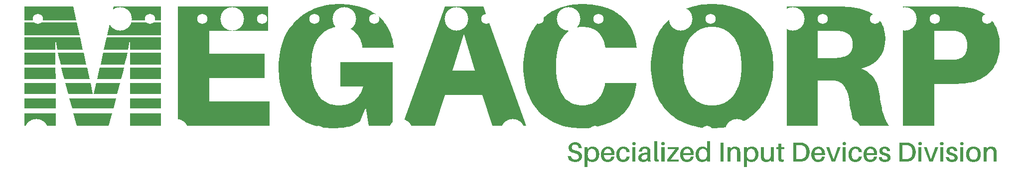
<source format=gto>
%TF.GenerationSoftware,KiCad,Pcbnew,8.0.5*%
%TF.CreationDate,2024-10-22T20:48:18-04:00*%
%TF.ProjectId,alpha,616c7068-612e-46b6-9963-61645f706362,rev?*%
%TF.SameCoordinates,PX1c62fe0PY650e7e0*%
%TF.FileFunction,Legend,Top*%
%TF.FilePolarity,Positive*%
%FSLAX46Y46*%
G04 Gerber Fmt 4.6, Leading zero omitted, Abs format (unit mm)*
G04 Created by KiCad (PCBNEW 8.0.5) date 2024-10-22 20:48:18*
%MOMM*%
%LPD*%
G01*
G04 APERTURE LIST*
%ADD10C,0.000000*%
%ADD11C,1.750000*%
%ADD12C,4.000000*%
%ADD13C,3.987800*%
%ADD14C,3.048000*%
%ADD15R,1.700000X1.700000*%
%ADD16O,1.700000X1.700000*%
G04 APERTURE END LIST*
D10*
G36*
X35501906Y39870172D02*
G01*
X30207913Y39870172D01*
X30212544Y41076990D01*
X30220784Y41878851D01*
X35501906Y41878851D01*
X35501906Y39870172D01*
G37*
G36*
X23352517Y37379121D02*
G01*
X19049666Y37379121D01*
X18894554Y37963084D01*
X18812714Y38273940D01*
X18729060Y38599980D01*
X18644069Y38939650D01*
X18558218Y39291398D01*
X22918022Y39291398D01*
X23352517Y37379121D01*
G37*
G36*
X171560994Y26678531D02*
G01*
X171576796Y26677440D01*
X171592320Y26675642D01*
X171607550Y26673150D01*
X171622469Y26669981D01*
X171637061Y26666150D01*
X171651309Y26661673D01*
X171665198Y26656564D01*
X171678712Y26650840D01*
X171691833Y26644515D01*
X171704546Y26637606D01*
X171716834Y26630127D01*
X171728681Y26622094D01*
X171740071Y26613522D01*
X171750988Y26604427D01*
X171761415Y26594825D01*
X171771336Y26584729D01*
X171780735Y26574157D01*
X171789595Y26563124D01*
X171797901Y26551644D01*
X171805636Y26539733D01*
X171812783Y26527407D01*
X171819327Y26514682D01*
X171825251Y26501571D01*
X171830540Y26488092D01*
X171835175Y26474259D01*
X171839143Y26460087D01*
X171842425Y26445593D01*
X171845006Y26430792D01*
X171846870Y26415698D01*
X171848000Y26400328D01*
X171848381Y26384696D01*
X171848000Y26368636D01*
X171846870Y26352864D01*
X171845006Y26337395D01*
X171842425Y26322243D01*
X171839143Y26307424D01*
X171835175Y26292951D01*
X171830540Y26278839D01*
X171825251Y26265103D01*
X171819327Y26251757D01*
X171812783Y26238816D01*
X171805636Y26226293D01*
X171797901Y26214205D01*
X171789595Y26202565D01*
X171780735Y26191387D01*
X171771336Y26180686D01*
X171761415Y26170478D01*
X171750988Y26160775D01*
X171740071Y26151594D01*
X171728681Y26142947D01*
X171716834Y26134851D01*
X171704546Y26127318D01*
X171691833Y26120365D01*
X171678712Y26114005D01*
X171665198Y26108252D01*
X171651309Y26103122D01*
X171637061Y26098629D01*
X171622469Y26094788D01*
X171607550Y26091612D01*
X171592320Y26089117D01*
X171576796Y26087317D01*
X171560994Y26086226D01*
X171544929Y26085859D01*
X171528868Y26086226D01*
X171513096Y26087317D01*
X171497625Y26089117D01*
X171482472Y26091612D01*
X171467650Y26094788D01*
X171453174Y26098629D01*
X171439059Y26103122D01*
X171425319Y26108252D01*
X171411970Y26114004D01*
X171399024Y26120364D01*
X171386497Y26127317D01*
X171374404Y26134849D01*
X171362759Y26142946D01*
X171351576Y26151592D01*
X171340871Y26160773D01*
X171330657Y26170476D01*
X171320950Y26180684D01*
X171311763Y26191385D01*
X171303112Y26202562D01*
X171295011Y26214203D01*
X171287474Y26226291D01*
X171280516Y26238813D01*
X171274151Y26251755D01*
X171268395Y26265101D01*
X171263262Y26278837D01*
X171258766Y26292949D01*
X171254921Y26307422D01*
X171251743Y26322242D01*
X171249246Y26337393D01*
X171247444Y26352863D01*
X171246352Y26368635D01*
X171245985Y26384696D01*
X171246352Y26400328D01*
X171247444Y26415698D01*
X171249246Y26430792D01*
X171251743Y26445593D01*
X171254921Y26460087D01*
X171258766Y26474259D01*
X171263262Y26488092D01*
X171268395Y26501571D01*
X171274151Y26514682D01*
X171280516Y26527407D01*
X171287474Y26539733D01*
X171295011Y26551644D01*
X171303112Y26563124D01*
X171311763Y26574157D01*
X171320950Y26584729D01*
X171330657Y26594825D01*
X171340871Y26604427D01*
X171351576Y26613522D01*
X171362759Y26622094D01*
X171374404Y26630127D01*
X171386497Y26637606D01*
X171399024Y26644515D01*
X171411970Y26650840D01*
X171425319Y26656564D01*
X171439059Y26661673D01*
X171453174Y26666150D01*
X171467650Y26669981D01*
X171482472Y26673150D01*
X171497625Y26675642D01*
X171513096Y26677440D01*
X171528868Y26678531D01*
X171544929Y26678898D01*
X171560994Y26678531D01*
G37*
G36*
X117750710Y25878838D02*
G01*
X117807369Y25876485D01*
X117861818Y25872590D01*
X117914090Y25867175D01*
X117964217Y25860262D01*
X118012233Y25851874D01*
X118058169Y25842032D01*
X118102058Y25830758D01*
X118143934Y25818076D01*
X118183828Y25804006D01*
X118221774Y25788570D01*
X118257803Y25771792D01*
X118291949Y25753692D01*
X118324244Y25734294D01*
X118354721Y25713618D01*
X118383412Y25691688D01*
X118410351Y25668525D01*
X118435569Y25644151D01*
X118459099Y25618588D01*
X118480975Y25591859D01*
X118501228Y25563986D01*
X118519891Y25534990D01*
X118536998Y25504894D01*
X118552580Y25473719D01*
X118566670Y25441488D01*
X118579301Y25408224D01*
X118590505Y25373947D01*
X118600316Y25338680D01*
X118608765Y25302446D01*
X118615885Y25265266D01*
X118626271Y25188156D01*
X118629558Y25148337D01*
X118632405Y25106373D01*
X118634810Y25062760D01*
X118636776Y25017993D01*
X118639393Y24926974D01*
X118640263Y24837275D01*
X118640263Y23963466D01*
X118640738Y23893949D01*
X118642308Y23824714D01*
X118645193Y23754291D01*
X118649613Y23681207D01*
X118655787Y23603991D01*
X118663934Y23521172D01*
X118674273Y23431277D01*
X118687025Y23332835D01*
X118178090Y23332835D01*
X118131413Y23692229D01*
X118005098Y23426081D01*
X117972990Y23405071D01*
X117939827Y23385765D01*
X117905650Y23368114D01*
X117870501Y23352070D01*
X117834420Y23337586D01*
X117797449Y23324613D01*
X117759628Y23313104D01*
X117720999Y23303010D01*
X117681603Y23294284D01*
X117641481Y23286876D01*
X117600674Y23280741D01*
X117559223Y23275828D01*
X117517169Y23272091D01*
X117474553Y23269480D01*
X117431417Y23267950D01*
X117387802Y23267450D01*
X117346858Y23268187D01*
X117306434Y23270393D01*
X117266579Y23274060D01*
X117227346Y23279181D01*
X117188786Y23285748D01*
X117150949Y23293754D01*
X117113887Y23303191D01*
X117077651Y23314051D01*
X117042293Y23326328D01*
X117007863Y23340013D01*
X116974413Y23355099D01*
X116941994Y23371579D01*
X116910658Y23389444D01*
X116880454Y23408688D01*
X116851436Y23429302D01*
X116823653Y23451280D01*
X116797157Y23474613D01*
X116772000Y23499295D01*
X116748232Y23525317D01*
X116725904Y23552673D01*
X116705069Y23581353D01*
X116685777Y23611352D01*
X116668079Y23642661D01*
X116652026Y23675273D01*
X116637670Y23709181D01*
X116625063Y23744376D01*
X116614254Y23780851D01*
X116605296Y23818600D01*
X116598239Y23857613D01*
X116593135Y23897884D01*
X116590035Y23939405D01*
X116588991Y23982169D01*
X116591154Y24024311D01*
X117130621Y24024311D01*
X117131126Y24000161D01*
X117132630Y23976830D01*
X117135121Y23954315D01*
X117138584Y23932612D01*
X117143006Y23911718D01*
X117148374Y23891629D01*
X117154673Y23872343D01*
X117161889Y23853855D01*
X117170010Y23836161D01*
X117179021Y23819260D01*
X117188909Y23803147D01*
X117199660Y23787818D01*
X117211261Y23773271D01*
X117223697Y23759501D01*
X117236955Y23746506D01*
X117251022Y23734282D01*
X117265883Y23722826D01*
X117281525Y23712134D01*
X117297934Y23702202D01*
X117315097Y23693027D01*
X117333000Y23684606D01*
X117351629Y23676936D01*
X117370971Y23670012D01*
X117391011Y23663832D01*
X117433134Y23653688D01*
X117477888Y23646476D01*
X117525163Y23642170D01*
X117574850Y23640740D01*
X117604827Y23641383D01*
X117634231Y23643307D01*
X117663038Y23646506D01*
X117691221Y23650972D01*
X117718758Y23656699D01*
X117745622Y23663680D01*
X117771789Y23671908D01*
X117797235Y23681377D01*
X117821933Y23692078D01*
X117845861Y23704006D01*
X117868991Y23717154D01*
X117891301Y23731514D01*
X117912764Y23747081D01*
X117933356Y23763846D01*
X117953053Y23781804D01*
X117971829Y23800947D01*
X117989659Y23821269D01*
X118006519Y23842762D01*
X118022384Y23865420D01*
X118037229Y23889236D01*
X118051029Y23914203D01*
X118063760Y23940315D01*
X118075396Y23967564D01*
X118085912Y23995943D01*
X118095285Y24025447D01*
X118103488Y24056067D01*
X118110497Y24087797D01*
X118116288Y24120630D01*
X118120835Y24154560D01*
X118124114Y24189579D01*
X118126099Y24225681D01*
X118126767Y24262859D01*
X118126767Y24491959D01*
X118016156Y24498561D01*
X117962785Y24500233D01*
X117910746Y24500804D01*
X117860075Y24500263D01*
X117810804Y24498599D01*
X117762966Y24495800D01*
X117716596Y24491855D01*
X117671726Y24486754D01*
X117628389Y24480484D01*
X117586620Y24473035D01*
X117546452Y24464395D01*
X117507917Y24454553D01*
X117471050Y24443499D01*
X117435883Y24431220D01*
X117402451Y24417705D01*
X117370786Y24402944D01*
X117340922Y24386925D01*
X117312893Y24369638D01*
X117286731Y24351069D01*
X117262470Y24331210D01*
X117240144Y24310047D01*
X117219785Y24287571D01*
X117201428Y24263770D01*
X117185105Y24238632D01*
X117170851Y24212147D01*
X117158697Y24184303D01*
X117148679Y24155090D01*
X117140829Y24124495D01*
X117135180Y24092507D01*
X117131766Y24059117D01*
X117130621Y24024311D01*
X116591154Y24024311D01*
X116594148Y24082659D01*
X116600613Y24130658D01*
X116609683Y24177149D01*
X116621370Y24222122D01*
X116635685Y24265571D01*
X116652640Y24307487D01*
X116672245Y24347860D01*
X116694514Y24386684D01*
X116719455Y24423949D01*
X116747083Y24459647D01*
X116777406Y24493770D01*
X116810438Y24526310D01*
X116846189Y24557258D01*
X116884670Y24586606D01*
X116925894Y24614346D01*
X116969871Y24640469D01*
X117016613Y24664967D01*
X117118437Y24709055D01*
X117231457Y24746542D01*
X117355764Y24777364D01*
X117491449Y24801452D01*
X117638603Y24818740D01*
X117797317Y24829161D01*
X117967682Y24832650D01*
X118126777Y24832650D01*
X118126777Y24893394D01*
X118126631Y24962135D01*
X118125609Y25029094D01*
X118124496Y25062458D01*
X118122835Y25096037D01*
X118120516Y25130054D01*
X118117431Y25164727D01*
X118113463Y25201724D01*
X118106782Y25237176D01*
X118097306Y25270968D01*
X118091494Y25287205D01*
X118084953Y25302983D01*
X118077672Y25318288D01*
X118069642Y25333105D01*
X118060851Y25347420D01*
X118051289Y25361218D01*
X118040947Y25374484D01*
X118029814Y25387205D01*
X118017880Y25399365D01*
X118005134Y25410950D01*
X117991566Y25421945D01*
X117977166Y25432337D01*
X117961924Y25442109D01*
X117945830Y25451249D01*
X117928873Y25459741D01*
X117911042Y25467571D01*
X117892328Y25474724D01*
X117872721Y25481186D01*
X117852210Y25486942D01*
X117830785Y25491978D01*
X117808435Y25496279D01*
X117785151Y25499830D01*
X117760922Y25502618D01*
X117735738Y25504627D01*
X117682463Y25506252D01*
X117654828Y25505759D01*
X117628039Y25504285D01*
X117602092Y25501835D01*
X117576984Y25498414D01*
X117552711Y25494027D01*
X117529271Y25488679D01*
X117506659Y25482375D01*
X117484873Y25475120D01*
X117463908Y25466920D01*
X117443762Y25457779D01*
X117424431Y25447703D01*
X117405912Y25436696D01*
X117388201Y25424765D01*
X117371295Y25411913D01*
X117355190Y25398146D01*
X117339884Y25383469D01*
X117325372Y25367888D01*
X117311651Y25351406D01*
X117298718Y25334030D01*
X117286570Y25315765D01*
X117275202Y25296615D01*
X117264612Y25276587D01*
X117254796Y25255683D01*
X117245752Y25233911D01*
X117237474Y25211275D01*
X117229961Y25187780D01*
X117217212Y25138234D01*
X117207478Y25085314D01*
X117200732Y25029060D01*
X116687065Y25029060D01*
X116691217Y25079236D01*
X116697518Y25128025D01*
X116705929Y25175412D01*
X116716411Y25221384D01*
X116728925Y25265928D01*
X116743431Y25309030D01*
X116759891Y25350677D01*
X116778265Y25390856D01*
X116798515Y25429553D01*
X116820601Y25466754D01*
X116844483Y25502447D01*
X116870124Y25536617D01*
X116897483Y25569251D01*
X116926522Y25600337D01*
X116957201Y25629859D01*
X116989482Y25657806D01*
X117023324Y25684163D01*
X117058690Y25708917D01*
X117095540Y25732054D01*
X117133834Y25753562D01*
X117173534Y25773426D01*
X117214600Y25791634D01*
X117256994Y25808171D01*
X117300676Y25823024D01*
X117345607Y25836181D01*
X117391747Y25847627D01*
X117487502Y25865333D01*
X117587627Y25876036D01*
X117691809Y25879627D01*
X117750710Y25878838D01*
G37*
G36*
X115846627Y26678531D02*
G01*
X115862438Y26677440D01*
X115877970Y26675642D01*
X115893206Y26673150D01*
X115908132Y26669981D01*
X115922730Y26666150D01*
X115936984Y26661673D01*
X115950879Y26656564D01*
X115964397Y26650840D01*
X115977522Y26644515D01*
X115990239Y26637606D01*
X116002531Y26630127D01*
X116014382Y26622094D01*
X116025775Y26613522D01*
X116036694Y26604427D01*
X116047124Y26594825D01*
X116057047Y26584729D01*
X116066448Y26574157D01*
X116075310Y26563124D01*
X116083617Y26551644D01*
X116091353Y26539733D01*
X116098501Y26527407D01*
X116105046Y26514682D01*
X116110971Y26501571D01*
X116116259Y26488092D01*
X116120896Y26474259D01*
X116124863Y26460087D01*
X116128146Y26445593D01*
X116130727Y26430792D01*
X116132591Y26415698D01*
X116133721Y26400328D01*
X116134102Y26384696D01*
X116133721Y26368636D01*
X116132591Y26352864D01*
X116130727Y26337395D01*
X116128146Y26322243D01*
X116124863Y26307424D01*
X116120896Y26292951D01*
X116116259Y26278839D01*
X116110971Y26265103D01*
X116105046Y26251757D01*
X116098501Y26238816D01*
X116091353Y26226293D01*
X116083617Y26214205D01*
X116075310Y26202565D01*
X116066448Y26191387D01*
X116057047Y26180686D01*
X116047124Y26170478D01*
X116036694Y26160775D01*
X116025775Y26151594D01*
X116014382Y26142947D01*
X116002531Y26134851D01*
X115990239Y26127318D01*
X115977522Y26120365D01*
X115964397Y26114005D01*
X115950879Y26108252D01*
X115936984Y26103122D01*
X115922730Y26098629D01*
X115908132Y26094788D01*
X115893206Y26091612D01*
X115877970Y26089117D01*
X115862438Y26087317D01*
X115846627Y26086226D01*
X115830554Y26085859D01*
X115814501Y26086226D01*
X115798735Y26087317D01*
X115783272Y26089117D01*
X115768125Y26091612D01*
X115753310Y26094788D01*
X115738840Y26098629D01*
X115724731Y26103122D01*
X115710997Y26108252D01*
X115697652Y26114004D01*
X115684711Y26120364D01*
X115672189Y26127317D01*
X115660100Y26134849D01*
X115648459Y26142946D01*
X115637280Y26151592D01*
X115626578Y26160773D01*
X115616368Y26170476D01*
X115606663Y26180684D01*
X115597479Y26191385D01*
X115588830Y26202562D01*
X115580731Y26214203D01*
X115573196Y26226291D01*
X115566240Y26238813D01*
X115559877Y26251755D01*
X115554122Y26265101D01*
X115548990Y26278837D01*
X115544494Y26292949D01*
X115540651Y26307422D01*
X115537473Y26322242D01*
X115534977Y26337393D01*
X115533175Y26352863D01*
X115532084Y26368635D01*
X115531717Y26384696D01*
X115532084Y26400328D01*
X115533175Y26415698D01*
X115534977Y26430792D01*
X115537473Y26445593D01*
X115540651Y26460087D01*
X115544494Y26474259D01*
X115548990Y26488092D01*
X115554122Y26501571D01*
X115559877Y26514682D01*
X115566240Y26527407D01*
X115573196Y26539733D01*
X115580731Y26551644D01*
X115588830Y26563124D01*
X115597479Y26574157D01*
X115606663Y26584729D01*
X115616368Y26594825D01*
X115626578Y26604427D01*
X115637280Y26613522D01*
X115648459Y26622094D01*
X115660100Y26630127D01*
X115672189Y26637606D01*
X115684711Y26644515D01*
X115697652Y26650840D01*
X115710997Y26656564D01*
X115724731Y26661673D01*
X115738840Y26666150D01*
X115753310Y26669981D01*
X115768125Y26673150D01*
X115783272Y26675642D01*
X115798735Y26677440D01*
X115814501Y26678531D01*
X115830554Y26678898D01*
X115846627Y26678531D01*
G37*
G36*
X131040419Y23332824D02*
G01*
X130526837Y23332824D01*
X130526837Y26557304D01*
X131040419Y26557304D01*
X131040419Y23332824D01*
G37*
G36*
X171801619Y23332835D02*
G01*
X171288112Y23332835D01*
X171288112Y25814157D01*
X171801619Y25814157D01*
X171801619Y23332835D01*
G37*
G36*
X166320105Y23710841D02*
G01*
X167007042Y25814157D01*
X167553692Y25814157D01*
X166605142Y23332835D01*
X166007019Y23332835D01*
X165058383Y25814157D01*
X165623811Y25814157D01*
X166320105Y23710841D01*
G37*
G36*
X164475845Y26678531D02*
G01*
X164491648Y26677440D01*
X164507173Y26675642D01*
X164522403Y26673150D01*
X164537323Y26669981D01*
X164551916Y26666150D01*
X164566165Y26661673D01*
X164580054Y26656564D01*
X164593568Y26650840D01*
X164606690Y26644515D01*
X164619403Y26637606D01*
X164631692Y26630127D01*
X164643539Y26622094D01*
X164654930Y26613522D01*
X164665847Y26604427D01*
X164676274Y26594825D01*
X164686195Y26584729D01*
X164695595Y26574157D01*
X164704455Y26563124D01*
X164712761Y26551644D01*
X164720496Y26539733D01*
X164727644Y26527407D01*
X164734188Y26514682D01*
X164740112Y26501571D01*
X164745400Y26488092D01*
X164750036Y26474259D01*
X164754003Y26460087D01*
X164757286Y26445593D01*
X164759867Y26430792D01*
X164761731Y26415698D01*
X164762861Y26400328D01*
X164763241Y26384696D01*
X164762861Y26368636D01*
X164761731Y26352864D01*
X164759867Y26337395D01*
X164757286Y26322243D01*
X164754003Y26307424D01*
X164750036Y26292951D01*
X164745400Y26278839D01*
X164740112Y26265103D01*
X164734188Y26251757D01*
X164727644Y26238816D01*
X164720496Y26226293D01*
X164712761Y26214205D01*
X164704455Y26202565D01*
X164695595Y26191387D01*
X164686195Y26180686D01*
X164676274Y26170478D01*
X164665847Y26160775D01*
X164654930Y26151594D01*
X164643539Y26142947D01*
X164631692Y26134851D01*
X164619403Y26127318D01*
X164606690Y26120365D01*
X164593568Y26114005D01*
X164580054Y26108252D01*
X164566165Y26103122D01*
X164551916Y26098629D01*
X164537323Y26094788D01*
X164522403Y26091612D01*
X164507173Y26089117D01*
X164491648Y26087317D01*
X164475845Y26086226D01*
X164459779Y26085859D01*
X164443718Y26086226D01*
X164427945Y26087317D01*
X164412475Y26089117D01*
X164397322Y26091612D01*
X164382500Y26094788D01*
X164368025Y26098629D01*
X164353910Y26103122D01*
X164340171Y26108252D01*
X164326821Y26114004D01*
X164313876Y26120364D01*
X164301350Y26127317D01*
X164289257Y26134849D01*
X164277613Y26142946D01*
X164266431Y26151592D01*
X164255726Y26160773D01*
X164245513Y26170476D01*
X164235806Y26180684D01*
X164226619Y26191385D01*
X164217969Y26202562D01*
X164209868Y26214203D01*
X164202331Y26226291D01*
X164195374Y26238813D01*
X164189010Y26251755D01*
X164183254Y26265101D01*
X164178121Y26278837D01*
X164173625Y26292949D01*
X164169781Y26307422D01*
X164166603Y26322242D01*
X164164106Y26337393D01*
X164162304Y26352863D01*
X164161213Y26368635D01*
X164160846Y26384696D01*
X164161213Y26400328D01*
X164162304Y26415698D01*
X164164106Y26430792D01*
X164166603Y26445593D01*
X164169781Y26460087D01*
X164173625Y26474259D01*
X164178121Y26488092D01*
X164183254Y26501571D01*
X164189010Y26514682D01*
X164195374Y26527407D01*
X164202331Y26539733D01*
X164209868Y26551644D01*
X164217969Y26563124D01*
X164226619Y26574157D01*
X164235806Y26584729D01*
X164245513Y26594825D01*
X164255726Y26604427D01*
X164266431Y26613522D01*
X164277613Y26622094D01*
X164289257Y26630127D01*
X164301350Y26637606D01*
X164313876Y26644515D01*
X164326821Y26650840D01*
X164340171Y26656564D01*
X164353910Y26661673D01*
X164368025Y26666150D01*
X164382500Y26669981D01*
X164397322Y26673150D01*
X164412475Y26675642D01*
X164427945Y26677440D01*
X164443718Y26678531D01*
X164459779Y26678898D01*
X164475845Y26678531D01*
G37*
G36*
X17569114Y34888068D02*
G01*
X12272432Y34888068D01*
X12272432Y36703851D01*
X17569114Y36703851D01*
X17569114Y34888068D01*
G37*
G36*
X140892938Y25795449D02*
G01*
X141379112Y25795449D01*
X141379112Y25436146D01*
X140892938Y25436146D01*
X140892938Y24136351D01*
X140893012Y24077896D01*
X140893529Y24026455D01*
X140894093Y24002268D01*
X140894934Y23978521D01*
X140896108Y23954774D01*
X140897670Y23930589D01*
X140902093Y23887231D01*
X140908515Y23848207D01*
X140917181Y23813360D01*
X140922433Y23797454D01*
X140928339Y23782534D01*
X140934929Y23768579D01*
X140942234Y23755569D01*
X140950286Y23743486D01*
X140959114Y23732310D01*
X140968751Y23722020D01*
X140979226Y23712597D01*
X140990570Y23704021D01*
X141002815Y23696274D01*
X141015991Y23689334D01*
X141030129Y23683182D01*
X141045260Y23677799D01*
X141061414Y23673165D01*
X141078623Y23669260D01*
X141096917Y23666064D01*
X141136884Y23661722D01*
X141181563Y23659982D01*
X141231199Y23660686D01*
X141286040Y23663676D01*
X141346332Y23668794D01*
X141346332Y23314116D01*
X141297676Y23307541D01*
X141249731Y23301842D01*
X141202332Y23297021D01*
X141155315Y23293075D01*
X141108514Y23290007D01*
X141061765Y23287815D01*
X141014901Y23286500D01*
X140967760Y23286062D01*
X140897650Y23287767D01*
X140864490Y23289909D01*
X140832575Y23292920D01*
X140801891Y23296805D01*
X140772424Y23301573D01*
X140744161Y23307231D01*
X140717088Y23313784D01*
X140691192Y23321240D01*
X140666458Y23329605D01*
X140642873Y23338887D01*
X140620424Y23349092D01*
X140599096Y23360227D01*
X140578877Y23372299D01*
X140559752Y23385315D01*
X140541707Y23399281D01*
X140524730Y23414205D01*
X140508805Y23430093D01*
X140493921Y23446952D01*
X140480062Y23464789D01*
X140467216Y23483611D01*
X140455368Y23503425D01*
X140444506Y23524236D01*
X140434614Y23546053D01*
X140425681Y23568882D01*
X140417691Y23592730D01*
X140410631Y23617604D01*
X140404488Y23643510D01*
X140399248Y23670456D01*
X140394898Y23698448D01*
X140391422Y23727493D01*
X140388809Y23757597D01*
X140386080Y23825255D01*
X140384678Y23902549D01*
X140384088Y24089589D01*
X140384088Y25436146D01*
X140033575Y25436146D01*
X140033575Y25795449D01*
X140384088Y25795449D01*
X140384088Y26389038D01*
X140892938Y26389038D01*
X140892938Y25795449D01*
G37*
G36*
X66339382Y50141175D02*
G01*
X66858230Y50114490D01*
X67360617Y50070500D01*
X67846592Y50009604D01*
X68316203Y49932200D01*
X68769500Y49838684D01*
X69206530Y49729455D01*
X69627343Y49604911D01*
X70031986Y49465449D01*
X70420508Y49311467D01*
X70792958Y49143363D01*
X71149385Y48961534D01*
X71489836Y48766378D01*
X71814360Y48558293D01*
X72123007Y48337676D01*
X72415823Y48104926D01*
X72692859Y47860440D01*
X72954162Y47604616D01*
X73199781Y47337851D01*
X73429765Y47060544D01*
X73644162Y46773091D01*
X73843020Y46475892D01*
X74026389Y46169342D01*
X74194316Y45853841D01*
X74346851Y45529785D01*
X74484041Y45197574D01*
X74605935Y44857603D01*
X74712582Y44510272D01*
X74804031Y44155977D01*
X74880329Y43795117D01*
X74941526Y43428089D01*
X74987670Y43055291D01*
X75017118Y42760625D01*
X69718957Y42760625D01*
X69660061Y43055291D01*
X69566939Y43450673D01*
X69453209Y43819294D01*
X69388642Y43993624D01*
X69318956Y44161328D01*
X69244160Y44322429D01*
X69164265Y44476948D01*
X69079283Y44624906D01*
X68989223Y44766325D01*
X68894097Y44901227D01*
X68793916Y45029633D01*
X68688689Y45151565D01*
X68578428Y45267045D01*
X68463144Y45376093D01*
X68342848Y45478732D01*
X68217549Y45574984D01*
X68087259Y45664869D01*
X67951988Y45748409D01*
X67811748Y45825627D01*
X67666549Y45896543D01*
X67516401Y45961179D01*
X67361316Y46019557D01*
X67201304Y46071698D01*
X67036376Y46117625D01*
X66866543Y46157357D01*
X66512202Y46218328D01*
X66138370Y46254784D01*
X65745130Y46266898D01*
X65264503Y46242001D01*
X64796738Y46167168D01*
X64568463Y46110958D01*
X64344341Y46042183D01*
X64124688Y45960817D01*
X63909815Y45866833D01*
X63700035Y45760204D01*
X63495662Y45640903D01*
X63297009Y45508903D01*
X63104388Y45364177D01*
X62918112Y45206699D01*
X62738495Y45036442D01*
X62565850Y44853379D01*
X62400488Y44657483D01*
X62242724Y44448728D01*
X62092870Y44227086D01*
X61951239Y43992530D01*
X61818144Y43745034D01*
X61693898Y43484572D01*
X61578815Y43211115D01*
X61473206Y42924638D01*
X61377386Y42625114D01*
X61291666Y42312515D01*
X61216360Y41986815D01*
X61151781Y41647987D01*
X61098242Y41296005D01*
X61025536Y40552468D01*
X61000744Y39755990D01*
X61007160Y39285652D01*
X61026175Y38834834D01*
X61057439Y38403235D01*
X61100601Y37990555D01*
X61155309Y37596493D01*
X61221213Y37220747D01*
X61297963Y36863016D01*
X61385208Y36523000D01*
X61482597Y36200398D01*
X61589779Y35894909D01*
X61706404Y35606232D01*
X61832120Y35334065D01*
X61966578Y35078108D01*
X62109427Y34838061D01*
X62260315Y34613622D01*
X62418893Y34404489D01*
X62584809Y34210363D01*
X62757713Y34030942D01*
X62937253Y33865926D01*
X63123081Y33715013D01*
X63314843Y33577902D01*
X63512191Y33454293D01*
X63714773Y33343885D01*
X63922238Y33246376D01*
X64134236Y33161466D01*
X64350416Y33088853D01*
X64570428Y33028237D01*
X64793920Y32979318D01*
X65020542Y32941793D01*
X65249944Y32915362D01*
X65481774Y32899724D01*
X65715682Y32894578D01*
X66093790Y32906382D01*
X66455466Y32942024D01*
X66630182Y32968892D01*
X66800839Y33001849D01*
X66967452Y33040938D01*
X67130038Y33086202D01*
X67288614Y33137685D01*
X67443194Y33195430D01*
X67593796Y33259480D01*
X67740436Y33329877D01*
X67883130Y33406666D01*
X68021893Y33489889D01*
X68156744Y33579589D01*
X68287696Y33675811D01*
X68414768Y33778596D01*
X68537974Y33887988D01*
X68657331Y34004030D01*
X68772856Y34126766D01*
X68884565Y34256238D01*
X68992473Y34392490D01*
X69096598Y34535565D01*
X69196954Y34685506D01*
X69293559Y34842356D01*
X69386429Y35006159D01*
X69561026Y35354794D01*
X69720877Y35731757D01*
X69866111Y36137392D01*
X65921914Y36137392D01*
X65921914Y40256141D01*
X74869884Y40256141D01*
X74869884Y29423586D01*
X70749090Y29423586D01*
X70248747Y32541569D01*
X69365672Y30305827D01*
X69147548Y30131297D01*
X68923126Y29971464D01*
X68691629Y29825853D01*
X68452278Y29693991D01*
X68204295Y29575403D01*
X67946903Y29469615D01*
X67679322Y29376153D01*
X67400776Y29294543D01*
X67110485Y29224309D01*
X66807673Y29164979D01*
X66491560Y29116078D01*
X66161368Y29077131D01*
X65816320Y29047665D01*
X65455638Y29027204D01*
X65078543Y29015276D01*
X64684257Y29011405D01*
X64180978Y29021910D01*
X63687612Y29053380D01*
X63204555Y29105753D01*
X62732205Y29178966D01*
X62270960Y29272955D01*
X61821218Y29387657D01*
X61383376Y29523008D01*
X60957833Y29678945D01*
X60544986Y29855405D01*
X60145233Y30052324D01*
X59758971Y30269638D01*
X59386599Y30507286D01*
X59028514Y30765202D01*
X58685113Y31043324D01*
X58356796Y31341588D01*
X58043958Y31659931D01*
X57746999Y31998289D01*
X57466316Y32356600D01*
X57202307Y32734800D01*
X56955369Y33132824D01*
X56725900Y33550611D01*
X56514298Y33988097D01*
X56320961Y34445218D01*
X56146287Y34921910D01*
X55990672Y35418111D01*
X55854516Y35933757D01*
X55738216Y36468785D01*
X55642169Y37023131D01*
X55566774Y37596732D01*
X55512427Y38189525D01*
X55479528Y38801446D01*
X55468473Y39432431D01*
X55482318Y40085191D01*
X55523369Y40717859D01*
X55590900Y41330395D01*
X55684184Y41922757D01*
X55802496Y42494903D01*
X55945109Y43046793D01*
X56111298Y43578384D01*
X56300336Y44089636D01*
X56511496Y44580507D01*
X56744054Y45050956D01*
X56997282Y45500941D01*
X57270455Y45930421D01*
X57562846Y46339354D01*
X57873730Y46727699D01*
X58202380Y47095415D01*
X58548069Y47442460D01*
X58910073Y47768792D01*
X59287665Y48074371D01*
X59680118Y48359155D01*
X60086706Y48623103D01*
X60506704Y48866173D01*
X60939386Y49088323D01*
X61384024Y49289513D01*
X61839893Y49469701D01*
X62306267Y49628845D01*
X62782420Y49766904D01*
X63267625Y49883837D01*
X63761157Y49979603D01*
X64262289Y50054159D01*
X64770296Y50107464D01*
X65284450Y50139478D01*
X65804026Y50150159D01*
X66339382Y50141175D01*
G37*
G36*
X121033333Y23332835D02*
G01*
X120519740Y23332835D01*
X120519740Y25814157D01*
X121033333Y25814157D01*
X121033333Y23332835D01*
G37*
G36*
X135948780Y25878065D02*
G01*
X136012696Y25873419D01*
X136074792Y25865755D01*
X136135048Y25855137D01*
X136193446Y25841627D01*
X136249967Y25825290D01*
X136304594Y25806190D01*
X136357306Y25784391D01*
X136408086Y25759957D01*
X136456914Y25732951D01*
X136503773Y25703438D01*
X136548643Y25671481D01*
X136591506Y25637145D01*
X136632343Y25600493D01*
X136671136Y25561589D01*
X136707866Y25520497D01*
X136742514Y25477281D01*
X136775062Y25432005D01*
X136805491Y25384733D01*
X136833783Y25335528D01*
X136859918Y25284455D01*
X136883878Y25231578D01*
X136905645Y25176960D01*
X136925200Y25120665D01*
X136942524Y25062758D01*
X136957598Y25003302D01*
X136980925Y24879998D01*
X136995030Y24751266D01*
X136999765Y24617617D01*
X136998138Y24533556D01*
X136993316Y24452258D01*
X136985388Y24373717D01*
X136974440Y24297927D01*
X136960561Y24224882D01*
X136943838Y24154575D01*
X136924360Y24087000D01*
X136902215Y24022152D01*
X136877489Y23960023D01*
X136850271Y23900607D01*
X136820650Y23843900D01*
X136788712Y23789893D01*
X136754546Y23738581D01*
X136718239Y23689958D01*
X136679880Y23644018D01*
X136639556Y23600754D01*
X136597356Y23560160D01*
X136553366Y23522230D01*
X136507675Y23486958D01*
X136460371Y23454338D01*
X136411541Y23424362D01*
X136361274Y23397026D01*
X136309658Y23372323D01*
X136256779Y23350246D01*
X136202727Y23330790D01*
X136147588Y23313948D01*
X136091452Y23299715D01*
X136034405Y23288083D01*
X135976536Y23279047D01*
X135917932Y23272600D01*
X135858682Y23268736D01*
X135798872Y23267450D01*
X135759734Y23268102D01*
X135719658Y23270045D01*
X135678912Y23273258D01*
X135637763Y23277722D01*
X135596477Y23283415D01*
X135555322Y23290319D01*
X135514565Y23298412D01*
X135474472Y23307675D01*
X135435312Y23318086D01*
X135397351Y23329627D01*
X135360856Y23342277D01*
X135326094Y23356015D01*
X135293333Y23370822D01*
X135262839Y23386677D01*
X135234879Y23403560D01*
X135209721Y23421451D01*
X135046097Y23668800D01*
X135046097Y22416696D01*
X134532515Y22416696D01*
X134532515Y24472968D01*
X135046107Y24472968D01*
X135047163Y24417108D01*
X135050283Y24363466D01*
X135055392Y24312011D01*
X135062416Y24262715D01*
X135071283Y24215548D01*
X135081919Y24170481D01*
X135094250Y24127486D01*
X135108203Y24086534D01*
X135123703Y24047594D01*
X135140678Y24010638D01*
X135159053Y23975638D01*
X135178756Y23942563D01*
X135199712Y23911385D01*
X135221848Y23882075D01*
X135245090Y23854604D01*
X135269365Y23828942D01*
X135294599Y23805061D01*
X135320718Y23782931D01*
X135347649Y23762524D01*
X135375318Y23743810D01*
X135403652Y23726760D01*
X135432577Y23711346D01*
X135462020Y23697537D01*
X135491906Y23685305D01*
X135522162Y23674622D01*
X135552715Y23665457D01*
X135583491Y23657782D01*
X135614416Y23651567D01*
X135645417Y23646785D01*
X135676421Y23643404D01*
X135738139Y23640735D01*
X135738139Y23640730D01*
X135776404Y23641647D01*
X135814029Y23644399D01*
X135850976Y23648982D01*
X135887208Y23655396D01*
X135922687Y23663639D01*
X135957375Y23673708D01*
X135991235Y23685603D01*
X136024229Y23699322D01*
X136056319Y23714862D01*
X136087467Y23732222D01*
X136117636Y23751401D01*
X136146788Y23772396D01*
X136174886Y23795206D01*
X136201891Y23819829D01*
X136227766Y23846264D01*
X136252474Y23874508D01*
X136275976Y23904560D01*
X136298235Y23936419D01*
X136319214Y23970082D01*
X136338874Y24005547D01*
X136357177Y24042814D01*
X136374087Y24081880D01*
X136389566Y24122744D01*
X136403575Y24165403D01*
X136416077Y24209857D01*
X136427034Y24256103D01*
X136436409Y24304139D01*
X136444164Y24353965D01*
X136450262Y24405578D01*
X136454664Y24458976D01*
X136458230Y24571122D01*
X136457506Y24621117D01*
X136455338Y24670243D01*
X136451735Y24718452D01*
X136446705Y24765697D01*
X136440258Y24811931D01*
X136432401Y24857108D01*
X136423144Y24901179D01*
X136412495Y24944099D01*
X136400462Y24985820D01*
X136387053Y25026294D01*
X136372278Y25065476D01*
X136356146Y25103317D01*
X136338663Y25139771D01*
X136319840Y25174791D01*
X136299684Y25208329D01*
X136278205Y25240339D01*
X136255410Y25270773D01*
X136231309Y25299586D01*
X136205909Y25326728D01*
X136179220Y25352154D01*
X136151249Y25375816D01*
X136122006Y25397668D01*
X136091499Y25417661D01*
X136059737Y25435750D01*
X136026728Y25451887D01*
X135992480Y25466025D01*
X135957002Y25478117D01*
X135920304Y25488116D01*
X135882392Y25495975D01*
X135843276Y25501647D01*
X135802965Y25505085D01*
X135761467Y25506241D01*
X135690254Y25503349D01*
X135620657Y25494499D01*
X135553087Y25479431D01*
X135487954Y25457885D01*
X135456430Y25444601D01*
X135425670Y25429599D01*
X135395725Y25412848D01*
X135366646Y25394314D01*
X135338484Y25373965D01*
X135311292Y25351769D01*
X135285120Y25327693D01*
X135260020Y25301704D01*
X135236043Y25273769D01*
X135213241Y25243857D01*
X135191664Y25211935D01*
X135171365Y25177969D01*
X135152395Y25141928D01*
X135134805Y25103779D01*
X135118646Y25063490D01*
X135103970Y25021027D01*
X135090828Y24976359D01*
X135079271Y24929453D01*
X135069352Y24880275D01*
X135061121Y24828794D01*
X135054629Y24774978D01*
X135049929Y24718793D01*
X135047071Y24660207D01*
X135046107Y24599187D01*
X135046107Y24472968D01*
X134532515Y24472968D01*
X134532515Y24599187D01*
X134532515Y25814157D01*
X135046097Y25814157D01*
X135046097Y25426239D01*
X135233070Y25692937D01*
X135260716Y25714262D01*
X135290922Y25734459D01*
X135323512Y25753494D01*
X135358306Y25771332D01*
X135395128Y25787940D01*
X135433799Y25803283D01*
X135474141Y25817327D01*
X135515977Y25830037D01*
X135559127Y25841381D01*
X135603415Y25851323D01*
X135648662Y25859829D01*
X135694691Y25866865D01*
X135741323Y25872397D01*
X135788381Y25876391D01*
X135835686Y25878813D01*
X135883061Y25879627D01*
X135948780Y25878065D01*
G37*
G36*
X176600746Y25878829D02*
G01*
X176648680Y25876434D01*
X176695261Y25872467D01*
X176740483Y25866950D01*
X176784341Y25859905D01*
X176826830Y25851353D01*
X176867945Y25841315D01*
X176907681Y25829812D01*
X176946033Y25816866D01*
X176982995Y25802497D01*
X177018564Y25786729D01*
X177052734Y25769580D01*
X177085499Y25751074D01*
X177116855Y25731230D01*
X177146797Y25710071D01*
X177175320Y25687618D01*
X177202418Y25663892D01*
X177228087Y25638914D01*
X177252321Y25612706D01*
X177275116Y25585289D01*
X177296466Y25556684D01*
X177316367Y25526912D01*
X177334813Y25495996D01*
X177351800Y25463955D01*
X177367321Y25430812D01*
X177381373Y25396587D01*
X177393950Y25361303D01*
X177405048Y25324980D01*
X177414660Y25287639D01*
X177422783Y25249302D01*
X177429410Y25209991D01*
X177434538Y25169726D01*
X177434538Y25169721D01*
X177440672Y25076087D01*
X177445043Y24978087D01*
X177447660Y24866074D01*
X177448530Y24730405D01*
X177448530Y23332824D01*
X176934938Y23332824D01*
X176934938Y24674291D01*
X176934792Y24760623D01*
X176933771Y24846070D01*
X176932659Y24889282D01*
X176931000Y24933255D01*
X176928684Y24978318D01*
X176925603Y25024799D01*
X176919726Y25076378D01*
X176910780Y25125820D01*
X176898655Y25172961D01*
X176883241Y25217636D01*
X176874266Y25238998D01*
X176864428Y25259681D01*
X176853713Y25279666D01*
X176842107Y25298932D01*
X176829597Y25317458D01*
X176816168Y25335225D01*
X176801808Y25352210D01*
X176786502Y25368394D01*
X176770237Y25383756D01*
X176752998Y25398276D01*
X176734773Y25411934D01*
X176715548Y25424707D01*
X176695308Y25436577D01*
X176674041Y25447523D01*
X176651732Y25457523D01*
X176628367Y25466558D01*
X176603934Y25474607D01*
X176578418Y25481650D01*
X176551806Y25487665D01*
X176524084Y25492633D01*
X176495238Y25496532D01*
X176465254Y25499343D01*
X176434120Y25501044D01*
X176401820Y25501616D01*
X176336019Y25498276D01*
X176272078Y25488048D01*
X176210328Y25470616D01*
X176151096Y25445666D01*
X176094713Y25412882D01*
X176067692Y25393455D01*
X176041507Y25371951D01*
X176016198Y25348332D01*
X175991806Y25322558D01*
X175968373Y25294590D01*
X175945941Y25264388D01*
X175924549Y25231913D01*
X175904239Y25197125D01*
X175867030Y25120456D01*
X175834643Y25034066D01*
X175807407Y24937640D01*
X175785651Y24830863D01*
X175769703Y24713421D01*
X175759893Y24584999D01*
X175756550Y24445282D01*
X175756550Y23332824D01*
X175242979Y23332824D01*
X175242979Y25814248D01*
X175756550Y25814248D01*
X175756550Y25403462D01*
X175924907Y25688221D01*
X175961587Y25714986D01*
X175998055Y25739331D01*
X176034426Y25761352D01*
X176070817Y25781145D01*
X176107345Y25798804D01*
X176144125Y25814426D01*
X176181275Y25828107D01*
X176218911Y25839941D01*
X176257149Y25850025D01*
X176296106Y25858454D01*
X176335898Y25865323D01*
X176376641Y25870730D01*
X176418453Y25874768D01*
X176461450Y25877534D01*
X176505748Y25879124D01*
X176551463Y25879633D01*
X176600746Y25878829D01*
G37*
G36*
X35501909Y34888068D02*
G01*
X30205230Y34888068D01*
X30205230Y36703851D01*
X35501909Y36703851D01*
X35501909Y34888068D01*
G37*
G36*
X27391173Y32397021D02*
G01*
X20372890Y32397021D01*
X19916260Y34116307D01*
X27841878Y34116307D01*
X27391173Y32397021D01*
G37*
G36*
X173609040Y25877944D02*
G01*
X173683469Y25872947D01*
X173755505Y25864716D01*
X173825145Y25853331D01*
X173892386Y25838869D01*
X173957224Y25821412D01*
X174019657Y25801038D01*
X174079681Y25777827D01*
X174137293Y25751857D01*
X174192490Y25723209D01*
X174245268Y25691961D01*
X174295625Y25658194D01*
X174343557Y25621986D01*
X174389060Y25583416D01*
X174432132Y25542565D01*
X174472769Y25499511D01*
X174510969Y25454334D01*
X174546727Y25407113D01*
X174580041Y25357928D01*
X174610908Y25306857D01*
X174639324Y25253981D01*
X174665285Y25199378D01*
X174688790Y25143128D01*
X174709834Y25085310D01*
X174728414Y25026004D01*
X174744528Y24965289D01*
X174758171Y24903245D01*
X174769341Y24839950D01*
X174784248Y24709926D01*
X174789223Y24575854D01*
X174787978Y24508338D01*
X174784248Y24441729D01*
X174778034Y24376109D01*
X174769341Y24311559D01*
X174758171Y24248159D01*
X174744528Y24185991D01*
X174728414Y24125136D01*
X174709834Y24065674D01*
X174688790Y24007687D01*
X174665285Y23951256D01*
X174639324Y23896462D01*
X174610908Y23843386D01*
X174580041Y23792108D01*
X174546727Y23742711D01*
X174510969Y23695275D01*
X174472769Y23649881D01*
X174432132Y23606611D01*
X174389060Y23565544D01*
X174343557Y23526763D01*
X174295625Y23490348D01*
X174245268Y23456381D01*
X174192490Y23424942D01*
X174137293Y23396113D01*
X174079681Y23369974D01*
X174019657Y23346607D01*
X173957224Y23326092D01*
X173892386Y23308512D01*
X173825145Y23293946D01*
X173755505Y23282475D01*
X173683469Y23274182D01*
X173609040Y23269147D01*
X173532222Y23267450D01*
X173454986Y23269147D01*
X173380193Y23274182D01*
X173307843Y23282475D01*
X173237936Y23293946D01*
X173170474Y23308512D01*
X173105456Y23326093D01*
X173042884Y23346608D01*
X172982758Y23369975D01*
X172925079Y23396114D01*
X172869847Y23424943D01*
X172817063Y23456382D01*
X172766728Y23490350D01*
X172718842Y23526765D01*
X172673405Y23565546D01*
X172630420Y23606613D01*
X172589885Y23649883D01*
X172551802Y23695277D01*
X172516172Y23742713D01*
X172482994Y23792111D01*
X172452271Y23843388D01*
X172424001Y23896464D01*
X172398187Y23951258D01*
X172374828Y24007689D01*
X172353925Y24065676D01*
X172335479Y24125138D01*
X172319490Y24185993D01*
X172305960Y24248161D01*
X172294888Y24311561D01*
X172280123Y24441730D01*
X172275200Y24575854D01*
X172816755Y24575854D01*
X172817521Y24523805D01*
X172819807Y24472887D01*
X172823603Y24423133D01*
X172828894Y24374578D01*
X172835668Y24327256D01*
X172843913Y24281202D01*
X172853615Y24236448D01*
X172864762Y24193031D01*
X172877340Y24150983D01*
X172891337Y24110340D01*
X172906740Y24071135D01*
X172923536Y24033403D01*
X172941712Y23997177D01*
X172961256Y23962493D01*
X172982154Y23929384D01*
X173004394Y23897885D01*
X173027963Y23868030D01*
X173052848Y23839852D01*
X173079036Y23813387D01*
X173106514Y23788668D01*
X173135270Y23765730D01*
X173165290Y23744608D01*
X173196563Y23725334D01*
X173229074Y23707944D01*
X173262811Y23692471D01*
X173297761Y23678951D01*
X173333912Y23667416D01*
X173371250Y23657902D01*
X173409763Y23650443D01*
X173449438Y23645072D01*
X173490262Y23641825D01*
X173532222Y23640735D01*
X173573751Y23641825D01*
X173614171Y23645072D01*
X173653468Y23650443D01*
X173691628Y23657902D01*
X173728638Y23667416D01*
X173764484Y23678951D01*
X173799152Y23692471D01*
X173832628Y23707944D01*
X173864899Y23725334D01*
X173895952Y23744608D01*
X173925772Y23765730D01*
X173954345Y23788668D01*
X173981658Y23813387D01*
X174007698Y23839852D01*
X174032449Y23868030D01*
X174055900Y23897885D01*
X174078036Y23929384D01*
X174098843Y23962493D01*
X174118307Y23997177D01*
X174136416Y24033403D01*
X174168509Y24110340D01*
X174195014Y24193031D01*
X174215819Y24281202D01*
X174230816Y24374578D01*
X174239895Y24472887D01*
X174242946Y24575854D01*
X174242181Y24627889D01*
X174239895Y24678768D01*
X174236102Y24728458D01*
X174230816Y24776926D01*
X174224051Y24824142D01*
X174215819Y24870070D01*
X174206136Y24914680D01*
X174195014Y24957939D01*
X174182467Y24999814D01*
X174168509Y25040273D01*
X174153154Y25079282D01*
X174136416Y25116811D01*
X174118307Y25152826D01*
X174098843Y25187294D01*
X174078036Y25220184D01*
X174055900Y25251462D01*
X174032449Y25281097D01*
X174007698Y25309055D01*
X173981658Y25335304D01*
X173954345Y25359812D01*
X173925772Y25382546D01*
X173895952Y25403474D01*
X173864899Y25422563D01*
X173832628Y25439780D01*
X173799152Y25455094D01*
X173764484Y25468472D01*
X173728638Y25479880D01*
X173691628Y25489287D01*
X173653468Y25496660D01*
X173614171Y25501967D01*
X173573751Y25505175D01*
X173532222Y25506252D01*
X173490262Y25505175D01*
X173449438Y25501967D01*
X173409763Y25496660D01*
X173371250Y25489287D01*
X173333912Y25479880D01*
X173297761Y25468472D01*
X173262811Y25455094D01*
X173229074Y25439780D01*
X173196563Y25422563D01*
X173165290Y25403474D01*
X173135270Y25382546D01*
X173106514Y25359812D01*
X173079036Y25335304D01*
X173052848Y25309055D01*
X173027963Y25281097D01*
X173004394Y25251462D01*
X172982154Y25220184D01*
X172961256Y25187294D01*
X172941712Y25152826D01*
X172923536Y25116811D01*
X172891337Y25040273D01*
X172864762Y24957939D01*
X172843913Y24870070D01*
X172828894Y24776926D01*
X172819807Y24678768D01*
X172816755Y24575854D01*
X172275200Y24575854D01*
X172280123Y24709926D01*
X172286275Y24775484D01*
X172294888Y24839950D01*
X172305960Y24903245D01*
X172319490Y24965289D01*
X172335479Y25026004D01*
X172353925Y25085310D01*
X172374828Y25143128D01*
X172398187Y25199378D01*
X172424001Y25253981D01*
X172452271Y25306857D01*
X172482994Y25357928D01*
X172516172Y25407113D01*
X172551802Y25454334D01*
X172589885Y25499511D01*
X172630420Y25542565D01*
X172673405Y25583416D01*
X172718842Y25621986D01*
X172766728Y25658194D01*
X172817063Y25691961D01*
X172869847Y25723209D01*
X172925079Y25751857D01*
X172982758Y25777827D01*
X173042884Y25801038D01*
X173105456Y25821412D01*
X173170474Y25838869D01*
X173237936Y25853331D01*
X173307843Y25864716D01*
X173380193Y25872947D01*
X173454986Y25877944D01*
X173532222Y25879627D01*
X173609040Y25877944D01*
G37*
G36*
X156122567Y25878052D02*
G01*
X156187124Y25873372D01*
X156249715Y25865658D01*
X156310327Y25854980D01*
X156368952Y25841408D01*
X156425579Y25825011D01*
X156480198Y25805860D01*
X156532798Y25784024D01*
X156583371Y25759574D01*
X156631905Y25732580D01*
X156678391Y25703111D01*
X156722819Y25671238D01*
X156765177Y25637030D01*
X156805457Y25600558D01*
X156843648Y25561891D01*
X156879741Y25521100D01*
X156913724Y25478254D01*
X156945587Y25433423D01*
X156975322Y25386678D01*
X157002917Y25338089D01*
X157028363Y25287724D01*
X157051649Y25235655D01*
X157072765Y25181952D01*
X157091701Y25126683D01*
X157108448Y25069920D01*
X157122994Y25011732D01*
X157145447Y24891362D01*
X157158977Y24766132D01*
X157163505Y24636603D01*
X157163473Y24636603D01*
X157163327Y24597296D01*
X157162305Y24549671D01*
X157161192Y24522875D01*
X157159530Y24494162D01*
X157157212Y24463587D01*
X157154127Y24431204D01*
X155373355Y24431204D01*
X155377964Y24376670D01*
X155383885Y24324429D01*
X155391090Y24274444D01*
X155399547Y24226679D01*
X155409227Y24181096D01*
X155420101Y24137659D01*
X155432137Y24096331D01*
X155445306Y24057075D01*
X155459579Y24019854D01*
X155474924Y23984631D01*
X155491313Y23951370D01*
X155508714Y23920034D01*
X155527099Y23890585D01*
X155546437Y23862987D01*
X155566698Y23837204D01*
X155587852Y23813197D01*
X155609870Y23790932D01*
X155632721Y23770369D01*
X155656375Y23751474D01*
X155680803Y23734208D01*
X155705974Y23718535D01*
X155731858Y23704418D01*
X155758426Y23691821D01*
X155785648Y23680706D01*
X155813492Y23671037D01*
X155841931Y23662777D01*
X155870932Y23655888D01*
X155900468Y23650335D01*
X155930507Y23646080D01*
X155961019Y23643086D01*
X156023346Y23640735D01*
X156051201Y23641268D01*
X156078651Y23642860D01*
X156105676Y23645503D01*
X156132253Y23649186D01*
X156158362Y23653900D01*
X156183981Y23659637D01*
X156209088Y23666385D01*
X156233662Y23674137D01*
X156257681Y23682882D01*
X156281125Y23692611D01*
X156303972Y23703315D01*
X156326200Y23714984D01*
X156347788Y23727608D01*
X156368714Y23741179D01*
X156388958Y23755688D01*
X156408497Y23771123D01*
X156427311Y23787477D01*
X156445377Y23804739D01*
X156462675Y23822901D01*
X156479183Y23841952D01*
X156494880Y23861883D01*
X156509743Y23882686D01*
X156523753Y23904350D01*
X156536886Y23926866D01*
X156549123Y23950225D01*
X156560441Y23974417D01*
X156570819Y23999433D01*
X156580236Y24025263D01*
X156588670Y24051898D01*
X156596100Y24079328D01*
X156602504Y24107545D01*
X156607861Y24136538D01*
X157126175Y24136538D01*
X157115047Y24082211D01*
X157101838Y24029690D01*
X157086602Y23978969D01*
X157069392Y23930045D01*
X157050263Y23882911D01*
X157029268Y23837562D01*
X157006461Y23793992D01*
X156981895Y23752197D01*
X156955625Y23712171D01*
X156927705Y23673908D01*
X156898187Y23637403D01*
X156867126Y23602651D01*
X156834576Y23569647D01*
X156800590Y23538384D01*
X156765222Y23508859D01*
X156728526Y23481064D01*
X156690556Y23454996D01*
X156651365Y23430648D01*
X156611007Y23408016D01*
X156569536Y23387094D01*
X156483471Y23350357D01*
X156393598Y23320396D01*
X156300349Y23297168D01*
X156204153Y23280629D01*
X156105441Y23270738D01*
X156004643Y23267450D01*
X155882158Y23272382D01*
X155822514Y23278558D01*
X155764017Y23287216D01*
X155706728Y23298364D01*
X155650709Y23312009D01*
X155596022Y23328159D01*
X155542728Y23346819D01*
X155490887Y23367998D01*
X155440562Y23391702D01*
X155391814Y23417939D01*
X155344705Y23446716D01*
X155299295Y23478039D01*
X155255646Y23511917D01*
X155213819Y23548355D01*
X155173876Y23587363D01*
X155135879Y23628945D01*
X155099888Y23673110D01*
X155065965Y23719865D01*
X155034171Y23769217D01*
X155004568Y23821173D01*
X154977218Y23875740D01*
X154952180Y23932925D01*
X154929518Y23992736D01*
X154909292Y24055179D01*
X154891563Y24120262D01*
X154876394Y24187992D01*
X154863845Y24258375D01*
X154853978Y24331420D01*
X154846854Y24407134D01*
X154842534Y24485522D01*
X154841081Y24566593D01*
X154842536Y24639451D01*
X154846866Y24710750D01*
X154854020Y24780441D01*
X154855490Y24790513D01*
X155378001Y24790513D01*
X156635931Y24790513D01*
X156627000Y24874106D01*
X156621098Y24914108D01*
X156614238Y24952901D01*
X156606423Y24990473D01*
X156597653Y25026815D01*
X156587929Y25061917D01*
X156577251Y25095767D01*
X156565622Y25128357D01*
X156553040Y25159675D01*
X156539509Y25189712D01*
X156525027Y25218457D01*
X156509597Y25245899D01*
X156493219Y25272029D01*
X156475894Y25296837D01*
X156457623Y25320311D01*
X156438406Y25342443D01*
X156418246Y25363221D01*
X156397141Y25382635D01*
X156375095Y25400675D01*
X156352106Y25417331D01*
X156328177Y25432593D01*
X156303308Y25446449D01*
X156277500Y25458891D01*
X156250754Y25469907D01*
X156223071Y25479488D01*
X156194451Y25487623D01*
X156164896Y25494302D01*
X156134406Y25499515D01*
X156102982Y25503250D01*
X156070626Y25505500D01*
X156037338Y25506252D01*
X155972759Y25503456D01*
X155941377Y25499962D01*
X155910624Y25495069D01*
X155880518Y25488779D01*
X155851077Y25481092D01*
X155822319Y25472006D01*
X155794262Y25461522D01*
X155766924Y25449641D01*
X155740324Y25436362D01*
X155714478Y25421684D01*
X155689405Y25405609D01*
X155665123Y25388136D01*
X155641650Y25369265D01*
X155619005Y25348996D01*
X155597204Y25327329D01*
X155576266Y25304264D01*
X155556209Y25279801D01*
X155537052Y25253940D01*
X155518811Y25226680D01*
X155501505Y25198023D01*
X155485153Y25167967D01*
X155469771Y25136514D01*
X155455378Y25103662D01*
X155441993Y25069412D01*
X155429632Y25033764D01*
X155408058Y24958273D01*
X155390799Y24877190D01*
X155378001Y24790513D01*
X154855490Y24790513D01*
X154863945Y24848475D01*
X154876590Y24914802D01*
X154891902Y24979372D01*
X154909830Y25042137D01*
X154930321Y25103046D01*
X154953324Y25162051D01*
X154978786Y25219101D01*
X155006657Y25274148D01*
X155036882Y25327141D01*
X155069412Y25378031D01*
X155104193Y25426770D01*
X155141174Y25473306D01*
X155180302Y25517592D01*
X155221527Y25559576D01*
X155264795Y25599211D01*
X155310055Y25636446D01*
X155357256Y25671232D01*
X155406344Y25703520D01*
X155457268Y25733259D01*
X155509976Y25760401D01*
X155564416Y25784896D01*
X155620536Y25806695D01*
X155678284Y25825747D01*
X155737608Y25842004D01*
X155798456Y25855417D01*
X155860777Y25865935D01*
X155924517Y25873509D01*
X155989626Y25878089D01*
X156056051Y25879627D01*
X156122567Y25878052D01*
G37*
G36*
X111499393Y25878052D02*
G01*
X111563951Y25873372D01*
X111626541Y25865658D01*
X111687154Y25854980D01*
X111745778Y25841408D01*
X111802405Y25825011D01*
X111857024Y25805860D01*
X111909625Y25784024D01*
X111960198Y25759574D01*
X112008732Y25732580D01*
X112055218Y25703111D01*
X112099645Y25671238D01*
X112142004Y25637030D01*
X112182284Y25600558D01*
X112220475Y25561891D01*
X112256567Y25521100D01*
X112290550Y25478254D01*
X112322414Y25433423D01*
X112352148Y25386678D01*
X112379744Y25338089D01*
X112405189Y25287724D01*
X112428475Y25235655D01*
X112449592Y25181952D01*
X112468528Y25126683D01*
X112485274Y25069920D01*
X112499821Y25011732D01*
X112522273Y24891362D01*
X112535804Y24766132D01*
X112540332Y24636603D01*
X112540310Y24636603D01*
X112540164Y24597296D01*
X112539142Y24549671D01*
X112538029Y24522875D01*
X112536368Y24494162D01*
X112534049Y24463587D01*
X112530964Y24431204D01*
X110750181Y24431204D01*
X110754790Y24376670D01*
X110760712Y24324429D01*
X110767916Y24274444D01*
X110776374Y24226679D01*
X110786055Y24181096D01*
X110796928Y24137659D01*
X110808965Y24096331D01*
X110822134Y24057075D01*
X110836407Y24019854D01*
X110851753Y23984631D01*
X110868142Y23951370D01*
X110885544Y23920034D01*
X110903929Y23890585D01*
X110923268Y23862987D01*
X110943529Y23837204D01*
X110964684Y23813197D01*
X110986702Y23790932D01*
X111009554Y23770369D01*
X111033209Y23751474D01*
X111057637Y23734208D01*
X111082808Y23718535D01*
X111108693Y23704418D01*
X111135261Y23691821D01*
X111162483Y23680706D01*
X111190328Y23671037D01*
X111218767Y23662777D01*
X111247769Y23655888D01*
X111277305Y23650335D01*
X111307344Y23646080D01*
X111337857Y23643086D01*
X111400183Y23640735D01*
X111428046Y23641268D01*
X111455504Y23642860D01*
X111482535Y23645503D01*
X111509118Y23649186D01*
X111535231Y23653900D01*
X111560852Y23659637D01*
X111585962Y23666385D01*
X111610538Y23674137D01*
X111634559Y23682882D01*
X111658003Y23692611D01*
X111680849Y23703315D01*
X111703077Y23714984D01*
X111724663Y23727608D01*
X111745588Y23741179D01*
X111765830Y23755688D01*
X111785367Y23771123D01*
X111804178Y23787477D01*
X111822241Y23804739D01*
X111839536Y23822901D01*
X111856041Y23841952D01*
X111871734Y23861883D01*
X111886595Y23882686D01*
X111900601Y23904350D01*
X111913732Y23926866D01*
X111925966Y23950225D01*
X111937282Y23974417D01*
X111947659Y23999433D01*
X111957074Y24025263D01*
X111965507Y24051898D01*
X111972936Y24079328D01*
X111979340Y24107545D01*
X111984698Y24136538D01*
X112503012Y24136538D01*
X112491883Y24082211D01*
X112478673Y24029690D01*
X112463436Y23978969D01*
X112446226Y23930045D01*
X112427096Y23882911D01*
X112406101Y23837562D01*
X112383294Y23793992D01*
X112358728Y23752197D01*
X112332458Y23712171D01*
X112304537Y23673908D01*
X112275020Y23637403D01*
X112243959Y23602651D01*
X112211409Y23569647D01*
X112177423Y23538384D01*
X112142055Y23508859D01*
X112105359Y23481064D01*
X112067389Y23454996D01*
X112028199Y23430648D01*
X111987841Y23408016D01*
X111946371Y23387094D01*
X111860306Y23350357D01*
X111770434Y23320396D01*
X111677185Y23297168D01*
X111580990Y23280629D01*
X111482278Y23270738D01*
X111381480Y23267450D01*
X111258995Y23272382D01*
X111199351Y23278558D01*
X111140854Y23287216D01*
X111083565Y23298364D01*
X111027547Y23312009D01*
X110972859Y23328159D01*
X110919565Y23346819D01*
X110867724Y23367998D01*
X110817399Y23391702D01*
X110768652Y23417939D01*
X110721542Y23446716D01*
X110676132Y23478039D01*
X110632483Y23511917D01*
X110590656Y23548355D01*
X110550714Y23587363D01*
X110512716Y23628945D01*
X110476725Y23673110D01*
X110442802Y23719865D01*
X110411008Y23769217D01*
X110381406Y23821173D01*
X110354055Y23875740D01*
X110329018Y23932925D01*
X110306355Y23992736D01*
X110286129Y24055179D01*
X110268401Y24120262D01*
X110253231Y24187992D01*
X110240682Y24258375D01*
X110230815Y24331420D01*
X110223691Y24407134D01*
X110219372Y24485522D01*
X110217918Y24566593D01*
X110219373Y24639451D01*
X110223704Y24710750D01*
X110230857Y24780441D01*
X110232327Y24790513D01*
X110754828Y24790513D01*
X112012768Y24790513D01*
X112003838Y24874106D01*
X111997937Y24914108D01*
X111991079Y24952901D01*
X111983266Y24990473D01*
X111974498Y25026815D01*
X111964777Y25061917D01*
X111954102Y25095767D01*
X111942475Y25128357D01*
X111929897Y25159675D01*
X111916368Y25189712D01*
X111901890Y25218457D01*
X111886462Y25245899D01*
X111870087Y25272029D01*
X111852765Y25296837D01*
X111834496Y25320311D01*
X111815282Y25342443D01*
X111795123Y25363221D01*
X111774020Y25382635D01*
X111751974Y25400675D01*
X111728986Y25417331D01*
X111705057Y25432593D01*
X111680187Y25446449D01*
X111654378Y25458891D01*
X111627630Y25469907D01*
X111599943Y25479488D01*
X111571320Y25487623D01*
X111541760Y25494302D01*
X111511265Y25499515D01*
X111479835Y25503250D01*
X111447472Y25505500D01*
X111414175Y25506252D01*
X111349594Y25503456D01*
X111318212Y25499962D01*
X111287458Y25495069D01*
X111257352Y25488779D01*
X111227910Y25481092D01*
X111199152Y25472006D01*
X111171095Y25461522D01*
X111143757Y25449641D01*
X111117156Y25436362D01*
X111091310Y25421684D01*
X111066237Y25405609D01*
X111041955Y25388136D01*
X111018482Y25369265D01*
X110995836Y25348996D01*
X110974036Y25327329D01*
X110953098Y25304264D01*
X110933041Y25279801D01*
X110913883Y25253940D01*
X110895643Y25226680D01*
X110878337Y25198023D01*
X110861984Y25167967D01*
X110846602Y25136514D01*
X110832209Y25103662D01*
X110818824Y25069412D01*
X110806463Y25033764D01*
X110784887Y24958273D01*
X110767628Y24877190D01*
X110754828Y24790513D01*
X110232327Y24790513D01*
X110240783Y24848475D01*
X110253427Y24914802D01*
X110268739Y24979372D01*
X110286667Y25042137D01*
X110307158Y25103046D01*
X110330161Y25162051D01*
X110355623Y25219101D01*
X110383493Y25274148D01*
X110413719Y25327141D01*
X110446248Y25378031D01*
X110481029Y25426770D01*
X110518010Y25473306D01*
X110557138Y25517592D01*
X110598362Y25559576D01*
X110641630Y25599211D01*
X110686890Y25636446D01*
X110734090Y25671232D01*
X110783178Y25703520D01*
X110834101Y25733259D01*
X110886809Y25760401D01*
X110941248Y25784896D01*
X110997368Y25806695D01*
X111055115Y25825747D01*
X111114439Y25842004D01*
X111175286Y25855417D01*
X111237606Y25865935D01*
X111301346Y25873509D01*
X111366454Y25878089D01*
X111432878Y25879627D01*
X111499393Y25878052D01*
G37*
G36*
X35501909Y42361225D02*
G01*
X30225692Y42361225D01*
X30240764Y43411286D01*
X30264032Y44411758D01*
X30176915Y43918788D01*
X30082029Y43410173D01*
X29980285Y42889718D01*
X29872595Y42361225D01*
X25760137Y42361225D01*
X26238527Y44466394D01*
X35501909Y44466394D01*
X35501909Y42361225D01*
G37*
G36*
X35501909Y32396925D02*
G01*
X30205230Y32396925D01*
X30205230Y34116304D01*
X35501909Y34116304D01*
X35501909Y32396925D01*
G37*
G36*
X105917525Y26621557D02*
G01*
X105981397Y26617925D01*
X106043159Y26611934D01*
X106102824Y26603634D01*
X106160409Y26593078D01*
X106215928Y26580316D01*
X106269395Y26565400D01*
X106320825Y26548380D01*
X106370233Y26529307D01*
X106417634Y26508233D01*
X106463042Y26485209D01*
X106506473Y26460285D01*
X106547940Y26433513D01*
X106587459Y26404944D01*
X106625044Y26374629D01*
X106660710Y26342619D01*
X106694472Y26308966D01*
X106726344Y26273719D01*
X106756342Y26236931D01*
X106784480Y26198652D01*
X106810772Y26158934D01*
X106835234Y26117828D01*
X106857880Y26075384D01*
X106878725Y26031654D01*
X106897784Y25986689D01*
X106915071Y25940540D01*
X106930601Y25893258D01*
X106944390Y25844893D01*
X106966798Y25745124D01*
X106982416Y25641641D01*
X106450120Y25641641D01*
X106441029Y25709131D01*
X106434930Y25741528D01*
X106427800Y25773009D01*
X106419642Y25803561D01*
X106410460Y25833173D01*
X106400257Y25861830D01*
X106389037Y25889520D01*
X106376803Y25916230D01*
X106363559Y25941948D01*
X106349308Y25966660D01*
X106334053Y25990354D01*
X106317798Y26013017D01*
X106300546Y26034636D01*
X106282301Y26055199D01*
X106263065Y26074692D01*
X106242844Y26093103D01*
X106221639Y26110419D01*
X106199454Y26126627D01*
X106176294Y26141714D01*
X106152160Y26155668D01*
X106127058Y26168476D01*
X106100989Y26180125D01*
X106073958Y26190602D01*
X106045967Y26199894D01*
X106017021Y26207989D01*
X105987123Y26214874D01*
X105956276Y26220536D01*
X105924483Y26224961D01*
X105891749Y26228138D01*
X105858076Y26230054D01*
X105823468Y26230695D01*
X105767291Y26229047D01*
X105712900Y26224077D01*
X105686453Y26220337D01*
X105660548Y26215753D01*
X105635216Y26210322D01*
X105610489Y26204039D01*
X105586399Y26196901D01*
X105562978Y26188902D01*
X105540256Y26180039D01*
X105518266Y26170306D01*
X105497040Y26159701D01*
X105476609Y26148218D01*
X105457005Y26135853D01*
X105438260Y26122602D01*
X105420405Y26108461D01*
X105403472Y26093425D01*
X105387494Y26077490D01*
X105372500Y26060652D01*
X105358524Y26042906D01*
X105345597Y26024248D01*
X105333750Y26004674D01*
X105323016Y25984180D01*
X105313426Y25962760D01*
X105305012Y25940412D01*
X105297805Y25917130D01*
X105291837Y25892910D01*
X105287141Y25867748D01*
X105283747Y25841640D01*
X105281687Y25814581D01*
X105280993Y25786568D01*
X105283269Y25729783D01*
X105290211Y25676736D01*
X105295485Y25651550D01*
X105301990Y25627222D01*
X105309747Y25603726D01*
X105318777Y25581036D01*
X105329102Y25559127D01*
X105340743Y25537972D01*
X105353721Y25517547D01*
X105368059Y25497825D01*
X105383777Y25478781D01*
X105400896Y25460389D01*
X105419439Y25442623D01*
X105439426Y25425459D01*
X105483819Y25392829D01*
X105534246Y25362295D01*
X105590878Y25333650D01*
X105653888Y25306690D01*
X105723444Y25281209D01*
X105799720Y25257001D01*
X105882885Y25233862D01*
X105973111Y25211585D01*
X106101944Y25179238D01*
X106222061Y25143465D01*
X106333517Y25104131D01*
X106386015Y25083086D01*
X106436368Y25061099D01*
X106484584Y25038153D01*
X106530670Y25014231D01*
X106574632Y24989316D01*
X106616478Y24963392D01*
X106656215Y24936440D01*
X106693850Y24908443D01*
X106729389Y24879386D01*
X106762839Y24849250D01*
X106794208Y24818018D01*
X106823503Y24785674D01*
X106850730Y24752201D01*
X106875897Y24717580D01*
X106899010Y24681796D01*
X106920077Y24644830D01*
X106939105Y24606667D01*
X106956099Y24567288D01*
X106971069Y24526677D01*
X106984019Y24484817D01*
X106994958Y24441690D01*
X107003893Y24397280D01*
X107010830Y24351569D01*
X107015776Y24304541D01*
X107018739Y24256177D01*
X107019725Y24206462D01*
X107018219Y24152358D01*
X107013752Y24099621D01*
X107006399Y24048277D01*
X106996234Y23998347D01*
X106983333Y23949853D01*
X106967771Y23902820D01*
X106949623Y23857271D01*
X106928963Y23813227D01*
X106905868Y23770711D01*
X106880412Y23729748D01*
X106852670Y23690359D01*
X106822717Y23652567D01*
X106790628Y23616396D01*
X106756478Y23581868D01*
X106720343Y23549006D01*
X106682297Y23517834D01*
X106642415Y23488373D01*
X106600773Y23460647D01*
X106557445Y23434678D01*
X106512507Y23410491D01*
X106418099Y23367548D01*
X106318150Y23332003D01*
X106213261Y23304038D01*
X106104031Y23283836D01*
X105991061Y23271581D01*
X105874951Y23267455D01*
X105806484Y23268479D01*
X105739607Y23271544D01*
X105674346Y23276641D01*
X105610727Y23283761D01*
X105548774Y23292895D01*
X105488514Y23304034D01*
X105429971Y23317168D01*
X105373172Y23332288D01*
X105318142Y23349385D01*
X105264905Y23368450D01*
X105213489Y23389474D01*
X105163918Y23412448D01*
X105116218Y23437362D01*
X105070413Y23464207D01*
X105026531Y23492975D01*
X104984595Y23523655D01*
X104944633Y23556239D01*
X104906668Y23590717D01*
X104870727Y23627081D01*
X104836835Y23665322D01*
X104805018Y23705429D01*
X104775301Y23747394D01*
X104747709Y23791208D01*
X104722268Y23836861D01*
X104699004Y23884345D01*
X104677942Y23933650D01*
X104659107Y23984767D01*
X104642525Y24037687D01*
X104628222Y24092400D01*
X104616222Y24148898D01*
X104606552Y24207172D01*
X104599237Y24267211D01*
X105131618Y24267211D01*
X105140072Y24230507D01*
X105149660Y24194902D01*
X105160362Y24160401D01*
X105172160Y24127009D01*
X105185037Y24094729D01*
X105198975Y24063567D01*
X105213956Y24033525D01*
X105229961Y24004610D01*
X105246974Y23976824D01*
X105264975Y23950172D01*
X105283948Y23924658D01*
X105303874Y23900288D01*
X105324735Y23877064D01*
X105346513Y23854992D01*
X105369191Y23834075D01*
X105392750Y23814318D01*
X105417173Y23795725D01*
X105442442Y23778300D01*
X105468538Y23762049D01*
X105495444Y23746974D01*
X105523141Y23733081D01*
X105551613Y23720373D01*
X105580841Y23708855D01*
X105610806Y23698532D01*
X105641492Y23689407D01*
X105672880Y23681484D01*
X105737691Y23669265D01*
X105805096Y23661908D01*
X105874951Y23659448D01*
X105906298Y23659980D01*
X105937198Y23661568D01*
X105967617Y23664198D01*
X105997517Y23667858D01*
X106026863Y23672535D01*
X106055618Y23678217D01*
X106083748Y23684889D01*
X106111216Y23692540D01*
X106137985Y23701156D01*
X106164020Y23710725D01*
X106189285Y23721234D01*
X106213743Y23732670D01*
X106237360Y23745020D01*
X106260098Y23758272D01*
X106281923Y23772412D01*
X106302797Y23787427D01*
X106322684Y23803305D01*
X106341550Y23820033D01*
X106359357Y23837599D01*
X106376071Y23855988D01*
X106391654Y23875188D01*
X106406071Y23895187D01*
X106419285Y23915972D01*
X106431262Y23937529D01*
X106441964Y23959847D01*
X106451356Y23982911D01*
X106459402Y24006710D01*
X106466066Y24031230D01*
X106471312Y24056458D01*
X106475103Y24082382D01*
X106477405Y24108989D01*
X106478180Y24136266D01*
X106475846Y24197490D01*
X106468717Y24255044D01*
X106456601Y24309092D01*
X106448613Y24334853D01*
X106439306Y24359799D01*
X106428656Y24383950D01*
X106416640Y24407328D01*
X106403233Y24429952D01*
X106388412Y24451844D01*
X106372152Y24473024D01*
X106354429Y24493512D01*
X106335220Y24513329D01*
X106314500Y24532495D01*
X106292246Y24551032D01*
X106268434Y24568959D01*
X106216037Y24603067D01*
X106157119Y24634984D01*
X106091488Y24664875D01*
X106018951Y24692903D01*
X105939318Y24719233D01*
X105852395Y24744030D01*
X105757992Y24767458D01*
X105645634Y24795677D01*
X105538402Y24826233D01*
X105436590Y24859488D01*
X105340490Y24895804D01*
X105250395Y24935544D01*
X105207690Y24956812D01*
X105166597Y24979072D01*
X105127152Y25002370D01*
X105089391Y25026750D01*
X105053350Y25052259D01*
X105019068Y25078941D01*
X104986579Y25106843D01*
X104955921Y25136008D01*
X104927130Y25166484D01*
X104900244Y25198314D01*
X104875298Y25231545D01*
X104852329Y25266221D01*
X104831374Y25302389D01*
X104812469Y25340093D01*
X104795651Y25379379D01*
X104780957Y25420292D01*
X104768423Y25462877D01*
X104758086Y25507181D01*
X104749982Y25553247D01*
X104744149Y25601123D01*
X104740621Y25650852D01*
X104739438Y25702480D01*
X104740916Y25755292D01*
X104745300Y25806790D01*
X104752513Y25856950D01*
X104762481Y25905749D01*
X104775127Y25953162D01*
X104790374Y25999166D01*
X104808148Y26043737D01*
X104828373Y26086852D01*
X104850971Y26128486D01*
X104875869Y26168615D01*
X104902989Y26207217D01*
X104932255Y26244267D01*
X104963593Y26279742D01*
X104996925Y26313617D01*
X105032177Y26345869D01*
X105069272Y26376474D01*
X105108134Y26405408D01*
X105148687Y26432648D01*
X105190856Y26458170D01*
X105234564Y26481950D01*
X105326296Y26524189D01*
X105423276Y26559174D01*
X105524896Y26586716D01*
X105630549Y26606624D01*
X105739629Y26618709D01*
X105851527Y26622779D01*
X105917525Y26621557D01*
G37*
G36*
X35501909Y29423687D02*
G01*
X30205230Y29423687D01*
X30205230Y31528857D01*
X35501909Y31528857D01*
X35501909Y29423687D01*
G37*
G36*
X29014435Y38602305D02*
G01*
X28850248Y37963084D01*
X28697174Y37379121D01*
X24627959Y37379121D01*
X25062458Y39291398D01*
X29184178Y39291398D01*
X29014435Y38602305D01*
G37*
G36*
X168163341Y26678531D02*
G01*
X168179145Y26677440D01*
X168194670Y26675642D01*
X168209900Y26673150D01*
X168224820Y26669981D01*
X168239413Y26666150D01*
X168253662Y26661673D01*
X168267551Y26656564D01*
X168281065Y26650840D01*
X168294187Y26644515D01*
X168306900Y26637606D01*
X168319189Y26630127D01*
X168331036Y26622094D01*
X168342427Y26613522D01*
X168353344Y26604427D01*
X168363771Y26594825D01*
X168373692Y26584729D01*
X168383092Y26574157D01*
X168391952Y26563124D01*
X168400258Y26551644D01*
X168407993Y26539733D01*
X168415140Y26527407D01*
X168421685Y26514682D01*
X168427609Y26501571D01*
X168432897Y26488092D01*
X168437533Y26474259D01*
X168441500Y26460087D01*
X168444782Y26445593D01*
X168447364Y26430792D01*
X168449228Y26415698D01*
X168450358Y26400328D01*
X168450738Y26384696D01*
X168450358Y26368636D01*
X168449228Y26352864D01*
X168447364Y26337395D01*
X168444782Y26322243D01*
X168441500Y26307424D01*
X168437533Y26292951D01*
X168432897Y26278839D01*
X168427609Y26265103D01*
X168421685Y26251757D01*
X168415140Y26238816D01*
X168407993Y26226293D01*
X168400258Y26214205D01*
X168391952Y26202565D01*
X168383092Y26191387D01*
X168373692Y26180686D01*
X168363771Y26170478D01*
X168353344Y26160775D01*
X168342427Y26151594D01*
X168331036Y26142947D01*
X168319189Y26134851D01*
X168306900Y26127318D01*
X168294187Y26120365D01*
X168281065Y26114005D01*
X168267551Y26108252D01*
X168253662Y26103122D01*
X168239413Y26098629D01*
X168224820Y26094788D01*
X168209900Y26091612D01*
X168194670Y26089117D01*
X168179145Y26087317D01*
X168163341Y26086226D01*
X168147276Y26085859D01*
X168131215Y26086226D01*
X168115442Y26087317D01*
X168099972Y26089117D01*
X168084820Y26091612D01*
X168070000Y26094788D01*
X168055527Y26098629D01*
X168041415Y26103122D01*
X168027678Y26108252D01*
X168014332Y26114004D01*
X168001391Y26120364D01*
X167988869Y26127317D01*
X167976780Y26134849D01*
X167965140Y26142946D01*
X167953962Y26151592D01*
X167943262Y26160773D01*
X167933054Y26170476D01*
X167923351Y26180684D01*
X167914170Y26191385D01*
X167905524Y26202562D01*
X167897428Y26214203D01*
X167889896Y26226291D01*
X167882942Y26238813D01*
X167876583Y26251755D01*
X167870831Y26265101D01*
X167865701Y26278837D01*
X167861208Y26292949D01*
X167857367Y26307422D01*
X167854192Y26322242D01*
X167851697Y26337393D01*
X167849896Y26352863D01*
X167848806Y26368635D01*
X167848439Y26384696D01*
X167848806Y26400328D01*
X167849897Y26415698D01*
X167851697Y26430792D01*
X167854192Y26445593D01*
X167857368Y26460087D01*
X167861210Y26474259D01*
X167865703Y26488092D01*
X167870834Y26501571D01*
X167876586Y26514682D01*
X167882947Y26527407D01*
X167889901Y26539733D01*
X167897433Y26551644D01*
X167905530Y26563124D01*
X167914177Y26574157D01*
X167923359Y26584729D01*
X167933062Y26594825D01*
X167943271Y26604427D01*
X167953971Y26613522D01*
X167965149Y26622094D01*
X167976789Y26630127D01*
X167988878Y26637606D01*
X168001400Y26644515D01*
X168014342Y26650840D01*
X168027687Y26656564D01*
X168041423Y26661673D01*
X168055535Y26666150D01*
X168070007Y26669981D01*
X168084826Y26673150D01*
X168099977Y26675642D01*
X168115445Y26677440D01*
X168131216Y26678531D01*
X168147276Y26678898D01*
X168163341Y26678531D01*
G37*
G36*
X133057436Y25878829D02*
G01*
X133105369Y25876434D01*
X133151947Y25872467D01*
X133197167Y25866950D01*
X133241022Y25859905D01*
X133283509Y25851353D01*
X133324621Y25841315D01*
X133364354Y25829812D01*
X133402702Y25816866D01*
X133439662Y25802497D01*
X133475227Y25786729D01*
X133509393Y25769580D01*
X133542155Y25751074D01*
X133573507Y25731230D01*
X133603445Y25710071D01*
X133631964Y25687618D01*
X133659059Y25663892D01*
X133684724Y25638914D01*
X133708954Y25612706D01*
X133731746Y25585289D01*
X133753093Y25556684D01*
X133772990Y25526912D01*
X133791433Y25495996D01*
X133808417Y25463955D01*
X133823936Y25430812D01*
X133837986Y25396587D01*
X133850561Y25361303D01*
X133861657Y25324980D01*
X133871268Y25287639D01*
X133879389Y25249302D01*
X133886016Y25209991D01*
X133891144Y25169726D01*
X133891144Y25169721D01*
X133897271Y25076087D01*
X133901639Y24978087D01*
X133904255Y24866074D01*
X133905125Y24730405D01*
X133905125Y23332824D01*
X133391543Y23332824D01*
X133391543Y24674291D01*
X133391399Y24760623D01*
X133390386Y24846070D01*
X133389282Y24889282D01*
X133387637Y24933255D01*
X133385340Y24978318D01*
X133382283Y25024799D01*
X133376392Y25076378D01*
X133367433Y25125820D01*
X133355297Y25172961D01*
X133339873Y25217636D01*
X133330895Y25238998D01*
X133321054Y25259681D01*
X133310336Y25279666D01*
X133298728Y25298932D01*
X133286216Y25317458D01*
X133272786Y25335225D01*
X133258425Y25352210D01*
X133243119Y25368394D01*
X133226855Y25383756D01*
X133209617Y25398276D01*
X133191394Y25411934D01*
X133172170Y25424707D01*
X133151934Y25436577D01*
X133130669Y25447523D01*
X133108364Y25457523D01*
X133085004Y25466558D01*
X133060576Y25474607D01*
X133035065Y25481650D01*
X133008459Y25487665D01*
X132980743Y25492633D01*
X132951904Y25496532D01*
X132921929Y25499343D01*
X132890802Y25501044D01*
X132858511Y25501616D01*
X132792693Y25498276D01*
X132728738Y25488048D01*
X132666975Y25470616D01*
X132607734Y25445666D01*
X132551342Y25412882D01*
X132524317Y25393455D01*
X132498128Y25371951D01*
X132472816Y25348332D01*
X132448422Y25322558D01*
X132424988Y25294590D01*
X132402553Y25264388D01*
X132381159Y25231913D01*
X132360848Y25197125D01*
X132323637Y25120456D01*
X132291249Y25034066D01*
X132264012Y24937640D01*
X132242256Y24830863D01*
X132226308Y24713421D01*
X132216499Y24584999D01*
X132213156Y24445282D01*
X132213156Y23332824D01*
X131699574Y23332824D01*
X131699574Y25814248D01*
X132213156Y25814248D01*
X132213156Y25403462D01*
X132381512Y25688221D01*
X132418193Y25714986D01*
X132454660Y25739331D01*
X132491031Y25761352D01*
X132527423Y25781145D01*
X132563951Y25798804D01*
X132600732Y25814426D01*
X132637884Y25828107D01*
X132675523Y25839941D01*
X132713765Y25850025D01*
X132752727Y25858454D01*
X132792526Y25865323D01*
X132833278Y25870730D01*
X132875101Y25874768D01*
X132918110Y25877534D01*
X132962422Y25879124D01*
X133008154Y25879633D01*
X133057436Y25878829D01*
G37*
G36*
X150740599Y49731445D02*
G01*
X151138360Y49722361D01*
X151519548Y49708449D01*
X151892450Y49689020D01*
X152265351Y49663384D01*
X152646534Y49630854D01*
X153044287Y49590739D01*
X153591025Y49511534D01*
X154125607Y49405261D01*
X154644843Y49270365D01*
X155145544Y49105291D01*
X155624520Y48908484D01*
X155854864Y48797695D01*
X156078580Y48678389D01*
X156295271Y48550373D01*
X156504536Y48413451D01*
X156705978Y48267431D01*
X156899198Y48112116D01*
X157083796Y47947313D01*
X157259374Y47772827D01*
X157425534Y47588465D01*
X157581877Y47394031D01*
X157728003Y47189331D01*
X157863515Y46974172D01*
X157988013Y46748358D01*
X158101099Y46511695D01*
X158202374Y46263988D01*
X158291439Y46005045D01*
X158367896Y45734669D01*
X158431346Y45452667D01*
X158481390Y45158844D01*
X158517629Y44853007D01*
X158539665Y44534960D01*
X158547099Y44204509D01*
X158543049Y43966660D01*
X158530906Y43733839D01*
X158510680Y43506057D01*
X158482384Y43283324D01*
X158446026Y43065651D01*
X158401618Y42853048D01*
X158349172Y42645525D01*
X158288696Y42443093D01*
X158220204Y42245762D01*
X158143704Y42053543D01*
X158059208Y41866445D01*
X157966727Y41684480D01*
X157866272Y41507657D01*
X157757852Y41335988D01*
X157641480Y41169482D01*
X157517165Y41008150D01*
X157384919Y40852002D01*
X157244752Y40701049D01*
X157096675Y40555301D01*
X156940699Y40414769D01*
X156776835Y40279462D01*
X156605093Y40149392D01*
X156425484Y40024568D01*
X156238019Y39905002D01*
X156042709Y39790702D01*
X155839564Y39681681D01*
X155409814Y39479513D01*
X154948855Y39298582D01*
X154456773Y39138969D01*
X154838381Y38986231D01*
X155189557Y38814735D01*
X155511594Y38624350D01*
X155805786Y38414943D01*
X156073425Y38186385D01*
X156315806Y37938542D01*
X156534220Y37671285D01*
X156729961Y37384481D01*
X156904323Y37077999D01*
X157058599Y36751707D01*
X157194081Y36405474D01*
X157312063Y36039169D01*
X157413838Y35652660D01*
X157500700Y35245816D01*
X157573940Y34818505D01*
X157634854Y34370596D01*
X157634865Y34370596D01*
X157686968Y33949808D01*
X157744071Y33548128D01*
X157806348Y33164648D01*
X157873971Y32798465D01*
X157947113Y32448671D01*
X158025948Y32114362D01*
X158110649Y31794630D01*
X158201390Y31488570D01*
X158298344Y31195277D01*
X158401683Y30913845D01*
X158511582Y30643367D01*
X158628213Y30382937D01*
X158751750Y30131651D01*
X158882365Y29888602D01*
X159020234Y29652884D01*
X159165527Y29423591D01*
X153397395Y29423591D01*
X153228955Y29953282D01*
X153076355Y30464345D01*
X152938909Y30962988D01*
X152815933Y31455421D01*
X152706744Y31947854D01*
X152610657Y32446496D01*
X152526987Y32957558D01*
X152455050Y33487249D01*
X152398123Y33895743D01*
X152364287Y34091587D01*
X152326906Y34281764D01*
X152286008Y34466227D01*
X152241618Y34644926D01*
X152193763Y34817813D01*
X152142472Y34984839D01*
X152087771Y35145956D01*
X152029687Y35301115D01*
X151968246Y35450268D01*
X151903477Y35593366D01*
X151835405Y35730361D01*
X151764058Y35861204D01*
X151689464Y35985846D01*
X151611648Y36104240D01*
X151530638Y36216336D01*
X151446462Y36322086D01*
X151359145Y36421442D01*
X151268715Y36514355D01*
X151175199Y36600776D01*
X151078625Y36680657D01*
X150979018Y36753950D01*
X150876407Y36820605D01*
X150770817Y36880575D01*
X150662277Y36933811D01*
X150550812Y36980264D01*
X150436451Y37019885D01*
X150319220Y37052627D01*
X150199145Y37078441D01*
X150076255Y37097277D01*
X149950577Y37109089D01*
X149522445Y37126113D01*
X149110872Y37134856D01*
X148699284Y37138076D01*
X148271104Y37138537D01*
X147092525Y37138537D01*
X147092525Y29423591D01*
X141795848Y29423591D01*
X141795848Y40962907D01*
X141795848Y45619040D01*
X147092514Y45619040D01*
X147092514Y40962907D01*
X149007666Y40962907D01*
X149410992Y40963367D01*
X149781159Y40966588D01*
X149953806Y40970096D01*
X150118162Y40975329D01*
X150274227Y40982633D01*
X150422000Y40992352D01*
X150674475Y41018816D01*
X150922549Y41054863D01*
X151164582Y41101790D01*
X151398934Y41160889D01*
X151623964Y41233457D01*
X151732470Y41275197D01*
X151838031Y41320789D01*
X151940442Y41370396D01*
X152039497Y41424179D01*
X152134991Y41482300D01*
X152226719Y41544922D01*
X152314477Y41612205D01*
X152398059Y41684313D01*
X152477260Y41761406D01*
X152551875Y41843647D01*
X152621700Y41931198D01*
X152686528Y42024220D01*
X152746155Y42122875D01*
X152800376Y42227325D01*
X152848987Y42337732D01*
X152891781Y42454258D01*
X152928554Y42577065D01*
X152959100Y42706314D01*
X152983216Y42842168D01*
X153000695Y42984788D01*
X153011333Y43134336D01*
X153014924Y43290974D01*
X153011756Y43447620D01*
X153002350Y43597175D01*
X152986858Y43739801D01*
X152965431Y43875659D01*
X152938221Y44004913D01*
X152905378Y44127723D01*
X152867053Y44244251D01*
X152823398Y44354660D01*
X152774563Y44459112D01*
X152720700Y44557767D01*
X152661960Y44650789D01*
X152598493Y44738339D01*
X152530452Y44820579D01*
X152457986Y44897671D01*
X152381248Y44969777D01*
X152300387Y45037058D01*
X152215556Y45099678D01*
X152126906Y45157797D01*
X152034586Y45211577D01*
X151938749Y45261181D01*
X151737127Y45348506D01*
X151523248Y45421069D01*
X151298321Y45480163D01*
X151063554Y45527085D01*
X150820156Y45563130D01*
X150569336Y45589592D01*
X150421560Y45599313D01*
X150265494Y45606617D01*
X149928489Y45615359D01*
X149558322Y45618580D01*
X149154991Y45619040D01*
X147092514Y45619040D01*
X141795848Y45619040D01*
X141795848Y49737885D01*
X149862222Y49737885D01*
X150740599Y49731445D01*
G37*
G36*
X168404062Y23332835D02*
G01*
X167890480Y23332835D01*
X167890480Y25814157D01*
X168404062Y25814157D01*
X168404062Y23332835D01*
G37*
G36*
X153556272Y25878526D02*
G01*
X153612958Y25875248D01*
X153668261Y25869832D01*
X153722163Y25862316D01*
X153774645Y25852738D01*
X153825685Y25841137D01*
X153875265Y25827550D01*
X153923365Y25812016D01*
X153969966Y25794573D01*
X154015047Y25775260D01*
X154058589Y25754115D01*
X154100572Y25731176D01*
X154140977Y25706481D01*
X154179784Y25680069D01*
X154216973Y25651977D01*
X154252524Y25622245D01*
X154286419Y25590910D01*
X154318636Y25558011D01*
X154349158Y25523586D01*
X154377963Y25487673D01*
X154405032Y25450310D01*
X154430346Y25411537D01*
X154453885Y25371390D01*
X154475629Y25329909D01*
X154495559Y25287131D01*
X154513654Y25243095D01*
X154529896Y25197839D01*
X154544264Y25151402D01*
X154556739Y25103821D01*
X154567301Y25055136D01*
X154575930Y25005383D01*
X154582608Y24954602D01*
X154063749Y24954602D01*
X154048262Y25023198D01*
X154039419Y25055703D01*
X154029849Y25087021D01*
X154019556Y25117158D01*
X154008545Y25146120D01*
X153996819Y25173913D01*
X153984384Y25200542D01*
X153971243Y25226014D01*
X153957401Y25250335D01*
X153942862Y25273510D01*
X153927631Y25295546D01*
X153911711Y25316449D01*
X153895108Y25336225D01*
X153877825Y25354879D01*
X153859866Y25372418D01*
X153841237Y25388848D01*
X153821941Y25404174D01*
X153801983Y25418403D01*
X153781367Y25431540D01*
X153760097Y25443592D01*
X153738178Y25454565D01*
X153715613Y25464464D01*
X153692408Y25473296D01*
X153668567Y25481066D01*
X153644094Y25487781D01*
X153618993Y25493447D01*
X153593268Y25498069D01*
X153566924Y25501653D01*
X153539966Y25504206D01*
X153512397Y25505733D01*
X153484222Y25506241D01*
X153417661Y25502886D01*
X153353161Y25492771D01*
X153321781Y25485155D01*
X153291031Y25475821D01*
X153260951Y25464759D01*
X153231579Y25451960D01*
X153202953Y25437415D01*
X153175113Y25421113D01*
X153148096Y25403047D01*
X153121940Y25383205D01*
X153096686Y25361580D01*
X153072370Y25338161D01*
X153049032Y25312939D01*
X153026710Y25285904D01*
X153005442Y25257048D01*
X152985267Y25226360D01*
X152966224Y25193832D01*
X152948351Y25159454D01*
X152931687Y25123217D01*
X152916270Y25085110D01*
X152902138Y25045125D01*
X152889330Y25003253D01*
X152867841Y24913807D01*
X152852110Y24816698D01*
X152842445Y24711850D01*
X152839155Y24599187D01*
X152839971Y24537205D01*
X152842390Y24477478D01*
X152846374Y24419987D01*
X152851884Y24364713D01*
X152858879Y24311637D01*
X152867321Y24260741D01*
X152877170Y24212005D01*
X152888387Y24165411D01*
X152900933Y24120939D01*
X152914768Y24078572D01*
X152929852Y24038290D01*
X152946146Y24000075D01*
X152963612Y23963907D01*
X152982208Y23929768D01*
X153001897Y23897638D01*
X153022639Y23867500D01*
X153044394Y23839335D01*
X153067123Y23813123D01*
X153090786Y23788845D01*
X153115345Y23766484D01*
X153140759Y23746019D01*
X153166989Y23727433D01*
X153193997Y23710707D01*
X153221742Y23695820D01*
X153250186Y23682756D01*
X153279288Y23671495D01*
X153309009Y23662017D01*
X153339311Y23654306D01*
X153370153Y23648340D01*
X153401497Y23644102D01*
X153433302Y23641574D01*
X153465530Y23640735D01*
X153492889Y23641255D01*
X153519746Y23642813D01*
X153546091Y23645405D01*
X153571914Y23649028D01*
X153597207Y23653679D01*
X153621959Y23659354D01*
X153646161Y23666049D01*
X153669805Y23673761D01*
X153692880Y23682488D01*
X153715377Y23692224D01*
X153737287Y23702967D01*
X153758600Y23714714D01*
X153779307Y23727461D01*
X153799398Y23741204D01*
X153818864Y23755940D01*
X153837696Y23771666D01*
X153855884Y23788378D01*
X153873419Y23806073D01*
X153890292Y23824747D01*
X153906492Y23844397D01*
X153922010Y23865019D01*
X153936838Y23886610D01*
X153950966Y23909167D01*
X153964384Y23932686D01*
X153977082Y23957163D01*
X153989053Y23982596D01*
X154000285Y24008981D01*
X154010770Y24036313D01*
X154029459Y24093810D01*
X154045047Y24155059D01*
X154568541Y24155059D01*
X154556680Y24100279D01*
X154543013Y24047255D01*
X154527568Y23995984D01*
X154510375Y23946467D01*
X154491463Y23898702D01*
X154470861Y23852688D01*
X154448599Y23808424D01*
X154424704Y23765909D01*
X154399207Y23725142D01*
X154372137Y23686122D01*
X154343522Y23648847D01*
X154313392Y23613317D01*
X154281776Y23579531D01*
X154248703Y23547487D01*
X154214203Y23517185D01*
X154178304Y23488623D01*
X154141035Y23461800D01*
X154102426Y23436715D01*
X154062505Y23413368D01*
X154021303Y23391757D01*
X153978847Y23371881D01*
X153935168Y23353739D01*
X153844254Y23322652D01*
X153748794Y23298488D01*
X153649022Y23281239D01*
X153545170Y23270896D01*
X153437471Y23267450D01*
X153317616Y23272278D01*
X153201981Y23286823D01*
X153145898Y23297768D01*
X153091051Y23311176D01*
X153037502Y23327059D01*
X152985310Y23345428D01*
X152934537Y23366295D01*
X152885244Y23389670D01*
X152837489Y23415566D01*
X152791336Y23443994D01*
X152746843Y23474965D01*
X152704071Y23508491D01*
X152663081Y23544583D01*
X152623934Y23583252D01*
X152586690Y23624509D01*
X152551410Y23668367D01*
X152518154Y23714837D01*
X152486984Y23763929D01*
X152457958Y23815656D01*
X152431139Y23870028D01*
X152406586Y23927058D01*
X152384361Y23986756D01*
X152364524Y24049134D01*
X152347135Y24114204D01*
X152332255Y24181976D01*
X152319944Y24252462D01*
X152310264Y24325674D01*
X152303275Y24401622D01*
X152299036Y24480319D01*
X152297610Y24561776D01*
X152299210Y24640017D01*
X152303956Y24716044D01*
X152311763Y24789839D01*
X152322551Y24861386D01*
X152336235Y24930666D01*
X152352733Y24997661D01*
X152371963Y25062354D01*
X152393840Y25124728D01*
X152418284Y25184763D01*
X152445211Y25242443D01*
X152474537Y25297750D01*
X152506181Y25350666D01*
X152540060Y25401174D01*
X152576090Y25449255D01*
X152614190Y25494892D01*
X152654275Y25538068D01*
X152696264Y25578764D01*
X152740074Y25616963D01*
X152785622Y25652648D01*
X152832825Y25685799D01*
X152881600Y25716400D01*
X152931864Y25744434D01*
X152983536Y25769881D01*
X153036531Y25792725D01*
X153090768Y25812948D01*
X153146163Y25830532D01*
X153202634Y25845460D01*
X153260098Y25857713D01*
X153318471Y25867274D01*
X153377672Y25874125D01*
X153437618Y25878249D01*
X153498225Y25879627D01*
X153556272Y25878526D01*
G37*
G36*
X158506186Y25878700D02*
G01*
X158557433Y25875911D01*
X158607195Y25871305D01*
X158655472Y25864917D01*
X158702262Y25856782D01*
X158747563Y25846934D01*
X158791373Y25835409D01*
X158833691Y25822242D01*
X158874515Y25807467D01*
X158913843Y25791119D01*
X158951675Y25773233D01*
X158988007Y25753845D01*
X159022839Y25732988D01*
X159056169Y25710698D01*
X159087996Y25687010D01*
X159118316Y25661959D01*
X159147130Y25635579D01*
X159174435Y25607905D01*
X159200230Y25578972D01*
X159224513Y25548816D01*
X159247282Y25517470D01*
X159268536Y25484971D01*
X159288273Y25451352D01*
X159306491Y25416649D01*
X159323189Y25380896D01*
X159338366Y25344128D01*
X159352019Y25306381D01*
X159364146Y25267689D01*
X159374747Y25228087D01*
X159383819Y25187610D01*
X159391362Y25146293D01*
X159397372Y25104170D01*
X158874348Y25104170D01*
X158863507Y25151987D01*
X158850260Y25197216D01*
X158834613Y25239791D01*
X158825892Y25260060D01*
X158816573Y25279641D01*
X158806658Y25298523D01*
X158796148Y25316698D01*
X158785043Y25334158D01*
X158773345Y25350894D01*
X158761053Y25366897D01*
X158748170Y25382159D01*
X158734695Y25396672D01*
X158720630Y25410426D01*
X158705976Y25423413D01*
X158690734Y25435624D01*
X158674904Y25447051D01*
X158658488Y25457686D01*
X158641485Y25467519D01*
X158623898Y25476542D01*
X158605727Y25484746D01*
X158586973Y25492124D01*
X158567636Y25498666D01*
X158547718Y25504363D01*
X158527220Y25509207D01*
X158506142Y25513190D01*
X158484485Y25516303D01*
X158462251Y25518537D01*
X158439439Y25519884D01*
X158416052Y25520335D01*
X158393615Y25519940D01*
X158371916Y25518765D01*
X158350954Y25516827D01*
X158330727Y25514140D01*
X158311233Y25510720D01*
X158292471Y25506582D01*
X158274439Y25501742D01*
X158257135Y25496215D01*
X158240557Y25490017D01*
X158224704Y25483163D01*
X158209574Y25475669D01*
X158195165Y25467549D01*
X158181475Y25458820D01*
X158168504Y25449497D01*
X158156249Y25439595D01*
X158144708Y25429130D01*
X158133880Y25418118D01*
X158123763Y25406573D01*
X158114355Y25394511D01*
X158105655Y25381947D01*
X158097660Y25368898D01*
X158090370Y25355378D01*
X158083782Y25341403D01*
X158077895Y25326989D01*
X158072707Y25312150D01*
X158068217Y25296903D01*
X158064421Y25281262D01*
X158061320Y25265243D01*
X158058911Y25248862D01*
X158057192Y25232135D01*
X158056162Y25215075D01*
X158055819Y25197700D01*
X158056354Y25177035D01*
X158057959Y25157113D01*
X158060634Y25137909D01*
X158064380Y25119399D01*
X158069199Y25101556D01*
X158075091Y25084357D01*
X158082057Y25067777D01*
X158090098Y25051790D01*
X158099215Y25036372D01*
X158109408Y25021498D01*
X158120678Y25007143D01*
X158133027Y24993282D01*
X158160963Y24966944D01*
X158193222Y24942283D01*
X158229811Y24919102D01*
X158270736Y24897201D01*
X158316005Y24876381D01*
X158365624Y24856444D01*
X158419599Y24837189D01*
X158477939Y24818419D01*
X158540649Y24799934D01*
X158607736Y24781535D01*
X158706360Y24754332D01*
X158798915Y24725155D01*
X158885359Y24693783D01*
X158965653Y24659999D01*
X159039755Y24623584D01*
X159074472Y24604321D01*
X159107626Y24584318D01*
X159139212Y24563548D01*
X159169225Y24541982D01*
X159197660Y24519595D01*
X159224511Y24496359D01*
X159249775Y24472245D01*
X159273445Y24447228D01*
X159295516Y24421278D01*
X159315985Y24394370D01*
X159334845Y24366476D01*
X159352091Y24337568D01*
X159367719Y24307618D01*
X159381724Y24276601D01*
X159394099Y24244488D01*
X159404841Y24211251D01*
X159413945Y24176864D01*
X159421404Y24141299D01*
X159427215Y24104529D01*
X159431371Y24066526D01*
X159433869Y24027264D01*
X159434703Y23986713D01*
X159433467Y23942307D01*
X159429798Y23899326D01*
X159423751Y23857768D01*
X159415384Y23817632D01*
X159404751Y23778918D01*
X159391911Y23741624D01*
X159376918Y23705750D01*
X159359829Y23671295D01*
X159340702Y23638258D01*
X159319591Y23606637D01*
X159296553Y23576432D01*
X159271645Y23547642D01*
X159244923Y23520265D01*
X159216444Y23494302D01*
X159186262Y23469750D01*
X159154436Y23446610D01*
X159121021Y23424879D01*
X159086074Y23404557D01*
X159011807Y23368137D01*
X158932086Y23337341D01*
X158847363Y23312161D01*
X158758087Y23292591D01*
X158664709Y23278622D01*
X158567680Y23270246D01*
X158467450Y23267455D01*
X158365783Y23270369D01*
X158267797Y23279175D01*
X158220272Y23285818D01*
X158173772Y23293970D01*
X158128333Y23303645D01*
X158083989Y23314853D01*
X158040776Y23327607D01*
X157998728Y23341919D01*
X157957881Y23357801D01*
X157918270Y23375266D01*
X157879929Y23394326D01*
X157842893Y23414992D01*
X157807199Y23437278D01*
X157772880Y23461194D01*
X157739972Y23486754D01*
X157708509Y23513969D01*
X157678528Y23542852D01*
X157650062Y23573414D01*
X157623147Y23605668D01*
X157597819Y23639627D01*
X157574111Y23675301D01*
X157552059Y23712704D01*
X157531698Y23751848D01*
X157513063Y23792744D01*
X157496189Y23835405D01*
X157481112Y23879843D01*
X157467865Y23926070D01*
X157456485Y23974098D01*
X157447006Y24023940D01*
X157439464Y24075607D01*
X157957863Y24075607D01*
X157963984Y24046354D01*
X157970964Y24018213D01*
X157978783Y23991172D01*
X157987424Y23965218D01*
X157996867Y23940340D01*
X158007093Y23916525D01*
X158018083Y23893763D01*
X158029819Y23872040D01*
X158042281Y23851345D01*
X158055452Y23831665D01*
X158069311Y23812990D01*
X158083841Y23795306D01*
X158099022Y23778601D01*
X158114836Y23762865D01*
X158131263Y23748084D01*
X158148285Y23734246D01*
X158165883Y23721341D01*
X158184038Y23709355D01*
X158202732Y23698276D01*
X158221945Y23688094D01*
X158241659Y23678794D01*
X158261854Y23670367D01*
X158282512Y23662799D01*
X158303615Y23656079D01*
X158347077Y23645133D01*
X158392090Y23637433D01*
X158438502Y23632884D01*
X158486163Y23631389D01*
X158530307Y23632597D01*
X158573141Y23636230D01*
X158594000Y23638959D01*
X158614451Y23642301D01*
X158634469Y23646255D01*
X158654027Y23650824D01*
X158673098Y23656009D01*
X158691656Y23661813D01*
X158709674Y23668236D01*
X158727126Y23675280D01*
X158743984Y23682948D01*
X158760224Y23691241D01*
X158775818Y23700160D01*
X158790739Y23709708D01*
X158804961Y23719885D01*
X158818458Y23730694D01*
X158831203Y23742137D01*
X158843170Y23754215D01*
X158854332Y23766929D01*
X158864662Y23780282D01*
X158874134Y23794275D01*
X158882722Y23808909D01*
X158890399Y23824188D01*
X158897138Y23840111D01*
X158902913Y23856682D01*
X158907698Y23873901D01*
X158911465Y23891770D01*
X158914189Y23910292D01*
X158915843Y23929467D01*
X158916400Y23949297D01*
X158914408Y23988504D01*
X158908348Y24025544D01*
X158898097Y24060556D01*
X158891361Y24077344D01*
X158883531Y24093677D01*
X158874592Y24109571D01*
X158864527Y24125043D01*
X158840961Y24154793D01*
X158812709Y24183062D01*
X158779646Y24209989D01*
X158741651Y24235710D01*
X158698598Y24260362D01*
X158650365Y24284083D01*
X158596827Y24307010D01*
X158537860Y24329279D01*
X158473341Y24351029D01*
X158403147Y24372395D01*
X158327153Y24393516D01*
X158243601Y24416346D01*
X158163108Y24441177D01*
X158085995Y24468254D01*
X158012584Y24497825D01*
X157943196Y24530135D01*
X157878154Y24565431D01*
X157847363Y24584276D01*
X157817779Y24603959D01*
X157789443Y24624513D01*
X157762394Y24645967D01*
X157736672Y24668352D01*
X157712319Y24691700D01*
X157689373Y24716040D01*
X157667876Y24741405D01*
X157647868Y24767824D01*
X157629388Y24795328D01*
X157612478Y24823949D01*
X157597176Y24853717D01*
X157583525Y24884662D01*
X157571563Y24916817D01*
X157561330Y24950210D01*
X157552869Y24984874D01*
X157546217Y25020839D01*
X157541416Y25058136D01*
X157538506Y25096796D01*
X157537527Y25136849D01*
X157538589Y25179693D01*
X157541754Y25221449D01*
X157546989Y25262098D01*
X157554262Y25301624D01*
X157563540Y25340007D01*
X157574791Y25377231D01*
X157587982Y25413278D01*
X157603081Y25448129D01*
X157620055Y25481767D01*
X157638873Y25514174D01*
X157659501Y25545332D01*
X157681908Y25575224D01*
X157706060Y25603831D01*
X157731925Y25631136D01*
X157759471Y25657121D01*
X157788665Y25681768D01*
X157819475Y25705059D01*
X157851869Y25726977D01*
X157885814Y25747503D01*
X157921277Y25766621D01*
X157958226Y25784311D01*
X157996629Y25800556D01*
X158036453Y25815339D01*
X158077666Y25828642D01*
X158164128Y25850734D01*
X158255755Y25866691D01*
X158352288Y25876369D01*
X158453468Y25879627D01*
X158453457Y25879638D01*
X158506186Y25878700D01*
G37*
G36*
X151825140Y23332835D02*
G01*
X151311558Y23332835D01*
X151311558Y25814157D01*
X151825140Y25814157D01*
X151825140Y23332835D01*
G37*
G36*
X119789374Y24089407D02*
G01*
X119789446Y24027936D01*
X119789953Y23969078D01*
X119791329Y23911974D01*
X119792479Y23883810D01*
X119794009Y23855763D01*
X119796447Y23830562D01*
X119800344Y23807511D01*
X119805842Y23786568D01*
X119809238Y23776874D01*
X119813087Y23767692D01*
X119817409Y23759016D01*
X119822222Y23750842D01*
X119827542Y23743164D01*
X119833389Y23735977D01*
X119839781Y23729276D01*
X119846734Y23723057D01*
X119854268Y23717313D01*
X119862399Y23712040D01*
X119871147Y23707232D01*
X119880529Y23702885D01*
X119890562Y23698993D01*
X119901266Y23695551D01*
X119912657Y23692555D01*
X119924755Y23689998D01*
X119951139Y23686184D01*
X119980562Y23684069D01*
X120013167Y23683610D01*
X120049098Y23684769D01*
X120088499Y23687502D01*
X120088499Y23328108D01*
X120049322Y23323090D01*
X120008988Y23318561D01*
X119967663Y23314577D01*
X119925513Y23311194D01*
X119882703Y23308466D01*
X119839398Y23306450D01*
X119795765Y23305199D01*
X119751968Y23304770D01*
X119702255Y23305949D01*
X119654731Y23309604D01*
X119609505Y23315912D01*
X119587789Y23320117D01*
X119566687Y23325052D01*
X119546215Y23330739D01*
X119526385Y23337200D01*
X119507212Y23344458D01*
X119488710Y23352535D01*
X119470891Y23361453D01*
X119453769Y23371234D01*
X119437359Y23381900D01*
X119421674Y23393474D01*
X119406727Y23405977D01*
X119392532Y23419433D01*
X119379103Y23433862D01*
X119366453Y23449288D01*
X119354596Y23465733D01*
X119343547Y23483218D01*
X119333317Y23501766D01*
X119323922Y23521399D01*
X119315375Y23542140D01*
X119307689Y23564010D01*
X119300878Y23587031D01*
X119294956Y23611227D01*
X119289936Y23636618D01*
X119285832Y23663228D01*
X119282658Y23691079D01*
X119280427Y23720192D01*
X119277747Y23794133D01*
X119276371Y23876858D01*
X119275792Y24075885D01*
X119275792Y26767706D01*
X119789374Y26767706D01*
X119789374Y24089407D01*
G37*
G36*
X17569114Y37379121D02*
G01*
X12272433Y37379121D01*
X12272433Y39291398D01*
X17568278Y39291398D01*
X17569114Y37379121D01*
G37*
G36*
X17569114Y29423687D02*
G01*
X12272432Y29423687D01*
X12272432Y31528857D01*
X17569114Y31528857D01*
X17569114Y29423687D01*
G37*
G36*
X17569114Y32396925D02*
G01*
X12272432Y32396925D01*
X12272432Y34116304D01*
X17569114Y34116304D01*
X17569114Y32396925D01*
G37*
G36*
X116087340Y23332835D02*
G01*
X115573758Y23332835D01*
X115573758Y25814157D01*
X116087340Y25814157D01*
X116087340Y23332835D01*
G37*
G36*
X120792612Y26678531D02*
G01*
X120808416Y26677440D01*
X120823940Y26675642D01*
X120839171Y26673150D01*
X120854090Y26669981D01*
X120868682Y26666150D01*
X120882931Y26661673D01*
X120896821Y26656564D01*
X120910334Y26650840D01*
X120923455Y26644515D01*
X120936168Y26637606D01*
X120948456Y26630127D01*
X120960303Y26622094D01*
X120971693Y26613522D01*
X120982610Y26604427D01*
X120993037Y26594825D01*
X121002957Y26584729D01*
X121012356Y26574157D01*
X121021216Y26563124D01*
X121029522Y26551644D01*
X121037256Y26539733D01*
X121044403Y26527407D01*
X121050947Y26514682D01*
X121056871Y26501571D01*
X121062159Y26488092D01*
X121066794Y26474259D01*
X121070761Y26460087D01*
X121074043Y26445593D01*
X121076624Y26430792D01*
X121078488Y26415698D01*
X121079618Y26400328D01*
X121079999Y26384696D01*
X121079618Y26368636D01*
X121078488Y26352864D01*
X121076624Y26337395D01*
X121074043Y26322243D01*
X121070761Y26307424D01*
X121066794Y26292951D01*
X121062159Y26278839D01*
X121056871Y26265103D01*
X121050947Y26251757D01*
X121044403Y26238816D01*
X121037256Y26226293D01*
X121029522Y26214205D01*
X121021216Y26202565D01*
X121012356Y26191387D01*
X121002957Y26180686D01*
X120993037Y26170478D01*
X120982610Y26160775D01*
X120971693Y26151594D01*
X120960303Y26142947D01*
X120948456Y26134851D01*
X120936168Y26127318D01*
X120923455Y26120365D01*
X120910334Y26114005D01*
X120896821Y26108252D01*
X120882931Y26103122D01*
X120868682Y26098629D01*
X120854090Y26094788D01*
X120839171Y26091612D01*
X120823940Y26089117D01*
X120808416Y26087317D01*
X120792612Y26086226D01*
X120776547Y26085859D01*
X120760486Y26086226D01*
X120744713Y26087317D01*
X120729243Y26089117D01*
X120714090Y26091612D01*
X120699270Y26094788D01*
X120684797Y26098629D01*
X120670684Y26103122D01*
X120656948Y26108252D01*
X120643601Y26114004D01*
X120630659Y26120364D01*
X120618137Y26127317D01*
X120606048Y26134849D01*
X120594407Y26142946D01*
X120583229Y26151592D01*
X120572528Y26160773D01*
X120562319Y26170476D01*
X120552616Y26180684D01*
X120543435Y26191385D01*
X120534788Y26202562D01*
X120526691Y26214203D01*
X120519159Y26226291D01*
X120512205Y26238813D01*
X120505845Y26251755D01*
X120500093Y26265101D01*
X120494963Y26278837D01*
X120490470Y26292949D01*
X120486628Y26307422D01*
X120483452Y26322242D01*
X120480957Y26337393D01*
X120479157Y26352863D01*
X120478066Y26368635D01*
X120477699Y26384696D01*
X120478066Y26400328D01*
X120479157Y26415698D01*
X120480957Y26430792D01*
X120483453Y26445593D01*
X120486629Y26460087D01*
X120490471Y26474259D01*
X120494964Y26488092D01*
X120500094Y26501571D01*
X120505847Y26514682D01*
X120512207Y26527407D01*
X120519161Y26539733D01*
X120526694Y26551644D01*
X120534791Y26563124D01*
X120543438Y26574157D01*
X120552620Y26584729D01*
X120562323Y26594825D01*
X120572532Y26604427D01*
X120583233Y26613522D01*
X120594411Y26622094D01*
X120606052Y26630127D01*
X120618141Y26637606D01*
X120630664Y26644515D01*
X120643606Y26650840D01*
X120656952Y26656564D01*
X120670689Y26661673D01*
X120684801Y26666150D01*
X120699274Y26669981D01*
X120714094Y26673150D01*
X120729245Y26675642D01*
X120744714Y26677440D01*
X120760486Y26678531D01*
X120776547Y26678898D01*
X120792612Y26678531D01*
G37*
G36*
X124969683Y25878052D02*
G01*
X125034241Y25873372D01*
X125096831Y25865658D01*
X125157443Y25854980D01*
X125216066Y25841408D01*
X125272691Y25825011D01*
X125327308Y25805860D01*
X125379906Y25784024D01*
X125430475Y25759574D01*
X125479006Y25732580D01*
X125525489Y25703111D01*
X125569912Y25671238D01*
X125612267Y25637030D01*
X125652543Y25600558D01*
X125690730Y25561891D01*
X125726818Y25521100D01*
X125760797Y25478254D01*
X125792656Y25433423D01*
X125822387Y25386678D01*
X125849978Y25338089D01*
X125875419Y25287724D01*
X125898701Y25235655D01*
X125919814Y25181952D01*
X125938747Y25126683D01*
X125955490Y25069920D01*
X125970034Y25011732D01*
X125992481Y24891362D01*
X126006009Y24766132D01*
X126010536Y24636603D01*
X126010504Y24636603D01*
X126010358Y24597296D01*
X126009336Y24549671D01*
X126008222Y24522875D01*
X126006561Y24494162D01*
X126004243Y24463587D01*
X126001158Y24431204D01*
X124220386Y24431204D01*
X124225002Y24376670D01*
X124230930Y24324429D01*
X124238140Y24274444D01*
X124246602Y24226679D01*
X124256287Y24181096D01*
X124267163Y24137659D01*
X124279202Y24096331D01*
X124292373Y24057075D01*
X124306647Y24019854D01*
X124321993Y23984631D01*
X124338381Y23951370D01*
X124355782Y23920034D01*
X124374166Y23890585D01*
X124393503Y23862987D01*
X124413763Y23837204D01*
X124434915Y23813197D01*
X124456931Y23790932D01*
X124479779Y23770369D01*
X124503431Y23751474D01*
X124527856Y23734208D01*
X124553025Y23718535D01*
X124578906Y23704418D01*
X124605471Y23691821D01*
X124632690Y23680706D01*
X124660533Y23671037D01*
X124688969Y23662777D01*
X124717968Y23655888D01*
X124747502Y23650335D01*
X124777540Y23646080D01*
X124808051Y23643086D01*
X124870376Y23640735D01*
X124898240Y23641268D01*
X124925699Y23642860D01*
X124952731Y23645503D01*
X124979315Y23649186D01*
X125005430Y23653900D01*
X125031054Y23659637D01*
X125056166Y23666385D01*
X125080745Y23674137D01*
X125104768Y23682882D01*
X125128216Y23692611D01*
X125151065Y23703315D01*
X125173295Y23714984D01*
X125194885Y23727608D01*
X125215813Y23741179D01*
X125236057Y23755688D01*
X125255596Y23771123D01*
X125274409Y23787477D01*
X125292475Y23804739D01*
X125309771Y23822901D01*
X125326277Y23841952D01*
X125341971Y23861883D01*
X125356831Y23882686D01*
X125370837Y23904350D01*
X125383966Y23926866D01*
X125396198Y23950225D01*
X125407511Y23974417D01*
X125417884Y23999433D01*
X125427295Y24025263D01*
X125435723Y24051898D01*
X125443145Y24079328D01*
X125449542Y24107545D01*
X125454892Y24136538D01*
X125973205Y24136538D01*
X125962078Y24082211D01*
X125948869Y24029690D01*
X125933634Y23978969D01*
X125916427Y23930045D01*
X125897299Y23882911D01*
X125876307Y23837562D01*
X125853502Y23793992D01*
X125828940Y23752197D01*
X125802673Y23712171D01*
X125774755Y23673908D01*
X125745240Y23637403D01*
X125714182Y23602651D01*
X125681635Y23569647D01*
X125647652Y23538384D01*
X125612286Y23508859D01*
X125575593Y23481064D01*
X125537625Y23454996D01*
X125498435Y23430648D01*
X125458079Y23408016D01*
X125416609Y23387094D01*
X125330544Y23350357D01*
X125240669Y23320396D01*
X125147415Y23297168D01*
X125051212Y23280629D01*
X124952488Y23270738D01*
X124851674Y23267450D01*
X124729190Y23272382D01*
X124669547Y23278558D01*
X124611051Y23287216D01*
X124553765Y23298364D01*
X124497749Y23312009D01*
X124443065Y23328159D01*
X124389773Y23346819D01*
X124337936Y23367998D01*
X124287615Y23391702D01*
X124238871Y23417939D01*
X124191766Y23446716D01*
X124146360Y23478039D01*
X124102715Y23511917D01*
X124060893Y23548355D01*
X124020955Y23587363D01*
X123982962Y23628945D01*
X123946976Y23673110D01*
X123913057Y23719865D01*
X123881268Y23769217D01*
X123851669Y23821173D01*
X123824322Y23875740D01*
X123799289Y23932925D01*
X123776630Y23992736D01*
X123756407Y24055179D01*
X123738681Y24120262D01*
X123723514Y24187992D01*
X123710968Y24258375D01*
X123701102Y24331420D01*
X123693980Y24407134D01*
X123689661Y24485522D01*
X123688208Y24566593D01*
X123689663Y24639451D01*
X123693992Y24710750D01*
X123701145Y24780441D01*
X123702614Y24790513D01*
X124225117Y24790513D01*
X125482962Y24790513D01*
X125474030Y24874106D01*
X125468128Y24914108D01*
X125461270Y24952901D01*
X125453456Y24990473D01*
X125444688Y25026815D01*
X125434967Y25061917D01*
X125424292Y25095767D01*
X125412666Y25128357D01*
X125400089Y25159675D01*
X125386561Y25189712D01*
X125372084Y25218457D01*
X125356658Y25245899D01*
X125340284Y25272029D01*
X125322964Y25296837D01*
X125304697Y25320311D01*
X125285486Y25342443D01*
X125265330Y25363221D01*
X125244230Y25382635D01*
X125222188Y25400675D01*
X125199204Y25417331D01*
X125175280Y25432593D01*
X125150415Y25446449D01*
X125124610Y25458891D01*
X125097868Y25469907D01*
X125070188Y25479488D01*
X125041571Y25487623D01*
X125012018Y25494302D01*
X124981530Y25499515D01*
X124950108Y25503250D01*
X124917753Y25505500D01*
X124884465Y25506252D01*
X124819870Y25503456D01*
X124788481Y25499962D01*
X124757723Y25495069D01*
X124727613Y25488779D01*
X124698168Y25481092D01*
X124669407Y25472006D01*
X124641348Y25461522D01*
X124614009Y25449641D01*
X124587407Y25436362D01*
X124561561Y25421684D01*
X124536489Y25405609D01*
X124512208Y25388136D01*
X124488736Y25369265D01*
X124466092Y25348996D01*
X124444293Y25327329D01*
X124423358Y25304264D01*
X124403303Y25279801D01*
X124384148Y25253940D01*
X124365910Y25226680D01*
X124348607Y25198023D01*
X124332257Y25167967D01*
X124316877Y25136514D01*
X124302487Y25103662D01*
X124289104Y25069412D01*
X124276745Y25033764D01*
X124255173Y24958273D01*
X124237916Y24877190D01*
X124225117Y24790513D01*
X123702614Y24790513D01*
X123711068Y24848475D01*
X123723711Y24914802D01*
X123739021Y24979372D01*
X123756946Y25042137D01*
X123777434Y25103046D01*
X123800434Y25162051D01*
X123825894Y25219101D01*
X123853761Y25274148D01*
X123883983Y25327141D01*
X123916509Y25378031D01*
X123951288Y25426770D01*
X123988266Y25473306D01*
X124027392Y25517592D01*
X124068614Y25559576D01*
X124111880Y25599211D01*
X124157139Y25636446D01*
X124204337Y25671232D01*
X124253425Y25703520D01*
X124304348Y25733259D01*
X124357056Y25760401D01*
X124411497Y25784896D01*
X124467619Y25806695D01*
X124525369Y25825747D01*
X124584696Y25842004D01*
X124645548Y25855417D01*
X124707873Y25865935D01*
X124771619Y25873509D01*
X124836735Y25878089D01*
X124903168Y25879627D01*
X124969683Y25878052D01*
G37*
G36*
X22220342Y42361225D02*
G01*
X17880819Y42361225D01*
X17777008Y42890227D01*
X17679994Y43411043D01*
X17590742Y43919582D01*
X17510216Y44411758D01*
X17533516Y43411286D01*
X17548553Y42361225D01*
X12272433Y42361225D01*
X12272433Y44466394D01*
X21741949Y44466394D01*
X22220342Y42361225D01*
G37*
G36*
X144087870Y26557013D02*
G01*
X144136670Y26556322D01*
X144182841Y26554977D01*
X144228574Y26552760D01*
X144276060Y26549452D01*
X144327490Y26544835D01*
X144385055Y26538692D01*
X144522934Y26517330D01*
X144655672Y26486430D01*
X144782750Y26445868D01*
X144903652Y26395519D01*
X144961625Y26366635D01*
X145017859Y26335257D01*
X145072290Y26301371D01*
X145124853Y26264959D01*
X145175483Y26226007D01*
X145224115Y26184499D01*
X145270686Y26140419D01*
X145315129Y26093752D01*
X145357380Y26044482D01*
X145397375Y25992593D01*
X145435048Y25938071D01*
X145470336Y25880899D01*
X145503172Y25821061D01*
X145533493Y25758543D01*
X145561234Y25693328D01*
X145586329Y25625401D01*
X145608715Y25554747D01*
X145628325Y25481349D01*
X145645097Y25405192D01*
X145658964Y25326261D01*
X145669863Y25244540D01*
X145677728Y25160013D01*
X145682494Y25072665D01*
X145684097Y24982480D01*
X145682440Y24893332D01*
X145677518Y24806477D01*
X145669400Y24721933D01*
X145658161Y24639717D01*
X145643870Y24559846D01*
X145626599Y24482336D01*
X145606421Y24407205D01*
X145583407Y24334469D01*
X145557627Y24264146D01*
X145529155Y24196252D01*
X145498061Y24130804D01*
X145464417Y24067820D01*
X145428295Y24007315D01*
X145389767Y23949309D01*
X145348903Y23893816D01*
X145305776Y23840854D01*
X145260457Y23790441D01*
X145213018Y23742592D01*
X145163530Y23697326D01*
X145112065Y23654658D01*
X145058695Y23614607D01*
X145003491Y23577188D01*
X144946524Y23542419D01*
X144887867Y23510317D01*
X144827591Y23480898D01*
X144765768Y23454181D01*
X144702469Y23430180D01*
X144637765Y23408915D01*
X144571729Y23390401D01*
X144504432Y23374655D01*
X144435946Y23361695D01*
X144366342Y23351537D01*
X144308780Y23345361D01*
X144257353Y23340719D01*
X144209868Y23337393D01*
X144164136Y23335163D01*
X144117964Y23333811D01*
X144069162Y23333116D01*
X143954904Y23332824D01*
X142931724Y23332824D01*
X142931724Y23743525D01*
X142931724Y26151233D01*
X143445296Y26151233D01*
X143445296Y23743525D01*
X143908142Y23743525D01*
X144018471Y23743817D01*
X144067767Y23744512D01*
X144113885Y23745864D01*
X144157372Y23748092D01*
X144198777Y23751417D01*
X144238650Y23756058D01*
X144258183Y23758940D01*
X144277539Y23762233D01*
X144277528Y23762228D01*
X144372659Y23780404D01*
X144463291Y23806805D01*
X144506850Y23823058D01*
X144549200Y23841328D01*
X144590312Y23861604D01*
X144630158Y23883871D01*
X144668711Y23908118D01*
X144705940Y23934331D01*
X144741819Y23962497D01*
X144776319Y23992604D01*
X144809412Y24024639D01*
X144841069Y24058589D01*
X144871263Y24094441D01*
X144899964Y24132181D01*
X144927145Y24171799D01*
X144952778Y24213279D01*
X144999283Y24301780D01*
X145039255Y24397580D01*
X145072466Y24500577D01*
X145098691Y24610667D01*
X145117703Y24727749D01*
X145129277Y24851719D01*
X145133185Y24982475D01*
X145132243Y25045188D01*
X145129436Y25106225D01*
X145124786Y25165579D01*
X145118317Y25223244D01*
X145110054Y25279215D01*
X145100020Y25333484D01*
X145088240Y25386048D01*
X145074737Y25436898D01*
X145059535Y25486030D01*
X145042659Y25533437D01*
X145024132Y25579114D01*
X145003979Y25623053D01*
X144982222Y25665251D01*
X144958887Y25705699D01*
X144933998Y25744392D01*
X144907577Y25781325D01*
X144879650Y25816491D01*
X144850240Y25849885D01*
X144819371Y25881500D01*
X144787067Y25911330D01*
X144753353Y25939369D01*
X144718251Y25965611D01*
X144681787Y25990051D01*
X144643983Y26012682D01*
X144604865Y26033498D01*
X144564455Y26052494D01*
X144522779Y26069662D01*
X144479859Y26084998D01*
X144435721Y26098496D01*
X144390387Y26110148D01*
X144343883Y26119950D01*
X144296231Y26127895D01*
X144257151Y26134269D01*
X144216810Y26139434D01*
X144174824Y26143500D01*
X144130811Y26146579D01*
X144084388Y26148781D01*
X144035172Y26150217D01*
X143982782Y26150997D01*
X143926834Y26151233D01*
X143445296Y26151233D01*
X142931724Y26151233D01*
X142931724Y26557304D01*
X143973617Y26557304D01*
X144087870Y26557013D01*
G37*
G36*
X164716469Y23332835D02*
G01*
X164202972Y23332835D01*
X164202972Y25814157D01*
X164716469Y25814157D01*
X164716469Y23332835D01*
G37*
G36*
X114103215Y25878526D02*
G01*
X114159900Y25875248D01*
X114215203Y25869832D01*
X114269105Y25862316D01*
X114321587Y25852738D01*
X114372627Y25841137D01*
X114422207Y25827550D01*
X114470307Y25812016D01*
X114516908Y25794573D01*
X114561989Y25775260D01*
X114605531Y25754115D01*
X114647514Y25731176D01*
X114687919Y25706481D01*
X114726726Y25680069D01*
X114763915Y25651977D01*
X114799466Y25622245D01*
X114833361Y25590910D01*
X114865579Y25558011D01*
X114896100Y25523586D01*
X114924905Y25487673D01*
X114951975Y25450310D01*
X114977289Y25411537D01*
X115000827Y25371390D01*
X115022571Y25329909D01*
X115042501Y25287131D01*
X115060596Y25243095D01*
X115076838Y25197839D01*
X115091206Y25151402D01*
X115103681Y25103821D01*
X115114243Y25055136D01*
X115122873Y25005383D01*
X115129550Y24954602D01*
X114610777Y24954602D01*
X114595276Y25023198D01*
X114586427Y25055703D01*
X114576852Y25087021D01*
X114566555Y25117158D01*
X114555540Y25146120D01*
X114543812Y25173913D01*
X114531374Y25200542D01*
X114518232Y25226014D01*
X114504388Y25250335D01*
X114489849Y25273510D01*
X114474616Y25295546D01*
X114458696Y25316449D01*
X114442093Y25336225D01*
X114424810Y25354879D01*
X114406851Y25372418D01*
X114388222Y25388848D01*
X114368926Y25404174D01*
X114348967Y25418403D01*
X114328351Y25431540D01*
X114307080Y25443592D01*
X114285160Y25454565D01*
X114262595Y25464464D01*
X114239388Y25473296D01*
X114215544Y25481066D01*
X114191068Y25487781D01*
X114165964Y25493447D01*
X114140235Y25498069D01*
X114113886Y25501653D01*
X114086922Y25504206D01*
X114059347Y25505733D01*
X114031164Y25506241D01*
X113964618Y25502886D01*
X113900131Y25492771D01*
X113868757Y25485155D01*
X113838013Y25475821D01*
X113807938Y25464759D01*
X113778571Y25451960D01*
X113749949Y25437415D01*
X113722113Y25421113D01*
X113695099Y25403047D01*
X113668947Y25383205D01*
X113643695Y25361580D01*
X113619382Y25338161D01*
X113596047Y25312939D01*
X113573727Y25285904D01*
X113552461Y25257048D01*
X113532288Y25226360D01*
X113513246Y25193832D01*
X113495374Y25159454D01*
X113478711Y25123217D01*
X113463295Y25085110D01*
X113449163Y25045125D01*
X113436356Y25003253D01*
X113414868Y24913807D01*
X113399137Y24816698D01*
X113389473Y24711850D01*
X113386183Y24599187D01*
X113386998Y24537205D01*
X113389416Y24477478D01*
X113393399Y24419987D01*
X113398907Y24364713D01*
X113405900Y24311637D01*
X113414340Y24260741D01*
X113424186Y24212005D01*
X113435400Y24165411D01*
X113447942Y24120939D01*
X113461773Y24078572D01*
X113476853Y24038290D01*
X113493143Y24000075D01*
X113510604Y23963907D01*
X113529197Y23929768D01*
X113548881Y23897638D01*
X113569618Y23867500D01*
X113591369Y23839335D01*
X113614093Y23813123D01*
X113637752Y23788845D01*
X113662306Y23766484D01*
X113687717Y23746019D01*
X113713943Y23727433D01*
X113740947Y23710707D01*
X113768689Y23695820D01*
X113797129Y23682756D01*
X113826228Y23671495D01*
X113855947Y23662017D01*
X113886247Y23654306D01*
X113917087Y23648340D01*
X113948429Y23644102D01*
X113980234Y23641574D01*
X114012462Y23640735D01*
X114039821Y23641255D01*
X114066678Y23642813D01*
X114093022Y23645405D01*
X114118846Y23649028D01*
X114144138Y23653679D01*
X114168891Y23659354D01*
X114193094Y23666049D01*
X114216738Y23673761D01*
X114239813Y23682488D01*
X114262311Y23692224D01*
X114284222Y23702967D01*
X114305536Y23714714D01*
X114326245Y23727461D01*
X114346337Y23741204D01*
X114365806Y23755940D01*
X114384640Y23771666D01*
X114402830Y23788378D01*
X114420368Y23806073D01*
X114437243Y23824747D01*
X114453447Y23844397D01*
X114468969Y23865019D01*
X114483801Y23886610D01*
X114497933Y23909167D01*
X114511356Y23932686D01*
X114524060Y23957163D01*
X114536036Y23982596D01*
X114547274Y24008981D01*
X114557765Y24036313D01*
X114576470Y24093810D01*
X114592074Y24155059D01*
X115115558Y24155059D01*
X115103689Y24100279D01*
X115090015Y24047255D01*
X115074563Y23995984D01*
X115057364Y23946467D01*
X115038446Y23898702D01*
X115017839Y23852688D01*
X114995571Y23808424D01*
X114971672Y23765909D01*
X114946170Y23725142D01*
X114919096Y23686122D01*
X114890478Y23648847D01*
X114860344Y23613317D01*
X114828726Y23579531D01*
X114795650Y23547487D01*
X114761147Y23517185D01*
X114725246Y23488623D01*
X114687975Y23461800D01*
X114649364Y23436715D01*
X114609442Y23413368D01*
X114568239Y23391757D01*
X114525782Y23371881D01*
X114482102Y23353739D01*
X114391187Y23322652D01*
X114295726Y23298488D01*
X114195954Y23281239D01*
X114092101Y23270896D01*
X113984402Y23267450D01*
X113864548Y23272278D01*
X113748913Y23286823D01*
X113692829Y23297768D01*
X113637983Y23311176D01*
X113584433Y23327059D01*
X113532242Y23345428D01*
X113481469Y23366295D01*
X113432175Y23389670D01*
X113384421Y23415566D01*
X113338267Y23443994D01*
X113293774Y23474965D01*
X113251002Y23508491D01*
X113210013Y23544583D01*
X113170866Y23583252D01*
X113133622Y23624509D01*
X113098342Y23668367D01*
X113065086Y23714837D01*
X113033915Y23763929D01*
X113004890Y23815656D01*
X112978070Y23870028D01*
X112953518Y23927058D01*
X112931293Y23986756D01*
X112911455Y24049134D01*
X112894066Y24114204D01*
X112879186Y24181976D01*
X112866876Y24252462D01*
X112857195Y24325674D01*
X112850206Y24401622D01*
X112845968Y24480319D01*
X112844542Y24561776D01*
X112846142Y24640017D01*
X112850888Y24716044D01*
X112858697Y24789839D01*
X112869486Y24861386D01*
X112883172Y24930666D01*
X112899672Y24997661D01*
X112918903Y25062354D01*
X112940784Y25124728D01*
X112965230Y25184763D01*
X112992159Y25242443D01*
X113021488Y25297750D01*
X113053135Y25350666D01*
X113087016Y25401174D01*
X113123048Y25449255D01*
X113161150Y25494892D01*
X113201237Y25538068D01*
X113243228Y25578764D01*
X113287039Y25616963D01*
X113332588Y25652648D01*
X113379791Y25685799D01*
X113428566Y25716400D01*
X113478830Y25744434D01*
X113530501Y25769881D01*
X113583494Y25792725D01*
X113637729Y25812948D01*
X113693121Y25830532D01*
X113749587Y25845460D01*
X113807046Y25857713D01*
X113865415Y25867274D01*
X113924609Y25874125D01*
X113984547Y25878249D01*
X114045146Y25879627D01*
X114045167Y25879627D01*
X114103215Y25878526D01*
G37*
G36*
X107084100Y50150159D02*
G01*
X107619662Y50141175D01*
X108138709Y50114490D01*
X108641289Y50070501D01*
X109127452Y50009607D01*
X109597245Y49932204D01*
X110050717Y49838692D01*
X110487917Y49729467D01*
X110908893Y49604929D01*
X111313694Y49465474D01*
X111702368Y49311501D01*
X112074964Y49143408D01*
X112431530Y48961592D01*
X112772115Y48766452D01*
X113096767Y48558386D01*
X113405535Y48337791D01*
X113698468Y48105065D01*
X113975613Y47860607D01*
X114237021Y47604814D01*
X114482738Y47338084D01*
X114712813Y47060815D01*
X114927296Y46773405D01*
X115126235Y46476253D01*
X115309677Y46169755D01*
X115477672Y45854310D01*
X115630269Y45530315D01*
X115767515Y45198170D01*
X115889460Y44858271D01*
X115996151Y44511016D01*
X116087637Y44156804D01*
X116163968Y43796032D01*
X116225191Y43429099D01*
X116271354Y43056402D01*
X116300802Y42761829D01*
X111000419Y42761829D01*
X110941524Y43056402D01*
X110848379Y43451649D01*
X110734615Y43820144D01*
X110670027Y43994414D01*
X110600318Y44162061D01*
X110525496Y44323106D01*
X110445574Y44477572D01*
X110360561Y44625479D01*
X110270469Y44766849D01*
X110175309Y44901704D01*
X110075091Y45030066D01*
X109969825Y45151956D01*
X109859524Y45267395D01*
X109744197Y45376406D01*
X109623855Y45479009D01*
X109498510Y45575227D01*
X109368171Y45665081D01*
X109232850Y45748592D01*
X109092558Y45825783D01*
X108947305Y45896674D01*
X108797101Y45961287D01*
X108641959Y46019645D01*
X108481888Y46071768D01*
X108316900Y46117677D01*
X108147005Y46157396D01*
X107792537Y46218345D01*
X107418571Y46254788D01*
X107025194Y46266898D01*
X106557940Y46242009D01*
X106330341Y46210859D01*
X106107076Y46167201D01*
X105888384Y46111009D01*
X105674500Y46042256D01*
X105465664Y45960916D01*
X105262111Y45866960D01*
X105064078Y45760363D01*
X104871805Y45641097D01*
X104685526Y45509135D01*
X104505481Y45364450D01*
X104331905Y45207016D01*
X104165037Y45036805D01*
X104005113Y44853791D01*
X103852371Y44657946D01*
X103707047Y44449243D01*
X103569381Y44227656D01*
X103439607Y43993158D01*
X103317965Y43745721D01*
X103100021Y43211925D01*
X102917447Y42626051D01*
X102772141Y41987885D01*
X102666001Y41297210D01*
X102600925Y40553811D01*
X102578811Y39757472D01*
X102584965Y39286869D01*
X102603197Y38835811D01*
X102633161Y38403996D01*
X102674513Y37991123D01*
X102726908Y37596888D01*
X102789999Y37220991D01*
X102863443Y36863129D01*
X102946895Y36523000D01*
X103040008Y36200303D01*
X103142438Y35894734D01*
X103253841Y35605992D01*
X103373870Y35333776D01*
X103502181Y35077782D01*
X103638428Y34837709D01*
X103782267Y34613256D01*
X103933352Y34404119D01*
X104091339Y34209997D01*
X104255882Y34030588D01*
X104426637Y33865590D01*
X104603257Y33714700D01*
X104785398Y33577618D01*
X104972716Y33454040D01*
X105164864Y33343665D01*
X105361497Y33246191D01*
X105562272Y33161315D01*
X105766842Y33088736D01*
X105974862Y33028151D01*
X106185987Y32979260D01*
X106399873Y32941759D01*
X106616174Y32915346D01*
X106834545Y32899720D01*
X107054642Y32894578D01*
X107245725Y32898280D01*
X107432468Y32909349D01*
X107614844Y32927731D01*
X107792824Y32953372D01*
X107966384Y32986219D01*
X108135494Y33026218D01*
X108300130Y33073314D01*
X108460262Y33127453D01*
X108615866Y33188582D01*
X108766913Y33256647D01*
X108913377Y33331594D01*
X109055230Y33413369D01*
X109192446Y33501917D01*
X109324999Y33597186D01*
X109452859Y33699120D01*
X109576002Y33807667D01*
X109694400Y33922772D01*
X109808026Y34044381D01*
X109916853Y34172440D01*
X110020853Y34306896D01*
X110120001Y34447694D01*
X110214269Y34594781D01*
X110303631Y34748102D01*
X110388058Y34907603D01*
X110467525Y35073232D01*
X110542004Y35244933D01*
X110675891Y35606338D01*
X110789505Y35991386D01*
X110882628Y36399646D01*
X110941524Y36694222D01*
X116241907Y36694222D01*
X116212459Y36399646D01*
X116156094Y35948419D01*
X116081096Y35511199D01*
X115987809Y35088009D01*
X115876579Y34678869D01*
X115747750Y34283799D01*
X115601668Y33902821D01*
X115438678Y33535954D01*
X115259124Y33183221D01*
X115063352Y32844642D01*
X114851707Y32520236D01*
X114624533Y32210026D01*
X114382177Y31914032D01*
X114124982Y31632274D01*
X113853294Y31364774D01*
X113567458Y31111551D01*
X113267820Y30872628D01*
X112954723Y30648024D01*
X112628514Y30437760D01*
X112289537Y30241857D01*
X111938137Y30060336D01*
X111574659Y29893218D01*
X111199449Y29740523D01*
X110415211Y29478485D01*
X109588184Y29274389D01*
X108721126Y29128400D01*
X107816800Y29040686D01*
X106877965Y29011411D01*
X106370541Y29021748D01*
X105869949Y29052739D01*
X105376799Y29104352D01*
X104891697Y29176558D01*
X104415254Y29269325D01*
X103948076Y29382622D01*
X103490772Y29516419D01*
X103043951Y29670684D01*
X102608220Y29845387D01*
X102184189Y30040498D01*
X101772466Y30255984D01*
X101373658Y30491815D01*
X100988374Y30747961D01*
X100617223Y31024391D01*
X100260812Y31321073D01*
X99919751Y31637977D01*
X99594647Y31975073D01*
X99286108Y32332328D01*
X98994744Y32709713D01*
X98721162Y33107196D01*
X98465971Y33524747D01*
X98229779Y33962335D01*
X98013194Y34419929D01*
X97816825Y34897498D01*
X97641280Y35395011D01*
X97487168Y35912438D01*
X97355096Y36449747D01*
X97245673Y37006909D01*
X97159507Y37583891D01*
X97097207Y38180663D01*
X97059381Y38797194D01*
X97046637Y39433454D01*
X97059805Y40086121D01*
X97098874Y40718702D01*
X97163193Y41331157D01*
X97252111Y41923443D01*
X97364976Y42495518D01*
X97501137Y43047343D01*
X97659942Y43578873D01*
X97840740Y44090069D01*
X98042879Y44580889D01*
X98265709Y45051290D01*
X98508577Y45501232D01*
X98770833Y45930672D01*
X99051824Y46339570D01*
X99350900Y46727883D01*
X99667409Y47095570D01*
X100000699Y47442590D01*
X100350120Y47768900D01*
X100715019Y48074459D01*
X101094746Y48359226D01*
X101488648Y48623159D01*
X101896076Y48866217D01*
X102316376Y49088357D01*
X102748898Y49289538D01*
X103192990Y49469719D01*
X103648002Y49628858D01*
X104113280Y49766914D01*
X104588175Y49883844D01*
X105072034Y49979607D01*
X105564207Y50054162D01*
X106064041Y50107467D01*
X106570886Y50139481D01*
X107084089Y50150161D01*
X107084100Y50150159D01*
G37*
G36*
X137929431Y24440006D02*
G01*
X137930387Y24370917D01*
X137933539Y24286920D01*
X137936072Y24241250D01*
X137939313Y24194154D01*
X137943316Y24146402D01*
X137948134Y24098759D01*
X137956791Y24049053D01*
X137968738Y24001661D01*
X137983972Y23956705D01*
X137992823Y23935179D01*
X138002495Y23914308D01*
X138012990Y23894108D01*
X138024306Y23874595D01*
X138036445Y23855783D01*
X138049406Y23837688D01*
X138063189Y23820325D01*
X138077794Y23803710D01*
X138093221Y23787859D01*
X138109470Y23772786D01*
X138126541Y23758507D01*
X138144434Y23745038D01*
X138163149Y23732394D01*
X138182687Y23720589D01*
X138203046Y23709641D01*
X138224227Y23699564D01*
X138246230Y23690373D01*
X138269056Y23682085D01*
X138292703Y23674713D01*
X138317173Y23668275D01*
X138342464Y23662785D01*
X138368578Y23658258D01*
X138395513Y23654711D01*
X138423270Y23652158D01*
X138451850Y23650615D01*
X138481251Y23650097D01*
X138547691Y23653370D01*
X138611779Y23663352D01*
X138673246Y23680291D01*
X138731827Y23704433D01*
X138759952Y23719282D01*
X138787255Y23736025D01*
X138813703Y23754691D01*
X138839263Y23775312D01*
X138863901Y23797918D01*
X138887583Y23822541D01*
X138910278Y23849211D01*
X138931951Y23877959D01*
X138952568Y23908816D01*
X138972097Y23941813D01*
X138990504Y23976980D01*
X139007757Y24014348D01*
X139038662Y24095812D01*
X139064546Y24186450D01*
X139085143Y24286510D01*
X139100185Y24396238D01*
X139109406Y24515879D01*
X139112539Y24645682D01*
X139112539Y25814157D01*
X139621486Y25814157D01*
X139621486Y23332840D01*
X139112539Y23332840D01*
X139112539Y23757608D01*
X138939548Y23449425D01*
X138902867Y23424307D01*
X138866400Y23401405D01*
X138830028Y23380637D01*
X138793637Y23361921D01*
X138757109Y23345175D01*
X138720327Y23330317D01*
X138683175Y23317263D01*
X138645537Y23305933D01*
X138607295Y23296243D01*
X138568333Y23288112D01*
X138528534Y23281458D01*
X138487781Y23276198D01*
X138445959Y23272250D01*
X138402950Y23269531D01*
X138358638Y23267961D01*
X138312906Y23267455D01*
X138265336Y23268296D01*
X138219033Y23270788D01*
X138174001Y23274888D01*
X138130247Y23280552D01*
X138087774Y23287738D01*
X138046587Y23296401D01*
X138006693Y23306498D01*
X137968095Y23317987D01*
X137930799Y23330822D01*
X137894811Y23344961D01*
X137860134Y23360360D01*
X137826774Y23376975D01*
X137794736Y23394764D01*
X137764025Y23413683D01*
X137734646Y23433687D01*
X137706605Y23454735D01*
X137679905Y23476781D01*
X137654553Y23499784D01*
X137630553Y23523698D01*
X137607910Y23548481D01*
X137586630Y23574090D01*
X137566717Y23600480D01*
X137548176Y23627608D01*
X137531013Y23655432D01*
X137515232Y23683906D01*
X137500839Y23712988D01*
X137487838Y23742635D01*
X137476235Y23772802D01*
X137466034Y23803446D01*
X137457241Y23834525D01*
X137449860Y23865993D01*
X137443898Y23897809D01*
X137437553Y23944682D01*
X137432403Y23991443D01*
X137428340Y24039297D01*
X137425257Y24089452D01*
X137423045Y24143115D01*
X137421599Y24201492D01*
X137420570Y24337215D01*
X137420570Y25814157D01*
X137929431Y25814157D01*
X137929431Y24440006D01*
G37*
G36*
X162119748Y26557013D02*
G01*
X162168549Y26556322D01*
X162214720Y26554977D01*
X162260453Y26552760D01*
X162307939Y26549452D01*
X162359369Y26544835D01*
X162416934Y26538692D01*
X162554814Y26517330D01*
X162687553Y26486430D01*
X162814633Y26445868D01*
X162935535Y26395519D01*
X162993508Y26366635D01*
X163049742Y26335257D01*
X163104173Y26301371D01*
X163156736Y26264959D01*
X163207366Y26226007D01*
X163255998Y26184499D01*
X163302568Y26140419D01*
X163347011Y26093752D01*
X163389262Y26044482D01*
X163429257Y25992593D01*
X163466930Y25938071D01*
X163502217Y25880899D01*
X163535053Y25821061D01*
X163565374Y25758543D01*
X163593114Y25693328D01*
X163618209Y25625401D01*
X163640594Y25554747D01*
X163660205Y25481349D01*
X163676976Y25405192D01*
X163690843Y25326261D01*
X163701742Y25244540D01*
X163709606Y25160013D01*
X163714373Y25072665D01*
X163715976Y24982480D01*
X163714319Y24893332D01*
X163709396Y24806477D01*
X163701279Y24721933D01*
X163690039Y24639717D01*
X163675748Y24559846D01*
X163658478Y24482336D01*
X163638300Y24407205D01*
X163615285Y24334469D01*
X163589506Y24264146D01*
X163561034Y24196252D01*
X163529940Y24130804D01*
X163496296Y24067820D01*
X163460174Y24007315D01*
X163421645Y23949309D01*
X163380782Y23893816D01*
X163337655Y23840854D01*
X163292336Y23790441D01*
X163244896Y23742592D01*
X163195409Y23697326D01*
X163143944Y23654658D01*
X163090573Y23614607D01*
X163035369Y23577188D01*
X162978403Y23542419D01*
X162919746Y23510317D01*
X162859470Y23480898D01*
X162797647Y23454181D01*
X162734347Y23430180D01*
X162669644Y23408915D01*
X162603608Y23390401D01*
X162536311Y23374655D01*
X162467825Y23361695D01*
X162398221Y23351537D01*
X162340659Y23345361D01*
X162289231Y23340719D01*
X162241747Y23337393D01*
X162196014Y23335163D01*
X162149843Y23333811D01*
X162101041Y23333116D01*
X161986783Y23332824D01*
X160963603Y23332824D01*
X160963603Y23743525D01*
X160963603Y26151233D01*
X161477174Y26151233D01*
X161477174Y23743525D01*
X161940021Y23743525D01*
X162050349Y23743817D01*
X162099646Y23744512D01*
X162145764Y23745864D01*
X162189250Y23748092D01*
X162230656Y23751417D01*
X162270528Y23756058D01*
X162290062Y23758940D01*
X162309418Y23762233D01*
X162309407Y23762228D01*
X162404537Y23780404D01*
X162495170Y23806805D01*
X162538729Y23823058D01*
X162581079Y23841328D01*
X162622191Y23861604D01*
X162662037Y23883871D01*
X162700589Y23908118D01*
X162737819Y23934331D01*
X162773698Y23962497D01*
X162808198Y23992604D01*
X162841291Y24024639D01*
X162872948Y24058589D01*
X162903142Y24094441D01*
X162931843Y24132181D01*
X162959024Y24171799D01*
X162984656Y24213279D01*
X163031162Y24301780D01*
X163071134Y24397580D01*
X163104345Y24500577D01*
X163130570Y24610667D01*
X163149582Y24727749D01*
X163161155Y24851719D01*
X163165063Y24982475D01*
X163164122Y25045188D01*
X163161314Y25106225D01*
X163156664Y25165579D01*
X163150196Y25223244D01*
X163141933Y25279215D01*
X163131900Y25333484D01*
X163120120Y25386048D01*
X163106617Y25436898D01*
X163091416Y25486030D01*
X163074540Y25533437D01*
X163056014Y25579114D01*
X163035861Y25623053D01*
X163014105Y25665251D01*
X162990770Y25705699D01*
X162965881Y25744392D01*
X162939461Y25781325D01*
X162911535Y25816491D01*
X162882125Y25849885D01*
X162851257Y25881500D01*
X162818953Y25911330D01*
X162785239Y25939369D01*
X162750138Y25965611D01*
X162713674Y25990051D01*
X162675871Y26012682D01*
X162636753Y26033498D01*
X162596344Y26052494D01*
X162554668Y26069662D01*
X162511748Y26084998D01*
X162467610Y26098496D01*
X162422277Y26110148D01*
X162375772Y26119950D01*
X162328120Y26127895D01*
X162289037Y26134269D01*
X162248693Y26139434D01*
X162206705Y26143500D01*
X162162691Y26146579D01*
X162116267Y26148781D01*
X162067051Y26150217D01*
X162014661Y26150997D01*
X161958713Y26151233D01*
X161477174Y26151233D01*
X160963603Y26151233D01*
X160963603Y26557304D01*
X162005496Y26557304D01*
X162119748Y26557013D01*
G37*
G36*
X147264975Y25878052D02*
G01*
X147329533Y25873372D01*
X147392123Y25865658D01*
X147452736Y25854980D01*
X147511361Y25841408D01*
X147567988Y25825011D01*
X147622606Y25805860D01*
X147675207Y25784024D01*
X147725780Y25759574D01*
X147774314Y25732580D01*
X147820800Y25703111D01*
X147865227Y25671238D01*
X147907586Y25637030D01*
X147947866Y25600558D01*
X147986057Y25561891D01*
X148022149Y25521100D01*
X148056132Y25478254D01*
X148087996Y25433423D01*
X148117731Y25386678D01*
X148145326Y25338089D01*
X148170772Y25287724D01*
X148194058Y25235655D01*
X148215174Y25181952D01*
X148234110Y25126683D01*
X148250857Y25069920D01*
X148265403Y25011732D01*
X148287855Y24891362D01*
X148301386Y24766132D01*
X148305914Y24636603D01*
X148305903Y24636603D01*
X148305757Y24597296D01*
X148304734Y24549671D01*
X148303619Y24522875D01*
X148301956Y24494162D01*
X148299635Y24463587D01*
X148296547Y24431204D01*
X146515774Y24431204D01*
X146520382Y24376670D01*
X146526303Y24324429D01*
X146533507Y24274444D01*
X146541963Y24226679D01*
X146551643Y24181096D01*
X146562516Y24137659D01*
X146574551Y24096331D01*
X146587720Y24057075D01*
X146601991Y24019854D01*
X146617336Y23984631D01*
X146633723Y23951370D01*
X146651124Y23920034D01*
X146669507Y23890585D01*
X146688844Y23862987D01*
X146709103Y23837204D01*
X146730256Y23813197D01*
X146752271Y23790932D01*
X146775120Y23770369D01*
X146798772Y23751474D01*
X146823196Y23734208D01*
X146848364Y23718535D01*
X146874244Y23704418D01*
X146900808Y23691821D01*
X146928025Y23680706D01*
X146955865Y23671037D01*
X146984298Y23662777D01*
X147013293Y23655888D01*
X147042822Y23650335D01*
X147072854Y23646080D01*
X147103360Y23643086D01*
X147165669Y23640735D01*
X147193533Y23641268D01*
X147220991Y23642860D01*
X147248023Y23645503D01*
X147274608Y23649186D01*
X147300723Y23653900D01*
X147326347Y23659637D01*
X147351459Y23666385D01*
X147376038Y23674137D01*
X147400061Y23682882D01*
X147423508Y23692611D01*
X147446358Y23703315D01*
X147468588Y23714984D01*
X147490178Y23727608D01*
X147511105Y23741179D01*
X147531349Y23755688D01*
X147550889Y23771123D01*
X147569702Y23787477D01*
X147587767Y23804739D01*
X147605064Y23822901D01*
X147621569Y23841952D01*
X147637263Y23861883D01*
X147652124Y23882686D01*
X147666129Y23904350D01*
X147679259Y23926866D01*
X147691491Y23950225D01*
X147702804Y23974417D01*
X147713177Y23999433D01*
X147722588Y24025263D01*
X147731015Y24051898D01*
X147738438Y24079328D01*
X147744835Y24107545D01*
X147750184Y24136538D01*
X148268498Y24136538D01*
X148257378Y24082211D01*
X148244176Y24029690D01*
X148228947Y23978969D01*
X148211743Y23930045D01*
X148192620Y23882911D01*
X148171630Y23837562D01*
X148148828Y23793992D01*
X148124267Y23752197D01*
X148098001Y23712171D01*
X148070083Y23673908D01*
X148040568Y23637403D01*
X148009510Y23602651D01*
X147976961Y23569647D01*
X147942976Y23538384D01*
X147907609Y23508859D01*
X147870913Y23481064D01*
X147832943Y23454996D01*
X147793751Y23430648D01*
X147753392Y23408016D01*
X147711920Y23387094D01*
X147625849Y23350357D01*
X147535970Y23320396D01*
X147442711Y23297168D01*
X147346505Y23280629D01*
X147247780Y23270738D01*
X147146966Y23267450D01*
X147024497Y23272382D01*
X146964859Y23278558D01*
X146906368Y23287216D01*
X146849085Y23298364D01*
X146793072Y23312009D01*
X146738390Y23328159D01*
X146685100Y23346819D01*
X146633264Y23367998D01*
X146582943Y23391702D01*
X146534199Y23417939D01*
X146487093Y23446716D01*
X146441686Y23478039D01*
X146398039Y23511917D01*
X146356215Y23548355D01*
X146316274Y23587363D01*
X146278279Y23628945D01*
X146242289Y23673110D01*
X146208368Y23719865D01*
X146176576Y23769217D01*
X146146974Y23821173D01*
X146119624Y23875740D01*
X146094587Y23932925D01*
X146071925Y23992736D01*
X146051700Y24055179D01*
X146033972Y24120262D01*
X146018802Y24187992D01*
X146006254Y24258375D01*
X145996387Y24331420D01*
X145989263Y24407134D01*
X145984943Y24485522D01*
X145983490Y24566593D01*
X145984945Y24639451D01*
X145989275Y24710750D01*
X145996429Y24780441D01*
X145997898Y24790513D01*
X146520410Y24790513D01*
X147778254Y24790513D01*
X147769323Y24874106D01*
X147763420Y24914108D01*
X147756562Y24952901D01*
X147748748Y24990473D01*
X147739980Y25026815D01*
X147730258Y25061917D01*
X147719583Y25095767D01*
X147707957Y25128357D01*
X147695379Y25159675D01*
X147681850Y25189712D01*
X147667373Y25218457D01*
X147651947Y25245899D01*
X147635573Y25272029D01*
X147618252Y25296837D01*
X147599985Y25320311D01*
X147580773Y25342443D01*
X147560616Y25363221D01*
X147539516Y25382635D01*
X147517474Y25400675D01*
X147494489Y25417331D01*
X147470564Y25432593D01*
X147445699Y25446449D01*
X147419894Y25458891D01*
X147393151Y25469907D01*
X147365470Y25479488D01*
X147336853Y25487623D01*
X147307300Y25494302D01*
X147276812Y25499515D01*
X147245390Y25503250D01*
X147213035Y25505500D01*
X147179747Y25506252D01*
X147115168Y25503456D01*
X147083786Y25499962D01*
X147053033Y25495069D01*
X147022927Y25488779D01*
X146993486Y25481092D01*
X146964728Y25472006D01*
X146936671Y25461522D01*
X146909333Y25449641D01*
X146882732Y25436362D01*
X146856886Y25421684D01*
X146831814Y25405609D01*
X146807532Y25388136D01*
X146784059Y25369265D01*
X146761413Y25348996D01*
X146739613Y25327329D01*
X146718675Y25304264D01*
X146698618Y25279801D01*
X146679460Y25253940D01*
X146661220Y25226680D01*
X146643914Y25198023D01*
X146627561Y25167967D01*
X146612180Y25136514D01*
X146597787Y25103662D01*
X146584401Y25069412D01*
X146572041Y25033764D01*
X146550466Y24958273D01*
X146533208Y24877190D01*
X146520410Y24790513D01*
X145997898Y24790513D01*
X146006354Y24848475D01*
X146018999Y24914802D01*
X146034311Y24979372D01*
X146052239Y25042137D01*
X146072730Y25103046D01*
X146095733Y25162051D01*
X146121195Y25219101D01*
X146149065Y25274148D01*
X146179291Y25327141D01*
X146211820Y25378031D01*
X146246602Y25426770D01*
X146283582Y25473306D01*
X146322711Y25517592D01*
X146363936Y25559576D01*
X146407204Y25599211D01*
X146452464Y25636446D01*
X146499664Y25671232D01*
X146548752Y25703520D01*
X146599676Y25733259D01*
X146652384Y25760401D01*
X146706824Y25784896D01*
X146762944Y25806695D01*
X146820692Y25825747D01*
X146880017Y25842004D01*
X146940865Y25855417D01*
X147003185Y25865935D01*
X147066926Y25873509D01*
X147132035Y25878089D01*
X147198460Y25879627D01*
X147264975Y25878052D01*
G37*
G36*
X53656394Y45619038D02*
G01*
X43674131Y45619038D01*
X43674131Y41669564D01*
X53067526Y41669564D01*
X53067526Y37550810D01*
X43674131Y37550810D01*
X43674131Y33542438D01*
X53950884Y33542438D01*
X53950884Y29423591D01*
X38377545Y29423591D01*
X38377545Y49737885D01*
X53656394Y49737885D01*
X53656394Y45619038D01*
G37*
G36*
X108895399Y25878065D02*
G01*
X108959318Y25873419D01*
X109021416Y25865755D01*
X109081676Y25855137D01*
X109140077Y25841627D01*
X109196602Y25825290D01*
X109251232Y25806190D01*
X109303949Y25784391D01*
X109354733Y25759957D01*
X109403566Y25732951D01*
X109450429Y25703438D01*
X109495303Y25671481D01*
X109538171Y25637145D01*
X109579013Y25600493D01*
X109617810Y25561589D01*
X109654545Y25520497D01*
X109689198Y25477281D01*
X109721750Y25432005D01*
X109752183Y25384733D01*
X109780479Y25335528D01*
X109806618Y25284455D01*
X109830582Y25231578D01*
X109852352Y25176960D01*
X109871910Y25120665D01*
X109889237Y25062758D01*
X109904314Y25003302D01*
X109927645Y24879998D01*
X109941753Y24751266D01*
X109946489Y24617617D01*
X109944862Y24533556D01*
X109940039Y24452258D01*
X109932110Y24373717D01*
X109921160Y24297927D01*
X109907279Y24224882D01*
X109890554Y24154575D01*
X109871074Y24087000D01*
X109848925Y24022152D01*
X109824196Y23960023D01*
X109796976Y23900607D01*
X109767350Y23843900D01*
X109735409Y23789893D01*
X109701239Y23738581D01*
X109664929Y23689958D01*
X109626565Y23644018D01*
X109586238Y23600754D01*
X109544033Y23560160D01*
X109500039Y23522230D01*
X109454344Y23486958D01*
X109407036Y23454338D01*
X109358203Y23424362D01*
X109307933Y23397026D01*
X109256313Y23372323D01*
X109203431Y23350246D01*
X109149376Y23330790D01*
X109094235Y23313948D01*
X109038096Y23299715D01*
X108981047Y23288083D01*
X108923176Y23279047D01*
X108864571Y23272600D01*
X108805320Y23268736D01*
X108745511Y23267450D01*
X108706385Y23268102D01*
X108666318Y23270045D01*
X108625577Y23273258D01*
X108584431Y23277722D01*
X108543146Y23283415D01*
X108501990Y23290319D01*
X108461230Y23298412D01*
X108421133Y23307675D01*
X108381968Y23318086D01*
X108344002Y23329627D01*
X108307501Y23342277D01*
X108272734Y23356015D01*
X108239968Y23370822D01*
X108209470Y23386677D01*
X108181508Y23403560D01*
X108156349Y23421451D01*
X107992724Y23668800D01*
X107992724Y22416696D01*
X107479143Y22416696D01*
X107479143Y24472968D01*
X107992724Y24472968D01*
X107993781Y24417108D01*
X107996900Y24363466D01*
X108002009Y24312011D01*
X108009033Y24262715D01*
X108017901Y24215548D01*
X108028536Y24170481D01*
X108040867Y24127486D01*
X108054820Y24086534D01*
X108070320Y24047594D01*
X108087295Y24010638D01*
X108105671Y23975638D01*
X108125373Y23942563D01*
X108146329Y23911385D01*
X108168465Y23882075D01*
X108191707Y23854604D01*
X108215982Y23828942D01*
X108241216Y23805061D01*
X108267335Y23782931D01*
X108294266Y23762524D01*
X108321935Y23743810D01*
X108350269Y23726760D01*
X108379194Y23711346D01*
X108408637Y23697537D01*
X108438523Y23685305D01*
X108468779Y23674622D01*
X108499332Y23665457D01*
X108530108Y23657782D01*
X108561034Y23651567D01*
X108592035Y23646785D01*
X108623038Y23643404D01*
X108684756Y23640735D01*
X108684756Y23640730D01*
X108723021Y23641647D01*
X108760646Y23644399D01*
X108797593Y23648982D01*
X108833825Y23655396D01*
X108869304Y23663639D01*
X108903993Y23673708D01*
X108937852Y23685603D01*
X108970846Y23699322D01*
X109002936Y23714862D01*
X109034084Y23732222D01*
X109064253Y23751401D01*
X109093405Y23772396D01*
X109121503Y23795206D01*
X109148508Y23819829D01*
X109174384Y23846264D01*
X109199091Y23874508D01*
X109222593Y23904560D01*
X109244853Y23936419D01*
X109265831Y23970082D01*
X109285491Y24005547D01*
X109303794Y24042814D01*
X109320704Y24081880D01*
X109336183Y24122744D01*
X109350192Y24165403D01*
X109362694Y24209857D01*
X109373651Y24256103D01*
X109383026Y24304139D01*
X109390781Y24353965D01*
X109396879Y24405578D01*
X109401281Y24458976D01*
X109404848Y24571122D01*
X109404123Y24621117D01*
X109401955Y24670243D01*
X109398352Y24718452D01*
X109393322Y24765697D01*
X109386875Y24811931D01*
X109379019Y24857108D01*
X109369761Y24901179D01*
X109359112Y24944099D01*
X109347079Y24985820D01*
X109333671Y25026294D01*
X109318896Y25065476D01*
X109302763Y25103317D01*
X109285281Y25139771D01*
X109266458Y25174791D01*
X109246303Y25208329D01*
X109224823Y25240339D01*
X109202029Y25270773D01*
X109177928Y25299586D01*
X109152528Y25326728D01*
X109125839Y25352154D01*
X109097869Y25375816D01*
X109068627Y25397668D01*
X109038120Y25417661D01*
X109006359Y25435750D01*
X108973350Y25451887D01*
X108939103Y25466025D01*
X108903626Y25478117D01*
X108866928Y25488116D01*
X108829017Y25495975D01*
X108789902Y25501647D01*
X108749592Y25505085D01*
X108708095Y25506241D01*
X108636880Y25503349D01*
X108567281Y25494499D01*
X108499710Y25479431D01*
X108434576Y25457885D01*
X108403051Y25444601D01*
X108372291Y25429599D01*
X108342345Y25412848D01*
X108313265Y25394314D01*
X108285104Y25373965D01*
X108257911Y25351769D01*
X108231739Y25327693D01*
X108206639Y25301704D01*
X108182661Y25273769D01*
X108159859Y25243857D01*
X108138282Y25211935D01*
X108117983Y25177969D01*
X108099012Y25141928D01*
X108081422Y25103779D01*
X108065263Y25063490D01*
X108050587Y25021027D01*
X108037445Y24976359D01*
X108025889Y24929453D01*
X108015969Y24880275D01*
X108007738Y24828794D01*
X108001247Y24774978D01*
X107996546Y24718793D01*
X107993688Y24660207D01*
X107992724Y24599187D01*
X107992724Y24472968D01*
X107479143Y24472968D01*
X107479143Y24599187D01*
X107479143Y25814157D01*
X107992724Y25814157D01*
X107992724Y25426239D01*
X108179783Y25692937D01*
X108207413Y25714262D01*
X108237608Y25734459D01*
X108270189Y25753494D01*
X108304978Y25771332D01*
X108341796Y25787940D01*
X108380465Y25803283D01*
X108420806Y25817327D01*
X108462642Y25830037D01*
X108505792Y25841381D01*
X108550080Y25851323D01*
X108595325Y25859829D01*
X108641350Y25866865D01*
X108687977Y25872397D01*
X108735026Y25876391D01*
X108782319Y25878813D01*
X108829678Y25879627D01*
X108895399Y25878065D01*
G37*
G36*
X129708938Y50138402D02*
G01*
X130282210Y50103303D01*
X130841521Y50045145D01*
X131386541Y49964207D01*
X131916944Y49860768D01*
X132432402Y49735105D01*
X132932587Y49587499D01*
X133417170Y49418228D01*
X133885826Y49227570D01*
X134338225Y49015804D01*
X134774039Y48783209D01*
X135192942Y48530064D01*
X135594606Y48256646D01*
X135978702Y47963236D01*
X136344903Y47650112D01*
X136692882Y47317552D01*
X137022310Y46965835D01*
X137332860Y46595241D01*
X137624204Y46206046D01*
X137896014Y45798531D01*
X138147963Y45372974D01*
X138379722Y44929654D01*
X138590965Y44468849D01*
X138781363Y43990839D01*
X138950589Y43495901D01*
X139098315Y42984314D01*
X139224213Y42456358D01*
X139327955Y41912311D01*
X139409214Y41352452D01*
X139467661Y40777059D01*
X139502971Y40186411D01*
X139514813Y39580787D01*
X139502971Y38977754D01*
X139467661Y38389368D01*
X139409214Y37815924D01*
X139327955Y37257717D01*
X139224213Y36715043D01*
X139098315Y36188194D01*
X138950589Y35677468D01*
X138781363Y35183158D01*
X138590965Y34705560D01*
X138379722Y34244968D01*
X138147963Y33801678D01*
X137896014Y33375983D01*
X137624204Y32968180D01*
X137332860Y32578562D01*
X137022310Y32207425D01*
X136692882Y31855064D01*
X136344903Y31521774D01*
X135978702Y31207849D01*
X135594606Y30913584D01*
X135192942Y30639275D01*
X134774039Y30385216D01*
X134338225Y30151702D01*
X133885826Y29939027D01*
X133417170Y29747488D01*
X132932587Y29577378D01*
X132432402Y29428993D01*
X131916944Y29302627D01*
X131386541Y29198575D01*
X130841521Y29117133D01*
X130282210Y29058595D01*
X129708938Y29023256D01*
X129122030Y29011411D01*
X128535131Y29023256D01*
X127961866Y29058595D01*
X127402562Y29117133D01*
X126857548Y29198575D01*
X126327151Y29302627D01*
X125811698Y29428992D01*
X125311519Y29577378D01*
X124826940Y29747487D01*
X124358289Y29939027D01*
X123905894Y30151701D01*
X123470083Y30385215D01*
X123051183Y30639274D01*
X122649523Y30913583D01*
X122265429Y31207848D01*
X121899230Y31521773D01*
X121551254Y31855063D01*
X121221827Y32207424D01*
X120911279Y32578561D01*
X120619937Y32968178D01*
X120348128Y33375981D01*
X120096180Y33801676D01*
X119864421Y34244966D01*
X119653179Y34705558D01*
X119462782Y35183156D01*
X119293556Y35677466D01*
X119145831Y36188192D01*
X119019933Y36715040D01*
X118916191Y37257715D01*
X118834933Y37815922D01*
X118776485Y38389365D01*
X118741176Y38977751D01*
X118729333Y39580785D01*
X124143812Y39580785D01*
X124149398Y39183250D01*
X124166063Y38797019D01*
X124193666Y38422179D01*
X124232067Y38058815D01*
X124281126Y37707015D01*
X124340703Y37366863D01*
X124410658Y37038448D01*
X124490849Y36721854D01*
X124581138Y36417168D01*
X124681383Y36124477D01*
X124791445Y35843867D01*
X124911183Y35575424D01*
X125040458Y35319234D01*
X125179128Y35075385D01*
X125327054Y34843961D01*
X125484095Y34625049D01*
X125650112Y34418737D01*
X125824964Y34225109D01*
X126008510Y34044253D01*
X126200611Y33876254D01*
X126401126Y33721199D01*
X126609915Y33579174D01*
X126826838Y33450266D01*
X127051755Y33334561D01*
X127284525Y33232145D01*
X127525008Y33143104D01*
X127773064Y33067525D01*
X128028553Y33005495D01*
X128291334Y32957098D01*
X128561268Y32922422D01*
X128838213Y32901554D01*
X129122030Y32894578D01*
X129405848Y32901554D01*
X129682794Y32922422D01*
X129952729Y32957098D01*
X130215512Y33005495D01*
X130471003Y33067525D01*
X130719061Y33143104D01*
X130959547Y33232145D01*
X131192320Y33334561D01*
X131417239Y33450266D01*
X131634166Y33579174D01*
X131842958Y33721199D01*
X132043477Y33876254D01*
X132235582Y34044253D01*
X132419132Y34225109D01*
X132593988Y34418737D01*
X132760008Y34625049D01*
X132917054Y34843961D01*
X133064984Y35075385D01*
X133203658Y35319234D01*
X133332936Y35575424D01*
X133452678Y35843867D01*
X133562743Y36124477D01*
X133753284Y36721854D01*
X133903435Y37366863D01*
X134012075Y38058815D01*
X134078082Y38797019D01*
X134100334Y39580785D01*
X134094748Y39980910D01*
X134078082Y40369401D01*
X134050478Y40746190D01*
X134012075Y41111204D01*
X133963014Y41464375D01*
X133903435Y41805631D01*
X133833478Y42134904D01*
X133753284Y42452123D01*
X133662992Y42757218D01*
X133562743Y43050118D01*
X133452678Y43330754D01*
X133332936Y43599056D01*
X133203658Y43854953D01*
X133064984Y44098375D01*
X132917054Y44329252D01*
X132760008Y44547515D01*
X132593988Y44753093D01*
X132419132Y44945916D01*
X132235582Y45125913D01*
X132043477Y45293016D01*
X131842958Y45447152D01*
X131634166Y45588254D01*
X131417239Y45716250D01*
X131192320Y45831070D01*
X130959547Y45932645D01*
X130719061Y46020904D01*
X130471003Y46095776D01*
X130215512Y46157193D01*
X129952729Y46205084D01*
X129682794Y46239378D01*
X129405848Y46260006D01*
X129122030Y46266898D01*
X128838213Y46260006D01*
X128561268Y46239378D01*
X128291334Y46205084D01*
X128028553Y46157193D01*
X127773064Y46095776D01*
X127525008Y46020904D01*
X127284525Y45932645D01*
X127051755Y45831071D01*
X126826838Y45716250D01*
X126609915Y45588255D01*
X126401126Y45447153D01*
X126200611Y45293016D01*
X126008510Y45125914D01*
X125824964Y44945916D01*
X125650112Y44753094D01*
X125484095Y44547516D01*
X125327054Y44329254D01*
X125179128Y44098376D01*
X125040458Y43854954D01*
X124911183Y43599057D01*
X124791445Y43330755D01*
X124681383Y43050119D01*
X124490849Y42452124D01*
X124340703Y41805632D01*
X124232067Y41111205D01*
X124166063Y40369402D01*
X124143812Y39580785D01*
X118729333Y39580785D01*
X118741176Y40186409D01*
X118776485Y40777057D01*
X118834933Y41352450D01*
X118916191Y41912309D01*
X119019933Y42456357D01*
X119145831Y42984313D01*
X119293556Y43495899D01*
X119462782Y43990837D01*
X119653179Y44468848D01*
X119864421Y44929653D01*
X120096180Y45372973D01*
X120348128Y45798530D01*
X120619937Y46206045D01*
X120911279Y46595239D01*
X121221827Y46965834D01*
X121551254Y47317551D01*
X121899230Y47650110D01*
X122265429Y47963235D01*
X122649523Y48256645D01*
X123051183Y48530062D01*
X123470083Y48783207D01*
X123905894Y49015802D01*
X124358289Y49227567D01*
X124826940Y49418225D01*
X125311519Y49587497D01*
X125811698Y49735103D01*
X126327151Y49860765D01*
X126857548Y49964204D01*
X127402562Y50045143D01*
X127961866Y50103301D01*
X128535131Y50138400D01*
X129122030Y50150161D01*
X129122030Y50150164D01*
X129708938Y50138402D01*
G37*
G36*
X151584429Y26678531D02*
G01*
X151600240Y26677440D01*
X151615773Y26675642D01*
X151631010Y26673150D01*
X151645936Y26669981D01*
X151660535Y26666150D01*
X151674789Y26661673D01*
X151688684Y26656564D01*
X151702202Y26650840D01*
X151715328Y26644515D01*
X151728045Y26637606D01*
X151740336Y26630127D01*
X151752187Y26622094D01*
X151763580Y26613522D01*
X151774499Y26604427D01*
X151784928Y26594825D01*
X151794851Y26584729D01*
X151804252Y26574157D01*
X151813114Y26563124D01*
X151821420Y26551644D01*
X151829156Y26539733D01*
X151836304Y26527407D01*
X151842848Y26514682D01*
X151848773Y26501571D01*
X151854061Y26488092D01*
X151858697Y26474259D01*
X151862664Y26460087D01*
X151865947Y26445593D01*
X151868528Y26430792D01*
X151870392Y26415698D01*
X151871522Y26400328D01*
X151871902Y26384696D01*
X151871522Y26368636D01*
X151870392Y26352864D01*
X151868528Y26337395D01*
X151865947Y26322243D01*
X151862664Y26307424D01*
X151858697Y26292951D01*
X151854061Y26278839D01*
X151848773Y26265103D01*
X151842848Y26251757D01*
X151836304Y26238816D01*
X151829156Y26226293D01*
X151821420Y26214205D01*
X151813114Y26202565D01*
X151804252Y26191387D01*
X151794851Y26180686D01*
X151784928Y26170478D01*
X151774499Y26160775D01*
X151763580Y26151594D01*
X151752187Y26142947D01*
X151740336Y26134851D01*
X151728045Y26127318D01*
X151715328Y26120365D01*
X151702202Y26114005D01*
X151688684Y26108252D01*
X151674789Y26103122D01*
X151660535Y26098629D01*
X151645936Y26094788D01*
X151631010Y26091612D01*
X151615773Y26089117D01*
X151600240Y26087317D01*
X151584429Y26086226D01*
X151568355Y26085859D01*
X151552293Y26086226D01*
X151536520Y26087317D01*
X151521051Y26089117D01*
X151505898Y26091612D01*
X151491079Y26094788D01*
X151476605Y26098629D01*
X151462493Y26103122D01*
X151448757Y26108252D01*
X151435411Y26114004D01*
X151422469Y26120364D01*
X151409947Y26127317D01*
X151397859Y26134849D01*
X151386218Y26142946D01*
X151375041Y26151592D01*
X151364341Y26160773D01*
X151354132Y26170476D01*
X151344430Y26180684D01*
X151335248Y26191385D01*
X151326602Y26202562D01*
X151318506Y26214203D01*
X151310974Y26226291D01*
X151304021Y26238813D01*
X151297661Y26251755D01*
X151291909Y26265101D01*
X151286780Y26278837D01*
X151282287Y26292949D01*
X151278446Y26307422D01*
X151275270Y26322242D01*
X151272775Y26337393D01*
X151270975Y26352863D01*
X151269884Y26368635D01*
X151269517Y26384696D01*
X151269884Y26400328D01*
X151270975Y26415698D01*
X151272775Y26430792D01*
X151275270Y26445593D01*
X151278446Y26460087D01*
X151282288Y26474259D01*
X151286781Y26488092D01*
X151291911Y26501571D01*
X151297663Y26514682D01*
X151304023Y26527407D01*
X151310977Y26539733D01*
X151318509Y26551644D01*
X151326605Y26563124D01*
X151335252Y26574157D01*
X151344434Y26584729D01*
X151354136Y26594825D01*
X151364345Y26604427D01*
X151375045Y26613522D01*
X151386223Y26622094D01*
X151397863Y26630127D01*
X151409952Y26637606D01*
X151422474Y26644515D01*
X151435415Y26650840D01*
X151448761Y26656564D01*
X151462498Y26661673D01*
X151476609Y26666150D01*
X151491082Y26669981D01*
X151505902Y26673150D01*
X151521053Y26675642D01*
X151536522Y26677440D01*
X151552294Y26678531D01*
X151568355Y26678898D01*
X151584429Y26678531D01*
G37*
G36*
X35501909Y47343328D02*
G01*
X26892313Y47343328D01*
X27436456Y49737888D01*
X35501909Y49737888D01*
X35501909Y47343328D01*
G37*
G36*
X123448918Y25426789D02*
G01*
X122061159Y23701484D01*
X123467610Y23701484D01*
X123467610Y23332824D01*
X121481717Y23332824D01*
X121481717Y23687502D01*
X122878843Y25426789D01*
X121575166Y25426789D01*
X121575166Y25795449D01*
X123448918Y25795449D01*
X123448918Y25426789D01*
G37*
G36*
X35501909Y37379121D02*
G01*
X30205230Y37379121D01*
X30206063Y39291398D01*
X35501909Y39291398D01*
X35501909Y37379121D01*
G37*
G36*
X21088161Y47343328D02*
G01*
X12272431Y47343328D01*
X12272431Y49737888D01*
X20544018Y49737888D01*
X21088161Y47343328D01*
G37*
G36*
X21654254Y44852278D02*
G01*
X12272433Y44852278D01*
X12272433Y47053941D01*
X21154005Y47053941D01*
X21654254Y44852278D01*
G37*
G36*
X169915024Y25878700D02*
G01*
X169966271Y25875911D01*
X170016033Y25871305D01*
X170064310Y25864917D01*
X170111100Y25856782D01*
X170156401Y25846934D01*
X170200212Y25835409D01*
X170242530Y25822242D01*
X170283355Y25807467D01*
X170322684Y25791119D01*
X170360517Y25773233D01*
X170396850Y25753845D01*
X170431684Y25732988D01*
X170465015Y25710698D01*
X170496843Y25687010D01*
X170527166Y25661959D01*
X170555983Y25635579D01*
X170583290Y25607905D01*
X170609088Y25578972D01*
X170633374Y25548816D01*
X170656147Y25517470D01*
X170677405Y25484971D01*
X170697147Y25451352D01*
X170715370Y25416649D01*
X170732073Y25380896D01*
X170747255Y25344128D01*
X170760914Y25306381D01*
X170773049Y25267689D01*
X170783656Y25228087D01*
X170792737Y25187610D01*
X170800287Y25146293D01*
X170806306Y25104170D01*
X170283272Y25104170D01*
X170272415Y25151987D01*
X170259156Y25197216D01*
X170243501Y25239791D01*
X170234777Y25260060D01*
X170225456Y25279641D01*
X170215540Y25298523D01*
X170205028Y25316698D01*
X170193923Y25334158D01*
X170182224Y25350894D01*
X170169932Y25366897D01*
X170157049Y25382159D01*
X170143575Y25396672D01*
X170129511Y25410426D01*
X170114858Y25423413D01*
X170099616Y25435624D01*
X170083786Y25447051D01*
X170067369Y25457686D01*
X170050367Y25467519D01*
X170032779Y25476542D01*
X170014607Y25484746D01*
X169995851Y25492124D01*
X169976512Y25498666D01*
X169956591Y25504363D01*
X169936089Y25509207D01*
X169915007Y25513190D01*
X169893345Y25516303D01*
X169871104Y25518537D01*
X169848286Y25519884D01*
X169824890Y25520335D01*
X169802461Y25519940D01*
X169780769Y25518765D01*
X169759814Y25516827D01*
X169739594Y25514140D01*
X169720106Y25510720D01*
X169701350Y25506582D01*
X169683323Y25501742D01*
X169666023Y25496215D01*
X169649450Y25490017D01*
X169633602Y25483163D01*
X169618476Y25475669D01*
X169604071Y25467549D01*
X169590385Y25458820D01*
X169577417Y25449497D01*
X169565164Y25439595D01*
X169553626Y25429130D01*
X169542800Y25418118D01*
X169532685Y25406573D01*
X169523279Y25394511D01*
X169514581Y25381947D01*
X169506588Y25368898D01*
X169499299Y25355378D01*
X169492713Y25341403D01*
X169486826Y25326989D01*
X169481639Y25312150D01*
X169477149Y25296903D01*
X169473354Y25281262D01*
X169470254Y25265243D01*
X169467845Y25248862D01*
X169466126Y25232135D01*
X169465096Y25215075D01*
X169464754Y25197700D01*
X169465288Y25177035D01*
X169466892Y25157113D01*
X169469567Y25137909D01*
X169473314Y25119399D01*
X169478132Y25101556D01*
X169484024Y25084357D01*
X169490990Y25067777D01*
X169499031Y25051790D01*
X169508147Y25036372D01*
X169518340Y25021498D01*
X169529610Y25007143D01*
X169541958Y24993282D01*
X169569894Y24966944D01*
X169602152Y24942283D01*
X169638740Y24919102D01*
X169679665Y24897201D01*
X169724934Y24876381D01*
X169774553Y24856444D01*
X169828530Y24837189D01*
X169886870Y24818419D01*
X169949581Y24799934D01*
X170016670Y24781535D01*
X170115294Y24754332D01*
X170207849Y24725155D01*
X170294292Y24693783D01*
X170374585Y24659999D01*
X170448687Y24623584D01*
X170483403Y24604321D01*
X170516557Y24584318D01*
X170548142Y24563548D01*
X170578154Y24541982D01*
X170606589Y24519595D01*
X170633440Y24496359D01*
X170658703Y24472245D01*
X170682372Y24447228D01*
X170704444Y24421278D01*
X170724912Y24394370D01*
X170743771Y24366476D01*
X170761017Y24337568D01*
X170776645Y24307618D01*
X170790649Y24276601D01*
X170803024Y24244488D01*
X170813766Y24211251D01*
X170822869Y24176864D01*
X170830328Y24141299D01*
X170836138Y24104529D01*
X170840295Y24066526D01*
X170842793Y24027264D01*
X170843626Y23986713D01*
X170842391Y23942307D01*
X170838721Y23899326D01*
X170832675Y23857768D01*
X170824307Y23817632D01*
X170813675Y23778918D01*
X170800834Y23741624D01*
X170785841Y23705750D01*
X170768753Y23671295D01*
X170749625Y23638258D01*
X170728514Y23606637D01*
X170705477Y23576432D01*
X170680569Y23547642D01*
X170653847Y23520265D01*
X170625368Y23494302D01*
X170595187Y23469750D01*
X170563361Y23446610D01*
X170529946Y23424879D01*
X170494999Y23404557D01*
X170420733Y23368137D01*
X170341013Y23337341D01*
X170256291Y23312161D01*
X170167016Y23292591D01*
X170073639Y23278622D01*
X169976612Y23270246D01*
X169876384Y23267455D01*
X169774717Y23270369D01*
X169676730Y23279175D01*
X169629205Y23285818D01*
X169582705Y23293970D01*
X169537266Y23303645D01*
X169492922Y23314853D01*
X169449708Y23327607D01*
X169407660Y23341919D01*
X169366812Y23357801D01*
X169327200Y23375266D01*
X169288859Y23394326D01*
X169251823Y23414992D01*
X169216128Y23437278D01*
X169181808Y23461194D01*
X169148900Y23486754D01*
X169117437Y23513969D01*
X169087455Y23542852D01*
X169058989Y23573414D01*
X169032074Y23605668D01*
X169006744Y23639627D01*
X168983036Y23675301D01*
X168960984Y23712704D01*
X168940623Y23751848D01*
X168921987Y23792744D01*
X168905114Y23835405D01*
X168890036Y23879843D01*
X168876789Y23926070D01*
X168865409Y23974098D01*
X168855930Y24023940D01*
X168848387Y24075607D01*
X169366786Y24075607D01*
X169372907Y24046354D01*
X169379887Y24018213D01*
X169387707Y23991172D01*
X169396348Y23965218D01*
X169405791Y23940340D01*
X169416017Y23916525D01*
X169427007Y23893763D01*
X169438744Y23872040D01*
X169451206Y23851345D01*
X169464377Y23831665D01*
X169478237Y23812990D01*
X169492767Y23795306D01*
X169507948Y23778601D01*
X169523762Y23762865D01*
X169540190Y23748084D01*
X169557212Y23734246D01*
X169574811Y23721341D01*
X169592966Y23709355D01*
X169611660Y23698276D01*
X169630873Y23688094D01*
X169650587Y23678794D01*
X169670782Y23670367D01*
X169691440Y23662799D01*
X169712543Y23656079D01*
X169756004Y23645133D01*
X169801016Y23637433D01*
X169847427Y23632884D01*
X169895086Y23631389D01*
X169939231Y23632597D01*
X169982064Y23636230D01*
X170002924Y23638959D01*
X170023376Y23642301D01*
X170043394Y23646255D01*
X170062952Y23650824D01*
X170082024Y23656009D01*
X170100582Y23661813D01*
X170118600Y23668236D01*
X170136052Y23675280D01*
X170152912Y23682948D01*
X170169152Y23691241D01*
X170184746Y23700160D01*
X170199668Y23709708D01*
X170213890Y23719885D01*
X170227388Y23730694D01*
X170240134Y23742137D01*
X170252101Y23754215D01*
X170263263Y23766929D01*
X170273593Y23780282D01*
X170283066Y23794275D01*
X170291654Y23808909D01*
X170299331Y23824188D01*
X170306071Y23840111D01*
X170311846Y23856682D01*
X170316631Y23873901D01*
X170320399Y23891770D01*
X170323123Y23910292D01*
X170324777Y23929467D01*
X170325334Y23949297D01*
X170323340Y23988504D01*
X170317278Y24025544D01*
X170307022Y24060556D01*
X170300283Y24077344D01*
X170292450Y24093677D01*
X170283507Y24109571D01*
X170273439Y24125043D01*
X170249864Y24154793D01*
X170221603Y24183062D01*
X170188532Y24209989D01*
X170150528Y24235710D01*
X170107467Y24260362D01*
X170059225Y24284083D01*
X170005679Y24307010D01*
X169946707Y24329279D01*
X169882183Y24351029D01*
X169811986Y24372395D01*
X169735991Y24393516D01*
X169652439Y24416346D01*
X169571947Y24441177D01*
X169494837Y24468254D01*
X169421431Y24497825D01*
X169352049Y24530135D01*
X169287015Y24565431D01*
X169256228Y24584276D01*
X169226648Y24603959D01*
X169198315Y24624513D01*
X169171270Y24645967D01*
X169145553Y24668352D01*
X169121204Y24691700D01*
X169098262Y24716040D01*
X169076770Y24741405D01*
X169056765Y24767824D01*
X169038289Y24795328D01*
X169021383Y24823949D01*
X169006085Y24853717D01*
X168992436Y24884662D01*
X168980477Y24916817D01*
X168970248Y24950210D01*
X168961788Y24984874D01*
X168955138Y25020839D01*
X168950338Y25058136D01*
X168947429Y25096796D01*
X168946451Y25136849D01*
X168947513Y25179693D01*
X168950678Y25221449D01*
X168955913Y25262098D01*
X168963186Y25301624D01*
X168972464Y25340007D01*
X168983715Y25377231D01*
X168996907Y25413278D01*
X169012006Y25448129D01*
X169028981Y25481767D01*
X169047798Y25514174D01*
X169068426Y25545332D01*
X169090832Y25575224D01*
X169114983Y25603831D01*
X169140848Y25631136D01*
X169168393Y25657121D01*
X169197586Y25681768D01*
X169228394Y25705059D01*
X169260786Y25726977D01*
X169294728Y25747503D01*
X169330189Y25766621D01*
X169367135Y25784311D01*
X169405534Y25800556D01*
X169445354Y25815339D01*
X169486562Y25828642D01*
X169573013Y25850734D01*
X169664627Y25866691D01*
X169761145Y25876369D01*
X169862306Y25879627D01*
X169862295Y25879638D01*
X169915024Y25878700D01*
G37*
G36*
X149741087Y23710841D02*
G01*
X150428013Y25814157D01*
X150974760Y25814157D01*
X150026114Y23332835D01*
X149427991Y23332835D01*
X148479355Y25814157D01*
X149044783Y25814157D01*
X149741087Y23710841D01*
G37*
G36*
X22786435Y39870174D02*
G01*
X18420794Y39870174D01*
X18334859Y40236423D01*
X18147149Y41076990D01*
X17977404Y41878851D01*
X17977409Y41878853D01*
X22329989Y41878853D01*
X22786435Y39870174D01*
G37*
G36*
X17561704Y41076528D02*
G01*
X17566425Y39870172D01*
X12272431Y39870172D01*
X12272431Y41878851D01*
X17553552Y41878851D01*
X17561704Y41076528D01*
G37*
G36*
X170079175Y49731445D02*
G01*
X170476957Y49722361D01*
X170858163Y49708449D01*
X171231082Y49689020D01*
X171604002Y49663384D01*
X171985210Y49630854D01*
X172382994Y49590739D01*
X172382994Y49590741D01*
X172931072Y49504167D01*
X173469406Y49376646D01*
X173994461Y49207913D01*
X174502703Y48997704D01*
X174990596Y48745755D01*
X175225808Y48604045D01*
X175454608Y48451800D01*
X175676553Y48288988D01*
X175891202Y48115575D01*
X176098114Y47931529D01*
X176296846Y47736816D01*
X176486956Y47531403D01*
X176668003Y47315257D01*
X176839545Y47088345D01*
X177001141Y46850634D01*
X177152347Y46602091D01*
X177292723Y46342682D01*
X177421827Y46072376D01*
X177539217Y45791137D01*
X177644450Y45498935D01*
X177737086Y45195735D01*
X177816683Y44881504D01*
X177882798Y44556209D01*
X177934990Y44219818D01*
X177972817Y43872296D01*
X177995837Y43513612D01*
X178003608Y43143731D01*
X177995837Y42773859D01*
X177972817Y42415182D01*
X177934990Y42067666D01*
X177882798Y41731280D01*
X177816683Y41405989D01*
X177737086Y41091762D01*
X177644450Y40788564D01*
X177539217Y40496364D01*
X177421827Y40215127D01*
X177292723Y39944821D01*
X177152347Y39685412D01*
X177001141Y39436869D01*
X176839545Y39199157D01*
X176668003Y38972244D01*
X176486956Y38756096D01*
X176296846Y38550681D01*
X176098114Y38355966D01*
X175891202Y38171917D01*
X175676553Y37998501D01*
X175454608Y37835686D01*
X175225808Y37683439D01*
X174990596Y37541726D01*
X174749414Y37410514D01*
X174502703Y37289771D01*
X174250904Y37179463D01*
X173994461Y37079557D01*
X173469406Y36910821D01*
X172931072Y36783297D01*
X172382994Y36696721D01*
X171985210Y36656609D01*
X171604002Y36624089D01*
X171231083Y36598468D01*
X170858165Y36579056D01*
X170476959Y36565161D01*
X170079180Y36556092D01*
X169200747Y36549666D01*
X166843417Y36549666D01*
X166843417Y29423591D01*
X161546826Y29423591D01*
X161546826Y40668420D01*
X161546826Y45619038D01*
X166843417Y45619038D01*
X166843417Y40668420D01*
X168906087Y40668420D01*
X169309363Y40668880D01*
X169679511Y40672101D01*
X169852162Y40675609D01*
X170016531Y40680843D01*
X170172617Y40688148D01*
X170320421Y40697868D01*
X170320421Y40697870D01*
X170567935Y40727930D01*
X170801984Y40773962D01*
X170913851Y40802994D01*
X171022221Y40836052D01*
X171127053Y40873145D01*
X171228302Y40914285D01*
X171325925Y40959483D01*
X171419880Y41008749D01*
X171510123Y41062095D01*
X171596611Y41119530D01*
X171679301Y41181066D01*
X171758149Y41246714D01*
X171833113Y41316484D01*
X171904150Y41390387D01*
X171971215Y41468433D01*
X172034267Y41550635D01*
X172093261Y41637002D01*
X172148155Y41727545D01*
X172198906Y41822275D01*
X172245470Y41921203D01*
X172287804Y42024339D01*
X172325865Y42131695D01*
X172359610Y42243281D01*
X172388996Y42359108D01*
X172413980Y42479186D01*
X172434517Y42603527D01*
X172450566Y42732141D01*
X172462083Y42865040D01*
X172469025Y43002233D01*
X172471348Y43143731D01*
X172469025Y43285238D01*
X172462083Y43422439D01*
X172450566Y43555344D01*
X172434516Y43683965D01*
X172413978Y43808311D01*
X172388994Y43928395D01*
X172359608Y44044227D01*
X172325862Y44155817D01*
X172287801Y44263177D01*
X172245466Y44366317D01*
X172198901Y44465247D01*
X172148150Y44559980D01*
X172093255Y44650525D01*
X172034260Y44736893D01*
X171971208Y44819095D01*
X171904142Y44897142D01*
X171833105Y44971045D01*
X171758141Y45040814D01*
X171679292Y45106460D01*
X171596602Y45167994D01*
X171510114Y45225427D01*
X171419871Y45278769D01*
X171325916Y45328032D01*
X171228293Y45373226D01*
X171127044Y45414362D01*
X171022213Y45451450D01*
X170913843Y45484502D01*
X170801978Y45513528D01*
X170686660Y45538539D01*
X170567932Y45559546D01*
X170445838Y45576559D01*
X170320421Y45589590D01*
X170172617Y45599310D01*
X170016532Y45606614D01*
X169679515Y45615357D01*
X169309368Y45618578D01*
X168906087Y45619038D01*
X166843417Y45619038D01*
X161546826Y45619038D01*
X161546826Y49737885D01*
X169200737Y49737885D01*
X170079175Y49731445D01*
G37*
G36*
X23918701Y34888068D02*
G01*
X19711233Y34888068D01*
X19228949Y36703851D01*
X23506059Y36703851D01*
X23918701Y34888068D01*
G37*
G36*
X29601355Y41088010D02*
G01*
X29411519Y40249294D01*
X29322061Y39870172D01*
X25194047Y39870172D01*
X25650490Y41878851D01*
X29772672Y41878851D01*
X29601355Y41088010D01*
G37*
G36*
X128782178Y23332840D02*
G01*
X128268596Y23332840D01*
X128268596Y23725479D01*
X128081537Y23454055D01*
X128053893Y23433509D01*
X128023688Y23413892D01*
X127991100Y23395260D01*
X127956306Y23377666D01*
X127919486Y23361165D01*
X127880818Y23345813D01*
X127840478Y23331663D01*
X127798646Y23318770D01*
X127755500Y23307190D01*
X127711218Y23296976D01*
X127665978Y23288184D01*
X127619958Y23280867D01*
X127573336Y23275082D01*
X127526291Y23270881D01*
X127479000Y23268321D01*
X127431642Y23267455D01*
X127365921Y23269018D01*
X127302002Y23273663D01*
X127239904Y23281329D01*
X127179645Y23291951D01*
X127121243Y23305466D01*
X127064718Y23321813D01*
X127010088Y23340927D01*
X126957371Y23362746D01*
X126906587Y23387206D01*
X126857754Y23414245D01*
X126810891Y23443799D01*
X126766017Y23475805D01*
X126723149Y23510201D01*
X126682307Y23546923D01*
X126643510Y23585908D01*
X126606775Y23627093D01*
X126572123Y23670415D01*
X126539570Y23715811D01*
X126509137Y23763219D01*
X126480842Y23812574D01*
X126454702Y23863813D01*
X126430738Y23916875D01*
X126408968Y23971695D01*
X126389410Y24028211D01*
X126372083Y24086359D01*
X126357006Y24146077D01*
X126333675Y24269969D01*
X126319567Y24399383D01*
X126314831Y24533813D01*
X126315649Y24575854D01*
X126856473Y24575854D01*
X126857197Y24525867D01*
X126859364Y24476748D01*
X126862964Y24428545D01*
X126867988Y24381305D01*
X126874427Y24335075D01*
X126882270Y24289902D01*
X126891509Y24245833D01*
X126902134Y24202915D01*
X126914136Y24161196D01*
X126927505Y24120722D01*
X126942232Y24081541D01*
X126958308Y24043699D01*
X126975722Y24007244D01*
X126994467Y23972223D01*
X127014531Y23938683D01*
X127035907Y23906671D01*
X127058583Y23876234D01*
X127082552Y23847420D01*
X127107803Y23820275D01*
X127134328Y23794846D01*
X127162116Y23771181D01*
X127191159Y23749327D01*
X127221447Y23729330D01*
X127252970Y23711238D01*
X127285719Y23695099D01*
X127319685Y23680958D01*
X127354858Y23668864D01*
X127391229Y23658863D01*
X127428789Y23651003D01*
X127467528Y23645330D01*
X127507436Y23641891D01*
X127548504Y23640735D01*
X127548504Y23640740D01*
X127620550Y23643633D01*
X127690876Y23652486D01*
X127759078Y23667558D01*
X127824753Y23689110D01*
X127856516Y23702397D01*
X127887495Y23717401D01*
X127917641Y23734156D01*
X127946902Y23752693D01*
X127975228Y23773044D01*
X128002569Y23795244D01*
X128028873Y23819323D01*
X128054091Y23845314D01*
X128078172Y23873251D01*
X128101066Y23903165D01*
X128122721Y23935089D01*
X128143088Y23969056D01*
X128162116Y24005097D01*
X128179754Y24043246D01*
X128195952Y24083535D01*
X128210659Y24125997D01*
X128223826Y24170663D01*
X128235400Y24217567D01*
X128245333Y24266741D01*
X128253573Y24318218D01*
X128260070Y24372030D01*
X128264773Y24428209D01*
X128267631Y24486788D01*
X128268596Y24547800D01*
X128268596Y24678740D01*
X128267539Y24734179D01*
X128264419Y24787427D01*
X128259308Y24838512D01*
X128252277Y24887462D01*
X128243401Y24934307D01*
X128232752Y24979073D01*
X128220403Y25021790D01*
X128206426Y25062485D01*
X128190894Y25101188D01*
X128173881Y25137925D01*
X128155457Y25172726D01*
X128135698Y25205618D01*
X128114674Y25236631D01*
X128092459Y25265791D01*
X128069126Y25293129D01*
X128044747Y25318671D01*
X128019395Y25342445D01*
X127993143Y25364482D01*
X127966064Y25384807D01*
X127938229Y25403451D01*
X127909713Y25420440D01*
X127880588Y25435804D01*
X127850926Y25449571D01*
X127820801Y25461768D01*
X127790284Y25472425D01*
X127759450Y25481569D01*
X127728370Y25489229D01*
X127697117Y25495432D01*
X127634383Y25503584D01*
X127571832Y25506252D01*
X127533989Y25505334D01*
X127496759Y25502583D01*
X127460183Y25497999D01*
X127424297Y25491585D01*
X127389141Y25483342D01*
X127354754Y25473272D01*
X127321173Y25461377D01*
X127288437Y25447659D01*
X127256586Y25432118D01*
X127225656Y25414758D01*
X127195687Y25395579D01*
X127166717Y25374584D01*
X127138785Y25351773D01*
X127111930Y25327150D01*
X127086189Y25300715D01*
X127061601Y25272471D01*
X127038206Y25242418D01*
X127016040Y25210559D01*
X126995144Y25176896D01*
X126975554Y25141430D01*
X126957311Y25104163D01*
X126940452Y25065097D01*
X126925016Y25024233D01*
X126911041Y24981574D01*
X126898566Y24937120D01*
X126887629Y24890874D01*
X126878270Y24842837D01*
X126870525Y24793011D01*
X126864435Y24741398D01*
X126860037Y24688000D01*
X126856473Y24575854D01*
X126315649Y24575854D01*
X126316458Y24617471D01*
X126321281Y24698391D01*
X126329210Y24776579D01*
X126340160Y24852040D01*
X126354041Y24924780D01*
X126370766Y24994804D01*
X126390246Y25062117D01*
X126412395Y25126725D01*
X126437124Y25188632D01*
X126464345Y25247845D01*
X126493970Y25304369D01*
X126525911Y25358209D01*
X126560081Y25409370D01*
X126596392Y25457858D01*
X126634755Y25503678D01*
X126675083Y25546836D01*
X126717287Y25587337D01*
X126761281Y25625185D01*
X126806976Y25660388D01*
X126854284Y25692949D01*
X126903117Y25722875D01*
X126953388Y25750170D01*
X127005008Y25774840D01*
X127057889Y25796891D01*
X127111944Y25816327D01*
X127167085Y25833155D01*
X127223224Y25847379D01*
X127280273Y25859004D01*
X127338144Y25868037D01*
X127396749Y25874483D01*
X127456000Y25878346D01*
X127515809Y25879633D01*
X127554934Y25878979D01*
X127594999Y25877034D01*
X127635735Y25873816D01*
X127676877Y25869347D01*
X127718157Y25863648D01*
X127759307Y25856738D01*
X127800062Y25848640D01*
X127840153Y25839372D01*
X127879314Y25828956D01*
X127917278Y25817413D01*
X127953778Y25804763D01*
X127988546Y25791027D01*
X128021315Y25776225D01*
X128051818Y25760378D01*
X128079789Y25743507D01*
X128104960Y25725632D01*
X128268596Y25478192D01*
X128268596Y26767706D01*
X128782178Y26767706D01*
X128782178Y23332840D01*
G37*
G36*
X35501909Y44852278D02*
G01*
X26326225Y44852278D01*
X26826568Y47053941D01*
X35501909Y47053941D01*
X35501909Y44852278D01*
G37*
G36*
X28044216Y34888068D02*
G01*
X24061869Y34888068D01*
X24474514Y36703851D01*
X28520203Y36703851D01*
X28044216Y34888068D01*
G37*
G36*
X97553361Y29423591D02*
G01*
X91783008Y29423591D01*
X90075487Y34694526D01*
X83745526Y34694526D01*
X82037994Y29423591D01*
X76414699Y29423591D01*
X79803161Y38813285D01*
X85040957Y38813285D01*
X88809492Y38813285D01*
X86925177Y45059620D01*
X85040957Y38813285D01*
X79803161Y38813285D01*
X83745526Y49737888D01*
X90222630Y49737888D01*
X97553361Y29423591D01*
G37*
G36*
X26611722Y29423591D02*
G01*
X21162617Y29423591D01*
X20603475Y31528857D01*
X27163553Y31528857D01*
X26611722Y29423591D01*
G37*
%LPC*%
D11*
%TO.C,MX26*%
X128269889Y28574976D03*
D12*
X133349888Y28574976D03*
D11*
X138429887Y28574976D03*
%TD*%
%TO.C,MX27*%
X147319873Y28574976D03*
D12*
X152399872Y28574976D03*
D11*
X157479871Y28574976D03*
%TD*%
%TO.C,MX10*%
X175894850Y66674943D03*
D12*
X180974849Y66674943D03*
D11*
X186054848Y66674943D03*
%TD*%
%TO.C,MX36*%
X175894849Y9524992D03*
D12*
X180974848Y9524992D03*
D11*
X186054847Y9524992D03*
%TD*%
%TO.C,MX32*%
X71119937Y9524992D03*
D12*
X76199936Y9524992D03*
D11*
X81279935Y9524992D03*
%TD*%
%TO.C,MX2*%
X23494977Y66674943D03*
D12*
X28574976Y66674943D03*
D11*
X33654975Y66674943D03*
%TD*%
%TO.C,MX20*%
X9187640Y28574976D03*
D12*
X14267640Y28574976D03*
D11*
X19347640Y28574976D03*
%TD*%
%TO.C,MX11*%
X4444993Y47624961D03*
D12*
X9524992Y47624961D03*
D11*
X14604991Y47624961D03*
%TD*%
%TO.C,MX24*%
X90169921Y28574975D03*
D12*
X95249920Y28574975D03*
D11*
X100329919Y28574975D03*
%TD*%
%TO.C,MX34*%
X137794880Y9524992D03*
D12*
X142874879Y9524992D03*
D11*
X147954878Y9524992D03*
%TD*%
D13*
%TO.C,S2*%
X126206155Y17779992D03*
D14*
X126206154Y2539992D03*
X102393654Y2539992D03*
D13*
X102393653Y17779992D03*
%TD*%
D11*
%TO.C,MX19*%
X175894849Y47624960D03*
D12*
X180974848Y47624960D03*
D11*
X186054847Y47624960D03*
%TD*%
%TO.C,MX22*%
X52069953Y28574975D03*
D12*
X57149952Y28574975D03*
D11*
X62229951Y28574975D03*
%TD*%
%TO.C,MX23*%
X71119937Y28574975D03*
D12*
X76199936Y28574975D03*
D11*
X81279935Y28574975D03*
%TD*%
%TO.C,MX3*%
X42544960Y66674943D03*
D12*
X47624959Y66674943D03*
D11*
X52704958Y66674943D03*
%TD*%
%TO.C,MX30*%
X23494977Y9524992D03*
D12*
X28574976Y9524992D03*
D11*
X33654975Y9524992D03*
%TD*%
%TO.C,MX15*%
X80644929Y47624961D03*
D12*
X85724928Y47624961D03*
D11*
X90804927Y47624961D03*
%TD*%
%TO.C,MX1*%
X4444993Y66674943D03*
D12*
X9524992Y66674943D03*
D11*
X14604991Y66674943D03*
%TD*%
%TO.C,MX4*%
X61594944Y66674943D03*
D12*
X66674943Y66674943D03*
D11*
X71754942Y66674943D03*
%TD*%
D13*
%TO.C,S1*%
X88106187Y17779992D03*
D14*
X88106186Y2539992D03*
X64293686Y2539992D03*
D13*
X64293685Y17779992D03*
%TD*%
D11*
%TO.C,MX6*%
X99694913Y66674943D03*
D12*
X104774912Y66674943D03*
D11*
X109854911Y66674943D03*
%TD*%
%TO.C,MX5*%
X80644929Y66674943D03*
D12*
X85724928Y66674943D03*
D11*
X90804927Y66674943D03*
%TD*%
%TO.C,MX14*%
X61594945Y47624961D03*
D12*
X66674944Y47624961D03*
D11*
X71754943Y47624961D03*
%TD*%
%TO.C,MX35*%
X156844865Y9524992D03*
D12*
X161924864Y9524992D03*
D11*
X167004863Y9524992D03*
%TD*%
%TO.C,MX8*%
X137794881Y66674943D03*
D12*
X142874880Y66674943D03*
D11*
X147954879Y66674943D03*
%TD*%
%TO.C,MX7*%
X118744897Y66674943D03*
D12*
X123824896Y66674943D03*
D11*
X128904895Y66674943D03*
%TD*%
%TO.C,MX16*%
X99694912Y47624960D03*
D12*
X104774911Y47624960D03*
D11*
X109854910Y47624960D03*
%TD*%
%TO.C,MX12*%
X23494977Y47624960D03*
D12*
X28574976Y47624960D03*
D11*
X33654975Y47624960D03*
%TD*%
%TO.C,MX28*%
X171132352Y28574976D03*
D12*
X176212352Y28574976D03*
D11*
X181292352Y28574976D03*
%TD*%
%TO.C,MX9*%
X156844865Y66674943D03*
D12*
X161924864Y66674943D03*
D11*
X167004863Y66674943D03*
%TD*%
%TO.C,MX21*%
X33019969Y28574976D03*
D12*
X38099968Y28574976D03*
D11*
X43179967Y28574976D03*
%TD*%
%TO.C,MX29*%
X4444993Y9524992D03*
D12*
X9524992Y9524992D03*
D11*
X14604991Y9524992D03*
%TD*%
%TO.C,MX33*%
X109219905Y9524992D03*
D12*
X114299904Y9524992D03*
D11*
X119379903Y9524992D03*
%TD*%
%TO.C,MX31*%
X42544961Y9524992D03*
D12*
X47624960Y9524992D03*
D11*
X52704959Y9524992D03*
%TD*%
%TO.C,MX17*%
X118744897Y47624960D03*
D12*
X123824896Y47624960D03*
D11*
X128904895Y47624960D03*
%TD*%
%TO.C,MX13*%
X42544961Y47624960D03*
D12*
X47624960Y47624960D03*
D11*
X52704959Y47624960D03*
%TD*%
%TO.C,MX25*%
X109219905Y28574976D03*
D12*
X114299904Y28574976D03*
D11*
X119379903Y28574976D03*
%TD*%
%TO.C,MX37*%
X156844865Y47624960D03*
D12*
X161924864Y47624960D03*
D11*
X167004863Y47624960D03*
%TD*%
%TO.C,MX18*%
X137794881Y47624960D03*
D12*
X142874880Y47624960D03*
D11*
X147954879Y47624960D03*
%TD*%
D15*
%TO.C,J2*%
X1785936Y33649975D03*
D16*
X1785936Y31109975D03*
X1785936Y28569976D03*
X1785936Y26029975D03*
X1785936Y23489975D03*
%TD*%
%LPD*%
M02*

</source>
